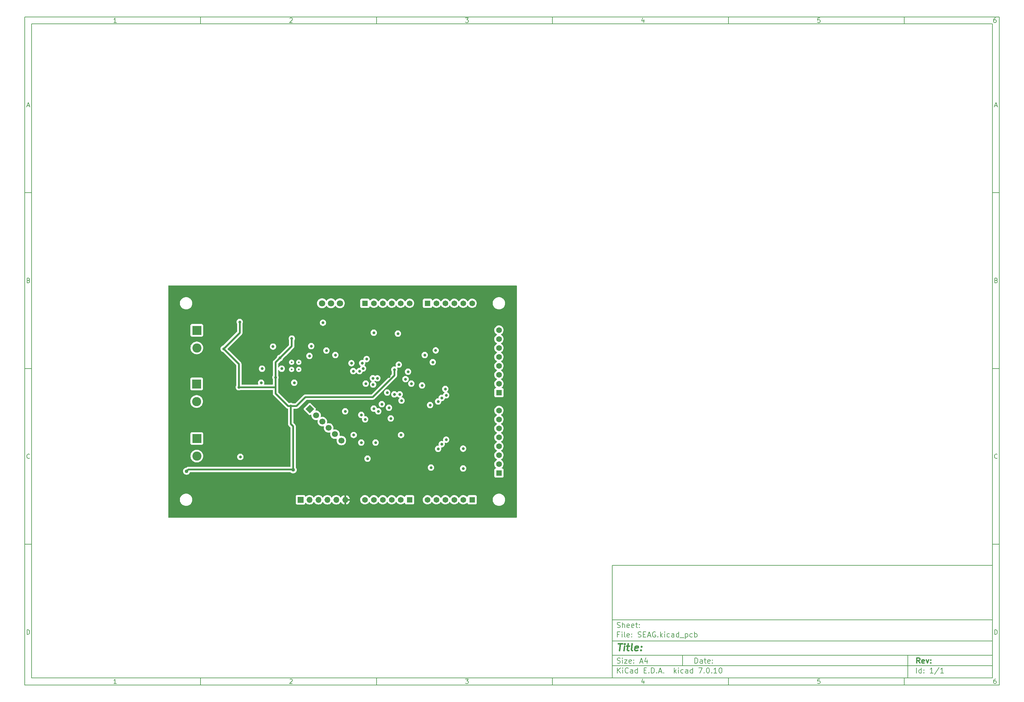
<source format=gbr>
%TF.GenerationSoftware,KiCad,Pcbnew,7.0.10*%
%TF.CreationDate,2024-04-20T16:07:25+02:00*%
%TF.ProjectId,SEAG,53454147-2e6b-4696-9361-645f70636258,rev?*%
%TF.SameCoordinates,Original*%
%TF.FileFunction,Copper,L3,Inr*%
%TF.FilePolarity,Positive*%
%FSLAX46Y46*%
G04 Gerber Fmt 4.6, Leading zero omitted, Abs format (unit mm)*
G04 Created by KiCad (PCBNEW 7.0.10) date 2024-04-20 16:07:25*
%MOMM*%
%LPD*%
G01*
G04 APERTURE LIST*
G04 Aperture macros list*
%AMHorizOval*
0 Thick line with rounded ends*
0 $1 width*
0 $2 $3 position (X,Y) of the first rounded end (center of the circle)*
0 $4 $5 position (X,Y) of the second rounded end (center of the circle)*
0 Add line between two ends*
20,1,$1,$2,$3,$4,$5,0*
0 Add two circle primitives to create the rounded ends*
1,1,$1,$2,$3*
1,1,$1,$4,$5*%
%AMRotRect*
0 Rectangle, with rotation*
0 The origin of the aperture is its center*
0 $1 length*
0 $2 width*
0 $3 Rotation angle, in degrees counterclockwise*
0 Add horizontal line*
21,1,$1,$2,0,0,$3*%
G04 Aperture macros list end*
%ADD10C,0.100000*%
%ADD11C,0.150000*%
%ADD12C,0.300000*%
%ADD13C,0.400000*%
%TA.AperFunction,ComponentPad*%
%ADD14R,2.600000X2.600000*%
%TD*%
%TA.AperFunction,ComponentPad*%
%ADD15C,2.600000*%
%TD*%
%TA.AperFunction,ComponentPad*%
%ADD16R,1.650000X1.650000*%
%TD*%
%TA.AperFunction,ComponentPad*%
%ADD17C,1.650000*%
%TD*%
%TA.AperFunction,ComponentPad*%
%ADD18C,1.800000*%
%TD*%
%TA.AperFunction,ComponentPad*%
%ADD19R,1.700000X1.700000*%
%TD*%
%TA.AperFunction,ComponentPad*%
%ADD20O,1.700000X1.700000*%
%TD*%
%TA.AperFunction,ComponentPad*%
%ADD21RotRect,1.700000X1.700000X45.000000*%
%TD*%
%TA.AperFunction,ComponentPad*%
%ADD22HorizOval,1.700000X0.000000X0.000000X0.000000X0.000000X0*%
%TD*%
%TA.AperFunction,ViaPad*%
%ADD23C,0.800000*%
%TD*%
%TA.AperFunction,ViaPad*%
%ADD24C,1.016000*%
%TD*%
%TA.AperFunction,ViaPad*%
%ADD25C,0.500000*%
%TD*%
%TA.AperFunction,Conductor*%
%ADD26C,0.508000*%
%TD*%
G04 APERTURE END LIST*
D10*
D11*
X177002200Y-166007200D02*
X285002200Y-166007200D01*
X285002200Y-198007200D01*
X177002200Y-198007200D01*
X177002200Y-166007200D01*
D10*
D11*
X10000000Y-10000000D02*
X287002200Y-10000000D01*
X287002200Y-200007200D01*
X10000000Y-200007200D01*
X10000000Y-10000000D01*
D10*
D11*
X12000000Y-12000000D02*
X285002200Y-12000000D01*
X285002200Y-198007200D01*
X12000000Y-198007200D01*
X12000000Y-12000000D01*
D10*
D11*
X60000000Y-12000000D02*
X60000000Y-10000000D01*
D10*
D11*
X110000000Y-12000000D02*
X110000000Y-10000000D01*
D10*
D11*
X160000000Y-12000000D02*
X160000000Y-10000000D01*
D10*
D11*
X210000000Y-12000000D02*
X210000000Y-10000000D01*
D10*
D11*
X260000000Y-12000000D02*
X260000000Y-10000000D01*
D10*
D11*
X36089160Y-11593604D02*
X35346303Y-11593604D01*
X35717731Y-11593604D02*
X35717731Y-10293604D01*
X35717731Y-10293604D02*
X35593922Y-10479319D01*
X35593922Y-10479319D02*
X35470112Y-10603128D01*
X35470112Y-10603128D02*
X35346303Y-10665033D01*
D10*
D11*
X85346303Y-10417414D02*
X85408207Y-10355509D01*
X85408207Y-10355509D02*
X85532017Y-10293604D01*
X85532017Y-10293604D02*
X85841541Y-10293604D01*
X85841541Y-10293604D02*
X85965350Y-10355509D01*
X85965350Y-10355509D02*
X86027255Y-10417414D01*
X86027255Y-10417414D02*
X86089160Y-10541223D01*
X86089160Y-10541223D02*
X86089160Y-10665033D01*
X86089160Y-10665033D02*
X86027255Y-10850747D01*
X86027255Y-10850747D02*
X85284398Y-11593604D01*
X85284398Y-11593604D02*
X86089160Y-11593604D01*
D10*
D11*
X135284398Y-10293604D02*
X136089160Y-10293604D01*
X136089160Y-10293604D02*
X135655826Y-10788842D01*
X135655826Y-10788842D02*
X135841541Y-10788842D01*
X135841541Y-10788842D02*
X135965350Y-10850747D01*
X135965350Y-10850747D02*
X136027255Y-10912652D01*
X136027255Y-10912652D02*
X136089160Y-11036461D01*
X136089160Y-11036461D02*
X136089160Y-11345985D01*
X136089160Y-11345985D02*
X136027255Y-11469795D01*
X136027255Y-11469795D02*
X135965350Y-11531700D01*
X135965350Y-11531700D02*
X135841541Y-11593604D01*
X135841541Y-11593604D02*
X135470112Y-11593604D01*
X135470112Y-11593604D02*
X135346303Y-11531700D01*
X135346303Y-11531700D02*
X135284398Y-11469795D01*
D10*
D11*
X185965350Y-10726938D02*
X185965350Y-11593604D01*
X185655826Y-10231700D02*
X185346303Y-11160271D01*
X185346303Y-11160271D02*
X186151064Y-11160271D01*
D10*
D11*
X236027255Y-10293604D02*
X235408207Y-10293604D01*
X235408207Y-10293604D02*
X235346303Y-10912652D01*
X235346303Y-10912652D02*
X235408207Y-10850747D01*
X235408207Y-10850747D02*
X235532017Y-10788842D01*
X235532017Y-10788842D02*
X235841541Y-10788842D01*
X235841541Y-10788842D02*
X235965350Y-10850747D01*
X235965350Y-10850747D02*
X236027255Y-10912652D01*
X236027255Y-10912652D02*
X236089160Y-11036461D01*
X236089160Y-11036461D02*
X236089160Y-11345985D01*
X236089160Y-11345985D02*
X236027255Y-11469795D01*
X236027255Y-11469795D02*
X235965350Y-11531700D01*
X235965350Y-11531700D02*
X235841541Y-11593604D01*
X235841541Y-11593604D02*
X235532017Y-11593604D01*
X235532017Y-11593604D02*
X235408207Y-11531700D01*
X235408207Y-11531700D02*
X235346303Y-11469795D01*
D10*
D11*
X285965350Y-10293604D02*
X285717731Y-10293604D01*
X285717731Y-10293604D02*
X285593922Y-10355509D01*
X285593922Y-10355509D02*
X285532017Y-10417414D01*
X285532017Y-10417414D02*
X285408207Y-10603128D01*
X285408207Y-10603128D02*
X285346303Y-10850747D01*
X285346303Y-10850747D02*
X285346303Y-11345985D01*
X285346303Y-11345985D02*
X285408207Y-11469795D01*
X285408207Y-11469795D02*
X285470112Y-11531700D01*
X285470112Y-11531700D02*
X285593922Y-11593604D01*
X285593922Y-11593604D02*
X285841541Y-11593604D01*
X285841541Y-11593604D02*
X285965350Y-11531700D01*
X285965350Y-11531700D02*
X286027255Y-11469795D01*
X286027255Y-11469795D02*
X286089160Y-11345985D01*
X286089160Y-11345985D02*
X286089160Y-11036461D01*
X286089160Y-11036461D02*
X286027255Y-10912652D01*
X286027255Y-10912652D02*
X285965350Y-10850747D01*
X285965350Y-10850747D02*
X285841541Y-10788842D01*
X285841541Y-10788842D02*
X285593922Y-10788842D01*
X285593922Y-10788842D02*
X285470112Y-10850747D01*
X285470112Y-10850747D02*
X285408207Y-10912652D01*
X285408207Y-10912652D02*
X285346303Y-11036461D01*
D10*
D11*
X60000000Y-198007200D02*
X60000000Y-200007200D01*
D10*
D11*
X110000000Y-198007200D02*
X110000000Y-200007200D01*
D10*
D11*
X160000000Y-198007200D02*
X160000000Y-200007200D01*
D10*
D11*
X210000000Y-198007200D02*
X210000000Y-200007200D01*
D10*
D11*
X260000000Y-198007200D02*
X260000000Y-200007200D01*
D10*
D11*
X36089160Y-199600804D02*
X35346303Y-199600804D01*
X35717731Y-199600804D02*
X35717731Y-198300804D01*
X35717731Y-198300804D02*
X35593922Y-198486519D01*
X35593922Y-198486519D02*
X35470112Y-198610328D01*
X35470112Y-198610328D02*
X35346303Y-198672233D01*
D10*
D11*
X85346303Y-198424614D02*
X85408207Y-198362709D01*
X85408207Y-198362709D02*
X85532017Y-198300804D01*
X85532017Y-198300804D02*
X85841541Y-198300804D01*
X85841541Y-198300804D02*
X85965350Y-198362709D01*
X85965350Y-198362709D02*
X86027255Y-198424614D01*
X86027255Y-198424614D02*
X86089160Y-198548423D01*
X86089160Y-198548423D02*
X86089160Y-198672233D01*
X86089160Y-198672233D02*
X86027255Y-198857947D01*
X86027255Y-198857947D02*
X85284398Y-199600804D01*
X85284398Y-199600804D02*
X86089160Y-199600804D01*
D10*
D11*
X135284398Y-198300804D02*
X136089160Y-198300804D01*
X136089160Y-198300804D02*
X135655826Y-198796042D01*
X135655826Y-198796042D02*
X135841541Y-198796042D01*
X135841541Y-198796042D02*
X135965350Y-198857947D01*
X135965350Y-198857947D02*
X136027255Y-198919852D01*
X136027255Y-198919852D02*
X136089160Y-199043661D01*
X136089160Y-199043661D02*
X136089160Y-199353185D01*
X136089160Y-199353185D02*
X136027255Y-199476995D01*
X136027255Y-199476995D02*
X135965350Y-199538900D01*
X135965350Y-199538900D02*
X135841541Y-199600804D01*
X135841541Y-199600804D02*
X135470112Y-199600804D01*
X135470112Y-199600804D02*
X135346303Y-199538900D01*
X135346303Y-199538900D02*
X135284398Y-199476995D01*
D10*
D11*
X185965350Y-198734138D02*
X185965350Y-199600804D01*
X185655826Y-198238900D02*
X185346303Y-199167471D01*
X185346303Y-199167471D02*
X186151064Y-199167471D01*
D10*
D11*
X236027255Y-198300804D02*
X235408207Y-198300804D01*
X235408207Y-198300804D02*
X235346303Y-198919852D01*
X235346303Y-198919852D02*
X235408207Y-198857947D01*
X235408207Y-198857947D02*
X235532017Y-198796042D01*
X235532017Y-198796042D02*
X235841541Y-198796042D01*
X235841541Y-198796042D02*
X235965350Y-198857947D01*
X235965350Y-198857947D02*
X236027255Y-198919852D01*
X236027255Y-198919852D02*
X236089160Y-199043661D01*
X236089160Y-199043661D02*
X236089160Y-199353185D01*
X236089160Y-199353185D02*
X236027255Y-199476995D01*
X236027255Y-199476995D02*
X235965350Y-199538900D01*
X235965350Y-199538900D02*
X235841541Y-199600804D01*
X235841541Y-199600804D02*
X235532017Y-199600804D01*
X235532017Y-199600804D02*
X235408207Y-199538900D01*
X235408207Y-199538900D02*
X235346303Y-199476995D01*
D10*
D11*
X285965350Y-198300804D02*
X285717731Y-198300804D01*
X285717731Y-198300804D02*
X285593922Y-198362709D01*
X285593922Y-198362709D02*
X285532017Y-198424614D01*
X285532017Y-198424614D02*
X285408207Y-198610328D01*
X285408207Y-198610328D02*
X285346303Y-198857947D01*
X285346303Y-198857947D02*
X285346303Y-199353185D01*
X285346303Y-199353185D02*
X285408207Y-199476995D01*
X285408207Y-199476995D02*
X285470112Y-199538900D01*
X285470112Y-199538900D02*
X285593922Y-199600804D01*
X285593922Y-199600804D02*
X285841541Y-199600804D01*
X285841541Y-199600804D02*
X285965350Y-199538900D01*
X285965350Y-199538900D02*
X286027255Y-199476995D01*
X286027255Y-199476995D02*
X286089160Y-199353185D01*
X286089160Y-199353185D02*
X286089160Y-199043661D01*
X286089160Y-199043661D02*
X286027255Y-198919852D01*
X286027255Y-198919852D02*
X285965350Y-198857947D01*
X285965350Y-198857947D02*
X285841541Y-198796042D01*
X285841541Y-198796042D02*
X285593922Y-198796042D01*
X285593922Y-198796042D02*
X285470112Y-198857947D01*
X285470112Y-198857947D02*
X285408207Y-198919852D01*
X285408207Y-198919852D02*
X285346303Y-199043661D01*
D10*
D11*
X10000000Y-60000000D02*
X12000000Y-60000000D01*
D10*
D11*
X10000000Y-110000000D02*
X12000000Y-110000000D01*
D10*
D11*
X10000000Y-160000000D02*
X12000000Y-160000000D01*
D10*
D11*
X10690476Y-35222176D02*
X11309523Y-35222176D01*
X10566666Y-35593604D02*
X10999999Y-34293604D01*
X10999999Y-34293604D02*
X11433333Y-35593604D01*
D10*
D11*
X11092857Y-84912652D02*
X11278571Y-84974557D01*
X11278571Y-84974557D02*
X11340476Y-85036461D01*
X11340476Y-85036461D02*
X11402380Y-85160271D01*
X11402380Y-85160271D02*
X11402380Y-85345985D01*
X11402380Y-85345985D02*
X11340476Y-85469795D01*
X11340476Y-85469795D02*
X11278571Y-85531700D01*
X11278571Y-85531700D02*
X11154761Y-85593604D01*
X11154761Y-85593604D02*
X10659523Y-85593604D01*
X10659523Y-85593604D02*
X10659523Y-84293604D01*
X10659523Y-84293604D02*
X11092857Y-84293604D01*
X11092857Y-84293604D02*
X11216666Y-84355509D01*
X11216666Y-84355509D02*
X11278571Y-84417414D01*
X11278571Y-84417414D02*
X11340476Y-84541223D01*
X11340476Y-84541223D02*
X11340476Y-84665033D01*
X11340476Y-84665033D02*
X11278571Y-84788842D01*
X11278571Y-84788842D02*
X11216666Y-84850747D01*
X11216666Y-84850747D02*
X11092857Y-84912652D01*
X11092857Y-84912652D02*
X10659523Y-84912652D01*
D10*
D11*
X11402380Y-135469795D02*
X11340476Y-135531700D01*
X11340476Y-135531700D02*
X11154761Y-135593604D01*
X11154761Y-135593604D02*
X11030952Y-135593604D01*
X11030952Y-135593604D02*
X10845238Y-135531700D01*
X10845238Y-135531700D02*
X10721428Y-135407890D01*
X10721428Y-135407890D02*
X10659523Y-135284080D01*
X10659523Y-135284080D02*
X10597619Y-135036461D01*
X10597619Y-135036461D02*
X10597619Y-134850747D01*
X10597619Y-134850747D02*
X10659523Y-134603128D01*
X10659523Y-134603128D02*
X10721428Y-134479319D01*
X10721428Y-134479319D02*
X10845238Y-134355509D01*
X10845238Y-134355509D02*
X11030952Y-134293604D01*
X11030952Y-134293604D02*
X11154761Y-134293604D01*
X11154761Y-134293604D02*
X11340476Y-134355509D01*
X11340476Y-134355509D02*
X11402380Y-134417414D01*
D10*
D11*
X10659523Y-185593604D02*
X10659523Y-184293604D01*
X10659523Y-184293604D02*
X10969047Y-184293604D01*
X10969047Y-184293604D02*
X11154761Y-184355509D01*
X11154761Y-184355509D02*
X11278571Y-184479319D01*
X11278571Y-184479319D02*
X11340476Y-184603128D01*
X11340476Y-184603128D02*
X11402380Y-184850747D01*
X11402380Y-184850747D02*
X11402380Y-185036461D01*
X11402380Y-185036461D02*
X11340476Y-185284080D01*
X11340476Y-185284080D02*
X11278571Y-185407890D01*
X11278571Y-185407890D02*
X11154761Y-185531700D01*
X11154761Y-185531700D02*
X10969047Y-185593604D01*
X10969047Y-185593604D02*
X10659523Y-185593604D01*
D10*
D11*
X287002200Y-60000000D02*
X285002200Y-60000000D01*
D10*
D11*
X287002200Y-110000000D02*
X285002200Y-110000000D01*
D10*
D11*
X287002200Y-160000000D02*
X285002200Y-160000000D01*
D10*
D11*
X285692676Y-35222176D02*
X286311723Y-35222176D01*
X285568866Y-35593604D02*
X286002199Y-34293604D01*
X286002199Y-34293604D02*
X286435533Y-35593604D01*
D10*
D11*
X286095057Y-84912652D02*
X286280771Y-84974557D01*
X286280771Y-84974557D02*
X286342676Y-85036461D01*
X286342676Y-85036461D02*
X286404580Y-85160271D01*
X286404580Y-85160271D02*
X286404580Y-85345985D01*
X286404580Y-85345985D02*
X286342676Y-85469795D01*
X286342676Y-85469795D02*
X286280771Y-85531700D01*
X286280771Y-85531700D02*
X286156961Y-85593604D01*
X286156961Y-85593604D02*
X285661723Y-85593604D01*
X285661723Y-85593604D02*
X285661723Y-84293604D01*
X285661723Y-84293604D02*
X286095057Y-84293604D01*
X286095057Y-84293604D02*
X286218866Y-84355509D01*
X286218866Y-84355509D02*
X286280771Y-84417414D01*
X286280771Y-84417414D02*
X286342676Y-84541223D01*
X286342676Y-84541223D02*
X286342676Y-84665033D01*
X286342676Y-84665033D02*
X286280771Y-84788842D01*
X286280771Y-84788842D02*
X286218866Y-84850747D01*
X286218866Y-84850747D02*
X286095057Y-84912652D01*
X286095057Y-84912652D02*
X285661723Y-84912652D01*
D10*
D11*
X286404580Y-135469795D02*
X286342676Y-135531700D01*
X286342676Y-135531700D02*
X286156961Y-135593604D01*
X286156961Y-135593604D02*
X286033152Y-135593604D01*
X286033152Y-135593604D02*
X285847438Y-135531700D01*
X285847438Y-135531700D02*
X285723628Y-135407890D01*
X285723628Y-135407890D02*
X285661723Y-135284080D01*
X285661723Y-135284080D02*
X285599819Y-135036461D01*
X285599819Y-135036461D02*
X285599819Y-134850747D01*
X285599819Y-134850747D02*
X285661723Y-134603128D01*
X285661723Y-134603128D02*
X285723628Y-134479319D01*
X285723628Y-134479319D02*
X285847438Y-134355509D01*
X285847438Y-134355509D02*
X286033152Y-134293604D01*
X286033152Y-134293604D02*
X286156961Y-134293604D01*
X286156961Y-134293604D02*
X286342676Y-134355509D01*
X286342676Y-134355509D02*
X286404580Y-134417414D01*
D10*
D11*
X285661723Y-185593604D02*
X285661723Y-184293604D01*
X285661723Y-184293604D02*
X285971247Y-184293604D01*
X285971247Y-184293604D02*
X286156961Y-184355509D01*
X286156961Y-184355509D02*
X286280771Y-184479319D01*
X286280771Y-184479319D02*
X286342676Y-184603128D01*
X286342676Y-184603128D02*
X286404580Y-184850747D01*
X286404580Y-184850747D02*
X286404580Y-185036461D01*
X286404580Y-185036461D02*
X286342676Y-185284080D01*
X286342676Y-185284080D02*
X286280771Y-185407890D01*
X286280771Y-185407890D02*
X286156961Y-185531700D01*
X286156961Y-185531700D02*
X285971247Y-185593604D01*
X285971247Y-185593604D02*
X285661723Y-185593604D01*
D10*
D11*
X200458026Y-193793328D02*
X200458026Y-192293328D01*
X200458026Y-192293328D02*
X200815169Y-192293328D01*
X200815169Y-192293328D02*
X201029455Y-192364757D01*
X201029455Y-192364757D02*
X201172312Y-192507614D01*
X201172312Y-192507614D02*
X201243741Y-192650471D01*
X201243741Y-192650471D02*
X201315169Y-192936185D01*
X201315169Y-192936185D02*
X201315169Y-193150471D01*
X201315169Y-193150471D02*
X201243741Y-193436185D01*
X201243741Y-193436185D02*
X201172312Y-193579042D01*
X201172312Y-193579042D02*
X201029455Y-193721900D01*
X201029455Y-193721900D02*
X200815169Y-193793328D01*
X200815169Y-193793328D02*
X200458026Y-193793328D01*
X202600884Y-193793328D02*
X202600884Y-193007614D01*
X202600884Y-193007614D02*
X202529455Y-192864757D01*
X202529455Y-192864757D02*
X202386598Y-192793328D01*
X202386598Y-192793328D02*
X202100884Y-192793328D01*
X202100884Y-192793328D02*
X201958026Y-192864757D01*
X202600884Y-193721900D02*
X202458026Y-193793328D01*
X202458026Y-193793328D02*
X202100884Y-193793328D01*
X202100884Y-193793328D02*
X201958026Y-193721900D01*
X201958026Y-193721900D02*
X201886598Y-193579042D01*
X201886598Y-193579042D02*
X201886598Y-193436185D01*
X201886598Y-193436185D02*
X201958026Y-193293328D01*
X201958026Y-193293328D02*
X202100884Y-193221900D01*
X202100884Y-193221900D02*
X202458026Y-193221900D01*
X202458026Y-193221900D02*
X202600884Y-193150471D01*
X203100884Y-192793328D02*
X203672312Y-192793328D01*
X203315169Y-192293328D02*
X203315169Y-193579042D01*
X203315169Y-193579042D02*
X203386598Y-193721900D01*
X203386598Y-193721900D02*
X203529455Y-193793328D01*
X203529455Y-193793328D02*
X203672312Y-193793328D01*
X204743741Y-193721900D02*
X204600884Y-193793328D01*
X204600884Y-193793328D02*
X204315170Y-193793328D01*
X204315170Y-193793328D02*
X204172312Y-193721900D01*
X204172312Y-193721900D02*
X204100884Y-193579042D01*
X204100884Y-193579042D02*
X204100884Y-193007614D01*
X204100884Y-193007614D02*
X204172312Y-192864757D01*
X204172312Y-192864757D02*
X204315170Y-192793328D01*
X204315170Y-192793328D02*
X204600884Y-192793328D01*
X204600884Y-192793328D02*
X204743741Y-192864757D01*
X204743741Y-192864757D02*
X204815170Y-193007614D01*
X204815170Y-193007614D02*
X204815170Y-193150471D01*
X204815170Y-193150471D02*
X204100884Y-193293328D01*
X205458026Y-193650471D02*
X205529455Y-193721900D01*
X205529455Y-193721900D02*
X205458026Y-193793328D01*
X205458026Y-193793328D02*
X205386598Y-193721900D01*
X205386598Y-193721900D02*
X205458026Y-193650471D01*
X205458026Y-193650471D02*
X205458026Y-193793328D01*
X205458026Y-192864757D02*
X205529455Y-192936185D01*
X205529455Y-192936185D02*
X205458026Y-193007614D01*
X205458026Y-193007614D02*
X205386598Y-192936185D01*
X205386598Y-192936185D02*
X205458026Y-192864757D01*
X205458026Y-192864757D02*
X205458026Y-193007614D01*
D10*
D11*
X177002200Y-194507200D02*
X285002200Y-194507200D01*
D10*
D11*
X178458026Y-196593328D02*
X178458026Y-195093328D01*
X179315169Y-196593328D02*
X178672312Y-195736185D01*
X179315169Y-195093328D02*
X178458026Y-195950471D01*
X179958026Y-196593328D02*
X179958026Y-195593328D01*
X179958026Y-195093328D02*
X179886598Y-195164757D01*
X179886598Y-195164757D02*
X179958026Y-195236185D01*
X179958026Y-195236185D02*
X180029455Y-195164757D01*
X180029455Y-195164757D02*
X179958026Y-195093328D01*
X179958026Y-195093328D02*
X179958026Y-195236185D01*
X181529455Y-196450471D02*
X181458027Y-196521900D01*
X181458027Y-196521900D02*
X181243741Y-196593328D01*
X181243741Y-196593328D02*
X181100884Y-196593328D01*
X181100884Y-196593328D02*
X180886598Y-196521900D01*
X180886598Y-196521900D02*
X180743741Y-196379042D01*
X180743741Y-196379042D02*
X180672312Y-196236185D01*
X180672312Y-196236185D02*
X180600884Y-195950471D01*
X180600884Y-195950471D02*
X180600884Y-195736185D01*
X180600884Y-195736185D02*
X180672312Y-195450471D01*
X180672312Y-195450471D02*
X180743741Y-195307614D01*
X180743741Y-195307614D02*
X180886598Y-195164757D01*
X180886598Y-195164757D02*
X181100884Y-195093328D01*
X181100884Y-195093328D02*
X181243741Y-195093328D01*
X181243741Y-195093328D02*
X181458027Y-195164757D01*
X181458027Y-195164757D02*
X181529455Y-195236185D01*
X182815170Y-196593328D02*
X182815170Y-195807614D01*
X182815170Y-195807614D02*
X182743741Y-195664757D01*
X182743741Y-195664757D02*
X182600884Y-195593328D01*
X182600884Y-195593328D02*
X182315170Y-195593328D01*
X182315170Y-195593328D02*
X182172312Y-195664757D01*
X182815170Y-196521900D02*
X182672312Y-196593328D01*
X182672312Y-196593328D02*
X182315170Y-196593328D01*
X182315170Y-196593328D02*
X182172312Y-196521900D01*
X182172312Y-196521900D02*
X182100884Y-196379042D01*
X182100884Y-196379042D02*
X182100884Y-196236185D01*
X182100884Y-196236185D02*
X182172312Y-196093328D01*
X182172312Y-196093328D02*
X182315170Y-196021900D01*
X182315170Y-196021900D02*
X182672312Y-196021900D01*
X182672312Y-196021900D02*
X182815170Y-195950471D01*
X184172313Y-196593328D02*
X184172313Y-195093328D01*
X184172313Y-196521900D02*
X184029455Y-196593328D01*
X184029455Y-196593328D02*
X183743741Y-196593328D01*
X183743741Y-196593328D02*
X183600884Y-196521900D01*
X183600884Y-196521900D02*
X183529455Y-196450471D01*
X183529455Y-196450471D02*
X183458027Y-196307614D01*
X183458027Y-196307614D02*
X183458027Y-195879042D01*
X183458027Y-195879042D02*
X183529455Y-195736185D01*
X183529455Y-195736185D02*
X183600884Y-195664757D01*
X183600884Y-195664757D02*
X183743741Y-195593328D01*
X183743741Y-195593328D02*
X184029455Y-195593328D01*
X184029455Y-195593328D02*
X184172313Y-195664757D01*
X186029455Y-195807614D02*
X186529455Y-195807614D01*
X186743741Y-196593328D02*
X186029455Y-196593328D01*
X186029455Y-196593328D02*
X186029455Y-195093328D01*
X186029455Y-195093328D02*
X186743741Y-195093328D01*
X187386598Y-196450471D02*
X187458027Y-196521900D01*
X187458027Y-196521900D02*
X187386598Y-196593328D01*
X187386598Y-196593328D02*
X187315170Y-196521900D01*
X187315170Y-196521900D02*
X187386598Y-196450471D01*
X187386598Y-196450471D02*
X187386598Y-196593328D01*
X188100884Y-196593328D02*
X188100884Y-195093328D01*
X188100884Y-195093328D02*
X188458027Y-195093328D01*
X188458027Y-195093328D02*
X188672313Y-195164757D01*
X188672313Y-195164757D02*
X188815170Y-195307614D01*
X188815170Y-195307614D02*
X188886599Y-195450471D01*
X188886599Y-195450471D02*
X188958027Y-195736185D01*
X188958027Y-195736185D02*
X188958027Y-195950471D01*
X188958027Y-195950471D02*
X188886599Y-196236185D01*
X188886599Y-196236185D02*
X188815170Y-196379042D01*
X188815170Y-196379042D02*
X188672313Y-196521900D01*
X188672313Y-196521900D02*
X188458027Y-196593328D01*
X188458027Y-196593328D02*
X188100884Y-196593328D01*
X189600884Y-196450471D02*
X189672313Y-196521900D01*
X189672313Y-196521900D02*
X189600884Y-196593328D01*
X189600884Y-196593328D02*
X189529456Y-196521900D01*
X189529456Y-196521900D02*
X189600884Y-196450471D01*
X189600884Y-196450471D02*
X189600884Y-196593328D01*
X190243742Y-196164757D02*
X190958028Y-196164757D01*
X190100885Y-196593328D02*
X190600885Y-195093328D01*
X190600885Y-195093328D02*
X191100885Y-196593328D01*
X191600884Y-196450471D02*
X191672313Y-196521900D01*
X191672313Y-196521900D02*
X191600884Y-196593328D01*
X191600884Y-196593328D02*
X191529456Y-196521900D01*
X191529456Y-196521900D02*
X191600884Y-196450471D01*
X191600884Y-196450471D02*
X191600884Y-196593328D01*
X194600884Y-196593328D02*
X194600884Y-195093328D01*
X194743742Y-196021900D02*
X195172313Y-196593328D01*
X195172313Y-195593328D02*
X194600884Y-196164757D01*
X195815170Y-196593328D02*
X195815170Y-195593328D01*
X195815170Y-195093328D02*
X195743742Y-195164757D01*
X195743742Y-195164757D02*
X195815170Y-195236185D01*
X195815170Y-195236185D02*
X195886599Y-195164757D01*
X195886599Y-195164757D02*
X195815170Y-195093328D01*
X195815170Y-195093328D02*
X195815170Y-195236185D01*
X197172314Y-196521900D02*
X197029456Y-196593328D01*
X197029456Y-196593328D02*
X196743742Y-196593328D01*
X196743742Y-196593328D02*
X196600885Y-196521900D01*
X196600885Y-196521900D02*
X196529456Y-196450471D01*
X196529456Y-196450471D02*
X196458028Y-196307614D01*
X196458028Y-196307614D02*
X196458028Y-195879042D01*
X196458028Y-195879042D02*
X196529456Y-195736185D01*
X196529456Y-195736185D02*
X196600885Y-195664757D01*
X196600885Y-195664757D02*
X196743742Y-195593328D01*
X196743742Y-195593328D02*
X197029456Y-195593328D01*
X197029456Y-195593328D02*
X197172314Y-195664757D01*
X198458028Y-196593328D02*
X198458028Y-195807614D01*
X198458028Y-195807614D02*
X198386599Y-195664757D01*
X198386599Y-195664757D02*
X198243742Y-195593328D01*
X198243742Y-195593328D02*
X197958028Y-195593328D01*
X197958028Y-195593328D02*
X197815170Y-195664757D01*
X198458028Y-196521900D02*
X198315170Y-196593328D01*
X198315170Y-196593328D02*
X197958028Y-196593328D01*
X197958028Y-196593328D02*
X197815170Y-196521900D01*
X197815170Y-196521900D02*
X197743742Y-196379042D01*
X197743742Y-196379042D02*
X197743742Y-196236185D01*
X197743742Y-196236185D02*
X197815170Y-196093328D01*
X197815170Y-196093328D02*
X197958028Y-196021900D01*
X197958028Y-196021900D02*
X198315170Y-196021900D01*
X198315170Y-196021900D02*
X198458028Y-195950471D01*
X199815171Y-196593328D02*
X199815171Y-195093328D01*
X199815171Y-196521900D02*
X199672313Y-196593328D01*
X199672313Y-196593328D02*
X199386599Y-196593328D01*
X199386599Y-196593328D02*
X199243742Y-196521900D01*
X199243742Y-196521900D02*
X199172313Y-196450471D01*
X199172313Y-196450471D02*
X199100885Y-196307614D01*
X199100885Y-196307614D02*
X199100885Y-195879042D01*
X199100885Y-195879042D02*
X199172313Y-195736185D01*
X199172313Y-195736185D02*
X199243742Y-195664757D01*
X199243742Y-195664757D02*
X199386599Y-195593328D01*
X199386599Y-195593328D02*
X199672313Y-195593328D01*
X199672313Y-195593328D02*
X199815171Y-195664757D01*
X201529456Y-195093328D02*
X202529456Y-195093328D01*
X202529456Y-195093328D02*
X201886599Y-196593328D01*
X203100884Y-196450471D02*
X203172313Y-196521900D01*
X203172313Y-196521900D02*
X203100884Y-196593328D01*
X203100884Y-196593328D02*
X203029456Y-196521900D01*
X203029456Y-196521900D02*
X203100884Y-196450471D01*
X203100884Y-196450471D02*
X203100884Y-196593328D01*
X204100885Y-195093328D02*
X204243742Y-195093328D01*
X204243742Y-195093328D02*
X204386599Y-195164757D01*
X204386599Y-195164757D02*
X204458028Y-195236185D01*
X204458028Y-195236185D02*
X204529456Y-195379042D01*
X204529456Y-195379042D02*
X204600885Y-195664757D01*
X204600885Y-195664757D02*
X204600885Y-196021900D01*
X204600885Y-196021900D02*
X204529456Y-196307614D01*
X204529456Y-196307614D02*
X204458028Y-196450471D01*
X204458028Y-196450471D02*
X204386599Y-196521900D01*
X204386599Y-196521900D02*
X204243742Y-196593328D01*
X204243742Y-196593328D02*
X204100885Y-196593328D01*
X204100885Y-196593328D02*
X203958028Y-196521900D01*
X203958028Y-196521900D02*
X203886599Y-196450471D01*
X203886599Y-196450471D02*
X203815170Y-196307614D01*
X203815170Y-196307614D02*
X203743742Y-196021900D01*
X203743742Y-196021900D02*
X203743742Y-195664757D01*
X203743742Y-195664757D02*
X203815170Y-195379042D01*
X203815170Y-195379042D02*
X203886599Y-195236185D01*
X203886599Y-195236185D02*
X203958028Y-195164757D01*
X203958028Y-195164757D02*
X204100885Y-195093328D01*
X205243741Y-196450471D02*
X205315170Y-196521900D01*
X205315170Y-196521900D02*
X205243741Y-196593328D01*
X205243741Y-196593328D02*
X205172313Y-196521900D01*
X205172313Y-196521900D02*
X205243741Y-196450471D01*
X205243741Y-196450471D02*
X205243741Y-196593328D01*
X206743742Y-196593328D02*
X205886599Y-196593328D01*
X206315170Y-196593328D02*
X206315170Y-195093328D01*
X206315170Y-195093328D02*
X206172313Y-195307614D01*
X206172313Y-195307614D02*
X206029456Y-195450471D01*
X206029456Y-195450471D02*
X205886599Y-195521900D01*
X207672313Y-195093328D02*
X207815170Y-195093328D01*
X207815170Y-195093328D02*
X207958027Y-195164757D01*
X207958027Y-195164757D02*
X208029456Y-195236185D01*
X208029456Y-195236185D02*
X208100884Y-195379042D01*
X208100884Y-195379042D02*
X208172313Y-195664757D01*
X208172313Y-195664757D02*
X208172313Y-196021900D01*
X208172313Y-196021900D02*
X208100884Y-196307614D01*
X208100884Y-196307614D02*
X208029456Y-196450471D01*
X208029456Y-196450471D02*
X207958027Y-196521900D01*
X207958027Y-196521900D02*
X207815170Y-196593328D01*
X207815170Y-196593328D02*
X207672313Y-196593328D01*
X207672313Y-196593328D02*
X207529456Y-196521900D01*
X207529456Y-196521900D02*
X207458027Y-196450471D01*
X207458027Y-196450471D02*
X207386598Y-196307614D01*
X207386598Y-196307614D02*
X207315170Y-196021900D01*
X207315170Y-196021900D02*
X207315170Y-195664757D01*
X207315170Y-195664757D02*
X207386598Y-195379042D01*
X207386598Y-195379042D02*
X207458027Y-195236185D01*
X207458027Y-195236185D02*
X207529456Y-195164757D01*
X207529456Y-195164757D02*
X207672313Y-195093328D01*
D10*
D11*
X177002200Y-191507200D02*
X285002200Y-191507200D01*
D10*
D12*
X264413853Y-193785528D02*
X263913853Y-193071242D01*
X263556710Y-193785528D02*
X263556710Y-192285528D01*
X263556710Y-192285528D02*
X264128139Y-192285528D01*
X264128139Y-192285528D02*
X264270996Y-192356957D01*
X264270996Y-192356957D02*
X264342425Y-192428385D01*
X264342425Y-192428385D02*
X264413853Y-192571242D01*
X264413853Y-192571242D02*
X264413853Y-192785528D01*
X264413853Y-192785528D02*
X264342425Y-192928385D01*
X264342425Y-192928385D02*
X264270996Y-192999814D01*
X264270996Y-192999814D02*
X264128139Y-193071242D01*
X264128139Y-193071242D02*
X263556710Y-193071242D01*
X265628139Y-193714100D02*
X265485282Y-193785528D01*
X265485282Y-193785528D02*
X265199568Y-193785528D01*
X265199568Y-193785528D02*
X265056710Y-193714100D01*
X265056710Y-193714100D02*
X264985282Y-193571242D01*
X264985282Y-193571242D02*
X264985282Y-192999814D01*
X264985282Y-192999814D02*
X265056710Y-192856957D01*
X265056710Y-192856957D02*
X265199568Y-192785528D01*
X265199568Y-192785528D02*
X265485282Y-192785528D01*
X265485282Y-192785528D02*
X265628139Y-192856957D01*
X265628139Y-192856957D02*
X265699568Y-192999814D01*
X265699568Y-192999814D02*
X265699568Y-193142671D01*
X265699568Y-193142671D02*
X264985282Y-193285528D01*
X266199567Y-192785528D02*
X266556710Y-193785528D01*
X266556710Y-193785528D02*
X266913853Y-192785528D01*
X267485281Y-193642671D02*
X267556710Y-193714100D01*
X267556710Y-193714100D02*
X267485281Y-193785528D01*
X267485281Y-193785528D02*
X267413853Y-193714100D01*
X267413853Y-193714100D02*
X267485281Y-193642671D01*
X267485281Y-193642671D02*
X267485281Y-193785528D01*
X267485281Y-192856957D02*
X267556710Y-192928385D01*
X267556710Y-192928385D02*
X267485281Y-192999814D01*
X267485281Y-192999814D02*
X267413853Y-192928385D01*
X267413853Y-192928385D02*
X267485281Y-192856957D01*
X267485281Y-192856957D02*
X267485281Y-192999814D01*
D10*
D11*
X178386598Y-193721900D02*
X178600884Y-193793328D01*
X178600884Y-193793328D02*
X178958026Y-193793328D01*
X178958026Y-193793328D02*
X179100884Y-193721900D01*
X179100884Y-193721900D02*
X179172312Y-193650471D01*
X179172312Y-193650471D02*
X179243741Y-193507614D01*
X179243741Y-193507614D02*
X179243741Y-193364757D01*
X179243741Y-193364757D02*
X179172312Y-193221900D01*
X179172312Y-193221900D02*
X179100884Y-193150471D01*
X179100884Y-193150471D02*
X178958026Y-193079042D01*
X178958026Y-193079042D02*
X178672312Y-193007614D01*
X178672312Y-193007614D02*
X178529455Y-192936185D01*
X178529455Y-192936185D02*
X178458026Y-192864757D01*
X178458026Y-192864757D02*
X178386598Y-192721900D01*
X178386598Y-192721900D02*
X178386598Y-192579042D01*
X178386598Y-192579042D02*
X178458026Y-192436185D01*
X178458026Y-192436185D02*
X178529455Y-192364757D01*
X178529455Y-192364757D02*
X178672312Y-192293328D01*
X178672312Y-192293328D02*
X179029455Y-192293328D01*
X179029455Y-192293328D02*
X179243741Y-192364757D01*
X179886597Y-193793328D02*
X179886597Y-192793328D01*
X179886597Y-192293328D02*
X179815169Y-192364757D01*
X179815169Y-192364757D02*
X179886597Y-192436185D01*
X179886597Y-192436185D02*
X179958026Y-192364757D01*
X179958026Y-192364757D02*
X179886597Y-192293328D01*
X179886597Y-192293328D02*
X179886597Y-192436185D01*
X180458026Y-192793328D02*
X181243741Y-192793328D01*
X181243741Y-192793328D02*
X180458026Y-193793328D01*
X180458026Y-193793328D02*
X181243741Y-193793328D01*
X182386598Y-193721900D02*
X182243741Y-193793328D01*
X182243741Y-193793328D02*
X181958027Y-193793328D01*
X181958027Y-193793328D02*
X181815169Y-193721900D01*
X181815169Y-193721900D02*
X181743741Y-193579042D01*
X181743741Y-193579042D02*
X181743741Y-193007614D01*
X181743741Y-193007614D02*
X181815169Y-192864757D01*
X181815169Y-192864757D02*
X181958027Y-192793328D01*
X181958027Y-192793328D02*
X182243741Y-192793328D01*
X182243741Y-192793328D02*
X182386598Y-192864757D01*
X182386598Y-192864757D02*
X182458027Y-193007614D01*
X182458027Y-193007614D02*
X182458027Y-193150471D01*
X182458027Y-193150471D02*
X181743741Y-193293328D01*
X183100883Y-193650471D02*
X183172312Y-193721900D01*
X183172312Y-193721900D02*
X183100883Y-193793328D01*
X183100883Y-193793328D02*
X183029455Y-193721900D01*
X183029455Y-193721900D02*
X183100883Y-193650471D01*
X183100883Y-193650471D02*
X183100883Y-193793328D01*
X183100883Y-192864757D02*
X183172312Y-192936185D01*
X183172312Y-192936185D02*
X183100883Y-193007614D01*
X183100883Y-193007614D02*
X183029455Y-192936185D01*
X183029455Y-192936185D02*
X183100883Y-192864757D01*
X183100883Y-192864757D02*
X183100883Y-193007614D01*
X184886598Y-193364757D02*
X185600884Y-193364757D01*
X184743741Y-193793328D02*
X185243741Y-192293328D01*
X185243741Y-192293328D02*
X185743741Y-193793328D01*
X186886598Y-192793328D02*
X186886598Y-193793328D01*
X186529455Y-192221900D02*
X186172312Y-193293328D01*
X186172312Y-193293328D02*
X187100883Y-193293328D01*
D10*
D11*
X263458026Y-196593328D02*
X263458026Y-195093328D01*
X264815170Y-196593328D02*
X264815170Y-195093328D01*
X264815170Y-196521900D02*
X264672312Y-196593328D01*
X264672312Y-196593328D02*
X264386598Y-196593328D01*
X264386598Y-196593328D02*
X264243741Y-196521900D01*
X264243741Y-196521900D02*
X264172312Y-196450471D01*
X264172312Y-196450471D02*
X264100884Y-196307614D01*
X264100884Y-196307614D02*
X264100884Y-195879042D01*
X264100884Y-195879042D02*
X264172312Y-195736185D01*
X264172312Y-195736185D02*
X264243741Y-195664757D01*
X264243741Y-195664757D02*
X264386598Y-195593328D01*
X264386598Y-195593328D02*
X264672312Y-195593328D01*
X264672312Y-195593328D02*
X264815170Y-195664757D01*
X265529455Y-196450471D02*
X265600884Y-196521900D01*
X265600884Y-196521900D02*
X265529455Y-196593328D01*
X265529455Y-196593328D02*
X265458027Y-196521900D01*
X265458027Y-196521900D02*
X265529455Y-196450471D01*
X265529455Y-196450471D02*
X265529455Y-196593328D01*
X265529455Y-195664757D02*
X265600884Y-195736185D01*
X265600884Y-195736185D02*
X265529455Y-195807614D01*
X265529455Y-195807614D02*
X265458027Y-195736185D01*
X265458027Y-195736185D02*
X265529455Y-195664757D01*
X265529455Y-195664757D02*
X265529455Y-195807614D01*
X268172313Y-196593328D02*
X267315170Y-196593328D01*
X267743741Y-196593328D02*
X267743741Y-195093328D01*
X267743741Y-195093328D02*
X267600884Y-195307614D01*
X267600884Y-195307614D02*
X267458027Y-195450471D01*
X267458027Y-195450471D02*
X267315170Y-195521900D01*
X269886598Y-195021900D02*
X268600884Y-196950471D01*
X271172313Y-196593328D02*
X270315170Y-196593328D01*
X270743741Y-196593328D02*
X270743741Y-195093328D01*
X270743741Y-195093328D02*
X270600884Y-195307614D01*
X270600884Y-195307614D02*
X270458027Y-195450471D01*
X270458027Y-195450471D02*
X270315170Y-195521900D01*
D10*
D11*
X177002200Y-187507200D02*
X285002200Y-187507200D01*
D10*
D13*
X178693928Y-188211638D02*
X179836785Y-188211638D01*
X179015357Y-190211638D02*
X179265357Y-188211638D01*
X180253452Y-190211638D02*
X180420119Y-188878304D01*
X180503452Y-188211638D02*
X180396309Y-188306876D01*
X180396309Y-188306876D02*
X180479643Y-188402114D01*
X180479643Y-188402114D02*
X180586786Y-188306876D01*
X180586786Y-188306876D02*
X180503452Y-188211638D01*
X180503452Y-188211638D02*
X180479643Y-188402114D01*
X181086786Y-188878304D02*
X181848690Y-188878304D01*
X181455833Y-188211638D02*
X181241548Y-189925923D01*
X181241548Y-189925923D02*
X181312976Y-190116400D01*
X181312976Y-190116400D02*
X181491548Y-190211638D01*
X181491548Y-190211638D02*
X181682024Y-190211638D01*
X182634405Y-190211638D02*
X182455833Y-190116400D01*
X182455833Y-190116400D02*
X182384405Y-189925923D01*
X182384405Y-189925923D02*
X182598690Y-188211638D01*
X184170119Y-190116400D02*
X183967738Y-190211638D01*
X183967738Y-190211638D02*
X183586785Y-190211638D01*
X183586785Y-190211638D02*
X183408214Y-190116400D01*
X183408214Y-190116400D02*
X183336785Y-189925923D01*
X183336785Y-189925923D02*
X183432024Y-189164019D01*
X183432024Y-189164019D02*
X183551071Y-188973542D01*
X183551071Y-188973542D02*
X183753452Y-188878304D01*
X183753452Y-188878304D02*
X184134404Y-188878304D01*
X184134404Y-188878304D02*
X184312976Y-188973542D01*
X184312976Y-188973542D02*
X184384404Y-189164019D01*
X184384404Y-189164019D02*
X184360595Y-189354495D01*
X184360595Y-189354495D02*
X183384404Y-189544971D01*
X185134405Y-190021161D02*
X185217738Y-190116400D01*
X185217738Y-190116400D02*
X185110595Y-190211638D01*
X185110595Y-190211638D02*
X185027262Y-190116400D01*
X185027262Y-190116400D02*
X185134405Y-190021161D01*
X185134405Y-190021161D02*
X185110595Y-190211638D01*
X185265357Y-188973542D02*
X185348690Y-189068780D01*
X185348690Y-189068780D02*
X185241548Y-189164019D01*
X185241548Y-189164019D02*
X185158214Y-189068780D01*
X185158214Y-189068780D02*
X185265357Y-188973542D01*
X185265357Y-188973542D02*
X185241548Y-189164019D01*
D10*
D11*
X178958026Y-185607614D02*
X178458026Y-185607614D01*
X178458026Y-186393328D02*
X178458026Y-184893328D01*
X178458026Y-184893328D02*
X179172312Y-184893328D01*
X179743740Y-186393328D02*
X179743740Y-185393328D01*
X179743740Y-184893328D02*
X179672312Y-184964757D01*
X179672312Y-184964757D02*
X179743740Y-185036185D01*
X179743740Y-185036185D02*
X179815169Y-184964757D01*
X179815169Y-184964757D02*
X179743740Y-184893328D01*
X179743740Y-184893328D02*
X179743740Y-185036185D01*
X180672312Y-186393328D02*
X180529455Y-186321900D01*
X180529455Y-186321900D02*
X180458026Y-186179042D01*
X180458026Y-186179042D02*
X180458026Y-184893328D01*
X181815169Y-186321900D02*
X181672312Y-186393328D01*
X181672312Y-186393328D02*
X181386598Y-186393328D01*
X181386598Y-186393328D02*
X181243740Y-186321900D01*
X181243740Y-186321900D02*
X181172312Y-186179042D01*
X181172312Y-186179042D02*
X181172312Y-185607614D01*
X181172312Y-185607614D02*
X181243740Y-185464757D01*
X181243740Y-185464757D02*
X181386598Y-185393328D01*
X181386598Y-185393328D02*
X181672312Y-185393328D01*
X181672312Y-185393328D02*
X181815169Y-185464757D01*
X181815169Y-185464757D02*
X181886598Y-185607614D01*
X181886598Y-185607614D02*
X181886598Y-185750471D01*
X181886598Y-185750471D02*
X181172312Y-185893328D01*
X182529454Y-186250471D02*
X182600883Y-186321900D01*
X182600883Y-186321900D02*
X182529454Y-186393328D01*
X182529454Y-186393328D02*
X182458026Y-186321900D01*
X182458026Y-186321900D02*
X182529454Y-186250471D01*
X182529454Y-186250471D02*
X182529454Y-186393328D01*
X182529454Y-185464757D02*
X182600883Y-185536185D01*
X182600883Y-185536185D02*
X182529454Y-185607614D01*
X182529454Y-185607614D02*
X182458026Y-185536185D01*
X182458026Y-185536185D02*
X182529454Y-185464757D01*
X182529454Y-185464757D02*
X182529454Y-185607614D01*
X184315169Y-186321900D02*
X184529455Y-186393328D01*
X184529455Y-186393328D02*
X184886597Y-186393328D01*
X184886597Y-186393328D02*
X185029455Y-186321900D01*
X185029455Y-186321900D02*
X185100883Y-186250471D01*
X185100883Y-186250471D02*
X185172312Y-186107614D01*
X185172312Y-186107614D02*
X185172312Y-185964757D01*
X185172312Y-185964757D02*
X185100883Y-185821900D01*
X185100883Y-185821900D02*
X185029455Y-185750471D01*
X185029455Y-185750471D02*
X184886597Y-185679042D01*
X184886597Y-185679042D02*
X184600883Y-185607614D01*
X184600883Y-185607614D02*
X184458026Y-185536185D01*
X184458026Y-185536185D02*
X184386597Y-185464757D01*
X184386597Y-185464757D02*
X184315169Y-185321900D01*
X184315169Y-185321900D02*
X184315169Y-185179042D01*
X184315169Y-185179042D02*
X184386597Y-185036185D01*
X184386597Y-185036185D02*
X184458026Y-184964757D01*
X184458026Y-184964757D02*
X184600883Y-184893328D01*
X184600883Y-184893328D02*
X184958026Y-184893328D01*
X184958026Y-184893328D02*
X185172312Y-184964757D01*
X185815168Y-185607614D02*
X186315168Y-185607614D01*
X186529454Y-186393328D02*
X185815168Y-186393328D01*
X185815168Y-186393328D02*
X185815168Y-184893328D01*
X185815168Y-184893328D02*
X186529454Y-184893328D01*
X187100883Y-185964757D02*
X187815169Y-185964757D01*
X186958026Y-186393328D02*
X187458026Y-184893328D01*
X187458026Y-184893328D02*
X187958026Y-186393328D01*
X189243740Y-184964757D02*
X189100883Y-184893328D01*
X189100883Y-184893328D02*
X188886597Y-184893328D01*
X188886597Y-184893328D02*
X188672311Y-184964757D01*
X188672311Y-184964757D02*
X188529454Y-185107614D01*
X188529454Y-185107614D02*
X188458025Y-185250471D01*
X188458025Y-185250471D02*
X188386597Y-185536185D01*
X188386597Y-185536185D02*
X188386597Y-185750471D01*
X188386597Y-185750471D02*
X188458025Y-186036185D01*
X188458025Y-186036185D02*
X188529454Y-186179042D01*
X188529454Y-186179042D02*
X188672311Y-186321900D01*
X188672311Y-186321900D02*
X188886597Y-186393328D01*
X188886597Y-186393328D02*
X189029454Y-186393328D01*
X189029454Y-186393328D02*
X189243740Y-186321900D01*
X189243740Y-186321900D02*
X189315168Y-186250471D01*
X189315168Y-186250471D02*
X189315168Y-185750471D01*
X189315168Y-185750471D02*
X189029454Y-185750471D01*
X189958025Y-186250471D02*
X190029454Y-186321900D01*
X190029454Y-186321900D02*
X189958025Y-186393328D01*
X189958025Y-186393328D02*
X189886597Y-186321900D01*
X189886597Y-186321900D02*
X189958025Y-186250471D01*
X189958025Y-186250471D02*
X189958025Y-186393328D01*
X190672311Y-186393328D02*
X190672311Y-184893328D01*
X190815169Y-185821900D02*
X191243740Y-186393328D01*
X191243740Y-185393328D02*
X190672311Y-185964757D01*
X191886597Y-186393328D02*
X191886597Y-185393328D01*
X191886597Y-184893328D02*
X191815169Y-184964757D01*
X191815169Y-184964757D02*
X191886597Y-185036185D01*
X191886597Y-185036185D02*
X191958026Y-184964757D01*
X191958026Y-184964757D02*
X191886597Y-184893328D01*
X191886597Y-184893328D02*
X191886597Y-185036185D01*
X193243741Y-186321900D02*
X193100883Y-186393328D01*
X193100883Y-186393328D02*
X192815169Y-186393328D01*
X192815169Y-186393328D02*
X192672312Y-186321900D01*
X192672312Y-186321900D02*
X192600883Y-186250471D01*
X192600883Y-186250471D02*
X192529455Y-186107614D01*
X192529455Y-186107614D02*
X192529455Y-185679042D01*
X192529455Y-185679042D02*
X192600883Y-185536185D01*
X192600883Y-185536185D02*
X192672312Y-185464757D01*
X192672312Y-185464757D02*
X192815169Y-185393328D01*
X192815169Y-185393328D02*
X193100883Y-185393328D01*
X193100883Y-185393328D02*
X193243741Y-185464757D01*
X194529455Y-186393328D02*
X194529455Y-185607614D01*
X194529455Y-185607614D02*
X194458026Y-185464757D01*
X194458026Y-185464757D02*
X194315169Y-185393328D01*
X194315169Y-185393328D02*
X194029455Y-185393328D01*
X194029455Y-185393328D02*
X193886597Y-185464757D01*
X194529455Y-186321900D02*
X194386597Y-186393328D01*
X194386597Y-186393328D02*
X194029455Y-186393328D01*
X194029455Y-186393328D02*
X193886597Y-186321900D01*
X193886597Y-186321900D02*
X193815169Y-186179042D01*
X193815169Y-186179042D02*
X193815169Y-186036185D01*
X193815169Y-186036185D02*
X193886597Y-185893328D01*
X193886597Y-185893328D02*
X194029455Y-185821900D01*
X194029455Y-185821900D02*
X194386597Y-185821900D01*
X194386597Y-185821900D02*
X194529455Y-185750471D01*
X195886598Y-186393328D02*
X195886598Y-184893328D01*
X195886598Y-186321900D02*
X195743740Y-186393328D01*
X195743740Y-186393328D02*
X195458026Y-186393328D01*
X195458026Y-186393328D02*
X195315169Y-186321900D01*
X195315169Y-186321900D02*
X195243740Y-186250471D01*
X195243740Y-186250471D02*
X195172312Y-186107614D01*
X195172312Y-186107614D02*
X195172312Y-185679042D01*
X195172312Y-185679042D02*
X195243740Y-185536185D01*
X195243740Y-185536185D02*
X195315169Y-185464757D01*
X195315169Y-185464757D02*
X195458026Y-185393328D01*
X195458026Y-185393328D02*
X195743740Y-185393328D01*
X195743740Y-185393328D02*
X195886598Y-185464757D01*
X196243741Y-186536185D02*
X197386598Y-186536185D01*
X197743740Y-185393328D02*
X197743740Y-186893328D01*
X197743740Y-185464757D02*
X197886598Y-185393328D01*
X197886598Y-185393328D02*
X198172312Y-185393328D01*
X198172312Y-185393328D02*
X198315169Y-185464757D01*
X198315169Y-185464757D02*
X198386598Y-185536185D01*
X198386598Y-185536185D02*
X198458026Y-185679042D01*
X198458026Y-185679042D02*
X198458026Y-186107614D01*
X198458026Y-186107614D02*
X198386598Y-186250471D01*
X198386598Y-186250471D02*
X198315169Y-186321900D01*
X198315169Y-186321900D02*
X198172312Y-186393328D01*
X198172312Y-186393328D02*
X197886598Y-186393328D01*
X197886598Y-186393328D02*
X197743740Y-186321900D01*
X199743741Y-186321900D02*
X199600883Y-186393328D01*
X199600883Y-186393328D02*
X199315169Y-186393328D01*
X199315169Y-186393328D02*
X199172312Y-186321900D01*
X199172312Y-186321900D02*
X199100883Y-186250471D01*
X199100883Y-186250471D02*
X199029455Y-186107614D01*
X199029455Y-186107614D02*
X199029455Y-185679042D01*
X199029455Y-185679042D02*
X199100883Y-185536185D01*
X199100883Y-185536185D02*
X199172312Y-185464757D01*
X199172312Y-185464757D02*
X199315169Y-185393328D01*
X199315169Y-185393328D02*
X199600883Y-185393328D01*
X199600883Y-185393328D02*
X199743741Y-185464757D01*
X200386597Y-186393328D02*
X200386597Y-184893328D01*
X200386597Y-185464757D02*
X200529455Y-185393328D01*
X200529455Y-185393328D02*
X200815169Y-185393328D01*
X200815169Y-185393328D02*
X200958026Y-185464757D01*
X200958026Y-185464757D02*
X201029455Y-185536185D01*
X201029455Y-185536185D02*
X201100883Y-185679042D01*
X201100883Y-185679042D02*
X201100883Y-186107614D01*
X201100883Y-186107614D02*
X201029455Y-186250471D01*
X201029455Y-186250471D02*
X200958026Y-186321900D01*
X200958026Y-186321900D02*
X200815169Y-186393328D01*
X200815169Y-186393328D02*
X200529455Y-186393328D01*
X200529455Y-186393328D02*
X200386597Y-186321900D01*
D10*
D11*
X177002200Y-181507200D02*
X285002200Y-181507200D01*
D10*
D11*
X178386598Y-183621900D02*
X178600884Y-183693328D01*
X178600884Y-183693328D02*
X178958026Y-183693328D01*
X178958026Y-183693328D02*
X179100884Y-183621900D01*
X179100884Y-183621900D02*
X179172312Y-183550471D01*
X179172312Y-183550471D02*
X179243741Y-183407614D01*
X179243741Y-183407614D02*
X179243741Y-183264757D01*
X179243741Y-183264757D02*
X179172312Y-183121900D01*
X179172312Y-183121900D02*
X179100884Y-183050471D01*
X179100884Y-183050471D02*
X178958026Y-182979042D01*
X178958026Y-182979042D02*
X178672312Y-182907614D01*
X178672312Y-182907614D02*
X178529455Y-182836185D01*
X178529455Y-182836185D02*
X178458026Y-182764757D01*
X178458026Y-182764757D02*
X178386598Y-182621900D01*
X178386598Y-182621900D02*
X178386598Y-182479042D01*
X178386598Y-182479042D02*
X178458026Y-182336185D01*
X178458026Y-182336185D02*
X178529455Y-182264757D01*
X178529455Y-182264757D02*
X178672312Y-182193328D01*
X178672312Y-182193328D02*
X179029455Y-182193328D01*
X179029455Y-182193328D02*
X179243741Y-182264757D01*
X179886597Y-183693328D02*
X179886597Y-182193328D01*
X180529455Y-183693328D02*
X180529455Y-182907614D01*
X180529455Y-182907614D02*
X180458026Y-182764757D01*
X180458026Y-182764757D02*
X180315169Y-182693328D01*
X180315169Y-182693328D02*
X180100883Y-182693328D01*
X180100883Y-182693328D02*
X179958026Y-182764757D01*
X179958026Y-182764757D02*
X179886597Y-182836185D01*
X181815169Y-183621900D02*
X181672312Y-183693328D01*
X181672312Y-183693328D02*
X181386598Y-183693328D01*
X181386598Y-183693328D02*
X181243740Y-183621900D01*
X181243740Y-183621900D02*
X181172312Y-183479042D01*
X181172312Y-183479042D02*
X181172312Y-182907614D01*
X181172312Y-182907614D02*
X181243740Y-182764757D01*
X181243740Y-182764757D02*
X181386598Y-182693328D01*
X181386598Y-182693328D02*
X181672312Y-182693328D01*
X181672312Y-182693328D02*
X181815169Y-182764757D01*
X181815169Y-182764757D02*
X181886598Y-182907614D01*
X181886598Y-182907614D02*
X181886598Y-183050471D01*
X181886598Y-183050471D02*
X181172312Y-183193328D01*
X183100883Y-183621900D02*
X182958026Y-183693328D01*
X182958026Y-183693328D02*
X182672312Y-183693328D01*
X182672312Y-183693328D02*
X182529454Y-183621900D01*
X182529454Y-183621900D02*
X182458026Y-183479042D01*
X182458026Y-183479042D02*
X182458026Y-182907614D01*
X182458026Y-182907614D02*
X182529454Y-182764757D01*
X182529454Y-182764757D02*
X182672312Y-182693328D01*
X182672312Y-182693328D02*
X182958026Y-182693328D01*
X182958026Y-182693328D02*
X183100883Y-182764757D01*
X183100883Y-182764757D02*
X183172312Y-182907614D01*
X183172312Y-182907614D02*
X183172312Y-183050471D01*
X183172312Y-183050471D02*
X182458026Y-183193328D01*
X183600883Y-182693328D02*
X184172311Y-182693328D01*
X183815168Y-182193328D02*
X183815168Y-183479042D01*
X183815168Y-183479042D02*
X183886597Y-183621900D01*
X183886597Y-183621900D02*
X184029454Y-183693328D01*
X184029454Y-183693328D02*
X184172311Y-183693328D01*
X184672311Y-183550471D02*
X184743740Y-183621900D01*
X184743740Y-183621900D02*
X184672311Y-183693328D01*
X184672311Y-183693328D02*
X184600883Y-183621900D01*
X184600883Y-183621900D02*
X184672311Y-183550471D01*
X184672311Y-183550471D02*
X184672311Y-183693328D01*
X184672311Y-182764757D02*
X184743740Y-182836185D01*
X184743740Y-182836185D02*
X184672311Y-182907614D01*
X184672311Y-182907614D02*
X184600883Y-182836185D01*
X184600883Y-182836185D02*
X184672311Y-182764757D01*
X184672311Y-182764757D02*
X184672311Y-182907614D01*
D10*
D12*
D10*
D11*
D10*
D11*
D10*
D11*
D10*
D11*
D10*
D11*
X197002200Y-191507200D02*
X197002200Y-194507200D01*
D10*
D11*
X261002200Y-191507200D02*
X261002200Y-198007200D01*
D14*
%TO.N,Net-(D3-A1)*%
%TO.C,J1*%
X58928000Y-129900000D03*
D15*
%TO.N,GND*%
X58928000Y-134900000D03*
%TD*%
D14*
%TO.N,GND*%
%TO.C,J11*%
X58877000Y-114380000D03*
D15*
%TO.N,/AudioFiltering/AudioIn*%
X58877000Y-119380000D03*
%TD*%
D16*
%TO.N,/IO/Q0b*%
%TO.C,J14*%
X144780000Y-116840000D03*
D17*
%TO.N,/IO/Q1b*%
X144780000Y-114300000D03*
%TO.N,/IO/Q2b*%
X144780000Y-111760000D03*
%TO.N,/IO/Q3b*%
X144780000Y-109220000D03*
%TO.N,/IO/Q4b*%
X144780000Y-106680000D03*
%TO.N,/IO/Q5b*%
X144780000Y-104140000D03*
%TO.N,/IO/Q6b*%
X144780000Y-101600000D03*
%TO.N,/IO/Q7b*%
X144780000Y-99060000D03*
%TD*%
D16*
%TO.N,/IO/Q0l*%
%TO.C,J3*%
X144780000Y-139700000D03*
D17*
%TO.N,/IO/Q1l*%
X144780000Y-137160000D03*
%TO.N,/IO/Q2l*%
X144780000Y-134620000D03*
%TO.N,/IO/Q3l*%
X144780000Y-132080000D03*
%TO.N,/IO/Q4l*%
X144780000Y-129540000D03*
%TO.N,/IO/Q5l*%
X144780000Y-127000000D03*
%TO.N,/IO/Q6l*%
X144780000Y-124460000D03*
%TO.N,/IO/Q7l*%
X144780000Y-121920000D03*
%TD*%
D18*
%TO.N,RotEncoderButton*%
%TO.C,J8*%
X99568000Y-91440000D03*
%TO.N,RotEncoderIn2*%
X97028000Y-91440000D03*
%TO.N,RotEncoderIn1*%
X94488000Y-91440000D03*
%TD*%
D16*
%TO.N,Net-(J6-Pin_1)*%
%TO.C,J6*%
X137160000Y-147320000D03*
D17*
%TO.N,ToggleInput5*%
X134620000Y-147320000D03*
%TO.N,GND*%
X132080000Y-147320000D03*
%TO.N,Net-(J6-Pin_4)*%
X129540000Y-147320000D03*
%TO.N,ToggleInput6*%
X127000000Y-147320000D03*
%TO.N,GND*%
X124460000Y-147320000D03*
%TD*%
D16*
%TO.N,Net-(J4-Pin_1)*%
%TO.C,J4*%
X124460000Y-91440000D03*
D17*
%TO.N,ToggleInput1*%
X127000000Y-91440000D03*
%TO.N,GND*%
X129540000Y-91440000D03*
%TO.N,Net-(J4-Pin_4)*%
X132080000Y-91440000D03*
%TO.N,ToggleInput2*%
X134620000Y-91440000D03*
%TO.N,GND*%
X137160000Y-91440000D03*
%TD*%
D19*
%TO.N,/MCU/SWO*%
%TO.C,J2*%
X88392000Y-147320000D03*
D20*
%TO.N,/MCU/NRST*%
X90932000Y-147320000D03*
%TO.N,/MCU/SWDIO*%
X93472000Y-147320000D03*
%TO.N,GND*%
X96012000Y-147320000D03*
%TO.N,/MCU/SWCLK*%
X98552000Y-147320000D03*
%TO.N,+3V3*%
X101092000Y-147320000D03*
%TD*%
D16*
%TO.N,Net-(J7-Pin_1)*%
%TO.C,J7*%
X119380000Y-147320000D03*
D17*
%TO.N,ToggleInput7*%
X116840000Y-147320000D03*
%TO.N,GND*%
X114300000Y-147320000D03*
%TO.N,Net-(J7-Pin_4)*%
X111760000Y-147320000D03*
%TO.N,ToggleInput8*%
X109220000Y-147320000D03*
%TO.N,GND*%
X106680000Y-147320000D03*
%TD*%
D21*
%TO.N,I2C.SCL*%
%TO.C,J9*%
X91013872Y-121493872D03*
D22*
%TO.N,I2C.SDA*%
X92809923Y-123289923D03*
%TO.N,I2S.DSD*%
X94605974Y-125085974D03*
%TO.N,I2S.ASD*%
X96402026Y-126882026D03*
%TO.N,I2S.WS*%
X98198077Y-128678077D03*
%TO.N,I2S.CLK*%
X99994128Y-130474128D03*
%TD*%
D14*
%TO.N,GND*%
%TO.C,J12*%
X58928000Y-99140000D03*
D15*
%TO.N,Net-(J12-Pin_2)*%
X58928000Y-104140000D03*
%TD*%
D16*
%TO.N,Net-(J5-Pin_1)*%
%TO.C,J5*%
X106680000Y-91440000D03*
D17*
%TO.N,ToggleInput3*%
X109220000Y-91440000D03*
%TO.N,GND*%
X111760000Y-91440000D03*
%TO.N,Net-(J5-Pin_4)*%
X114300000Y-91440000D03*
%TO.N,ToggleInput4*%
X116840000Y-91440000D03*
%TO.N,GND*%
X119380000Y-91440000D03*
%TD*%
D23*
%TO.N,+3.3VA*%
X71120000Y-96774000D03*
X82550000Y-106993999D03*
X85918001Y-101471998D03*
X85598000Y-120650000D03*
D24*
X56030500Y-139192000D03*
D23*
X81280000Y-112522000D03*
D24*
X86291000Y-138829000D03*
D23*
X66548000Y-104394000D03*
X70866000Y-115316000D03*
X115062000Y-110309502D03*
D25*
%TO.N,GND*%
X85852000Y-110236000D03*
D23*
X109220000Y-99822000D03*
D25*
X87884000Y-108204000D03*
D23*
X116332000Y-108892498D03*
X80584000Y-103757998D03*
D25*
X85852000Y-108204000D03*
D23*
X71305000Y-135128000D03*
X125476000Y-138176000D03*
X116078000Y-100076000D03*
X129540000Y-115824000D03*
X125222000Y-120396000D03*
X122936000Y-114808000D03*
D25*
X87884000Y-110236000D03*
D23*
X101092000Y-122174000D03*
X134620000Y-138430000D03*
X134620000Y-132775000D03*
%TO.N,+3V3*%
X119814498Y-106426000D03*
X55958500Y-142748000D03*
X87122002Y-115753260D03*
X131318000Y-140208000D03*
X114300000Y-100076000D03*
X134553000Y-128965000D03*
X139088500Y-139803500D03*
X103632000Y-123698000D03*
X97028000Y-99822000D03*
X124460000Y-99822000D03*
X132080000Y-99822000D03*
X106680000Y-99822000D03*
X127066000Y-136586000D03*
X113538000Y-112268000D03*
X93980000Y-112014000D03*
X114554000Y-130048000D03*
X123891831Y-121855798D03*
X129825592Y-103567482D03*
X111760000Y-138176000D03*
X134300000Y-113858000D03*
X88392000Y-130193000D03*
X119380000Y-138176000D03*
%TO.N,/MCU/SWO*%
X113538000Y-121158000D03*
%TO.N,/MCU/NRST*%
X117094000Y-119126000D03*
%TO.N,/MCU/SWDIO*%
X109728000Y-131064000D03*
%TO.N,/MCU/SWCLK*%
X116967000Y-128905000D03*
%TO.N,MCLK*%
X103378000Y-110744000D03*
X106934000Y-114300000D03*
%TO.N,I2C.SDA*%
X95758000Y-104902000D03*
X115062000Y-117348000D03*
X91440000Y-103632000D03*
%TO.N,I2C.SCL*%
X111506000Y-120142000D03*
X90932000Y-106426000D03*
X98298000Y-106172000D03*
%TO.N,ShiftRegFDat*%
X127508000Y-119380000D03*
X127508000Y-132842000D03*
%TO.N,ShiftRegFClk*%
X128524000Y-131505000D03*
X128524000Y-118364000D03*
%TO.N,I2S.ASD*%
X116586000Y-117348000D03*
X107188000Y-107309653D03*
X105664000Y-131064000D03*
X103505000Y-128905000D03*
%TO.N,I2S.WS*%
X114046000Y-124206000D03*
X107442000Y-135636000D03*
X110231347Y-112780653D03*
X105913347Y-108462653D03*
%TO.N,I2S.CLK*%
X113030000Y-116840000D03*
X109220000Y-121412000D03*
X106172000Y-109982000D03*
X108966000Y-112776000D03*
%TO.N,I2S.DSD*%
X102870000Y-108484653D03*
X105156000Y-110744000D03*
X109029648Y-114554000D03*
%TO.N,ShiftRegBarDat*%
X119888000Y-114300000D03*
X125984000Y-108204000D03*
%TO.N,ShiftRegBarClk*%
X123698000Y-106172000D03*
X118961751Y-110908249D03*
%TO.N,ShiftRegBarStoClk*%
X126803695Y-104835000D03*
X118236751Y-113030000D03*
%TO.N,ShiftRegFStoClk*%
X129794000Y-130235000D03*
X129794000Y-117602000D03*
%TO.N,Net-(IC3-LINPUT1)*%
X86614000Y-114046000D03*
X77216000Y-114046000D03*
%TO.N,Net-(IC3-HP_L)*%
X77470000Y-110041999D03*
X83058000Y-110041999D03*
%TO.N,RotEncoderButton*%
X110490000Y-122174000D03*
X94773202Y-96981653D03*
%TO.N,RotEncoderIn2*%
X106755273Y-124460000D03*
%TO.N,RotEncoderIn1*%
X105664000Y-123190000D03*
%TD*%
D26*
%TO.N,+3.3VA*%
X86291000Y-138829000D02*
X86146000Y-138684000D01*
X89813402Y-118110000D02*
X108903739Y-118110000D01*
X56538500Y-138684000D02*
X56030500Y-139192000D01*
X115062000Y-111951739D02*
X115062000Y-110309502D01*
X84836000Y-120650000D02*
X81280000Y-117094000D01*
X85918001Y-101471998D02*
X85918001Y-103625998D01*
X67437000Y-105283000D02*
X66548000Y-104394000D01*
X85598000Y-122428000D02*
X85598000Y-120650000D01*
X70866000Y-108712000D02*
X67437000Y-105283000D01*
X85918001Y-103625998D02*
X82550000Y-106993999D01*
X81280000Y-108263999D02*
X82550000Y-106993999D01*
X66548000Y-104394000D02*
X71120000Y-99822000D01*
X81280000Y-112522000D02*
X81280000Y-108263999D01*
X85598000Y-122936000D02*
X85598000Y-122428000D01*
X71628000Y-115316000D02*
X70866000Y-115316000D01*
X85598000Y-120650000D02*
X84836000Y-120650000D01*
X86291000Y-126423000D02*
X85598000Y-125730000D01*
X85598000Y-120650000D02*
X87273402Y-120650000D01*
X71120000Y-99822000D02*
X71120000Y-96774000D01*
X85598000Y-125730000D02*
X85598000Y-122936000D01*
X81280000Y-117094000D02*
X81280000Y-115316000D01*
X108903739Y-118110000D02*
X115062000Y-111951739D01*
X87273402Y-120650000D02*
X89813402Y-118110000D01*
X86146000Y-138684000D02*
X56538500Y-138684000D01*
X70866000Y-115316000D02*
X70866000Y-108712000D01*
X81280000Y-115316000D02*
X71628000Y-115316000D01*
X81280000Y-114300000D02*
X81280000Y-112522000D01*
X86291000Y-138829000D02*
X86291000Y-126423000D01*
X81280000Y-115316000D02*
X81280000Y-114300000D01*
%TD*%
%TA.AperFunction,Conductor*%
%TO.N,+3V3*%
G36*
X149802539Y-86380185D02*
G01*
X149848294Y-86432989D01*
X149859500Y-86484500D01*
X149859500Y-152276000D01*
X149839815Y-152343039D01*
X149787011Y-152388794D01*
X149735500Y-152400000D01*
X50924500Y-152400000D01*
X50857461Y-152380315D01*
X50811706Y-152327511D01*
X50800500Y-152276000D01*
X50800500Y-147451187D01*
X54129500Y-147451187D01*
X54144552Y-147551044D01*
X54168604Y-147710615D01*
X54168605Y-147710617D01*
X54168606Y-147710623D01*
X54245938Y-147961326D01*
X54359767Y-148197696D01*
X54359768Y-148197697D01*
X54359770Y-148197700D01*
X54359772Y-148197704D01*
X54506100Y-148412328D01*
X54507567Y-148414479D01*
X54686014Y-148606801D01*
X54686018Y-148606804D01*
X54686019Y-148606805D01*
X54891143Y-148770386D01*
X55118357Y-148901568D01*
X55362584Y-148997420D01*
X55618370Y-149055802D01*
X55618376Y-149055802D01*
X55618379Y-149055803D01*
X55814484Y-149070499D01*
X55814503Y-149070499D01*
X55814506Y-149070500D01*
X55814508Y-149070500D01*
X55945492Y-149070500D01*
X55945494Y-149070500D01*
X55945496Y-149070499D01*
X55945515Y-149070499D01*
X56141620Y-149055803D01*
X56141622Y-149055802D01*
X56141630Y-149055802D01*
X56397416Y-148997420D01*
X56641643Y-148901568D01*
X56868857Y-148770386D01*
X57073981Y-148606805D01*
X57085951Y-148593905D01*
X57170719Y-148502546D01*
X57252433Y-148414479D01*
X57386479Y-148217870D01*
X87041500Y-148217870D01*
X87041501Y-148217876D01*
X87047908Y-148277483D01*
X87098202Y-148412328D01*
X87098206Y-148412335D01*
X87184452Y-148527544D01*
X87184455Y-148527547D01*
X87299664Y-148613793D01*
X87299671Y-148613797D01*
X87434517Y-148664091D01*
X87434516Y-148664091D01*
X87441444Y-148664835D01*
X87494127Y-148670500D01*
X89289872Y-148670499D01*
X89349483Y-148664091D01*
X89484331Y-148613796D01*
X89599546Y-148527546D01*
X89685796Y-148412331D01*
X89734810Y-148280916D01*
X89776681Y-148224984D01*
X89842145Y-148200566D01*
X89910418Y-148215417D01*
X89938673Y-148236569D01*
X90060599Y-148358495D01*
X90140552Y-148414479D01*
X90254165Y-148494032D01*
X90254167Y-148494033D01*
X90254170Y-148494035D01*
X90468337Y-148593903D01*
X90468343Y-148593904D01*
X90468344Y-148593905D01*
X90523285Y-148608626D01*
X90696592Y-148655063D01*
X90873034Y-148670500D01*
X90931999Y-148675659D01*
X90932000Y-148675659D01*
X90932001Y-148675659D01*
X90990966Y-148670500D01*
X91167408Y-148655063D01*
X91395663Y-148593903D01*
X91609830Y-148494035D01*
X91803401Y-148358495D01*
X91970495Y-148191401D01*
X92100425Y-148005842D01*
X92155002Y-147962217D01*
X92224500Y-147955023D01*
X92286855Y-147986546D01*
X92303575Y-148005842D01*
X92433281Y-148191082D01*
X92433505Y-148191401D01*
X92600599Y-148358495D01*
X92680552Y-148414479D01*
X92794165Y-148494032D01*
X92794167Y-148494033D01*
X92794170Y-148494035D01*
X93008337Y-148593903D01*
X93008343Y-148593904D01*
X93008344Y-148593905D01*
X93063285Y-148608626D01*
X93236592Y-148655063D01*
X93413034Y-148670500D01*
X93471999Y-148675659D01*
X93472000Y-148675659D01*
X93472001Y-148675659D01*
X93530966Y-148670500D01*
X93707408Y-148655063D01*
X93935663Y-148593903D01*
X94149830Y-148494035D01*
X94343401Y-148358495D01*
X94510495Y-148191401D01*
X94640425Y-148005842D01*
X94695002Y-147962217D01*
X94764500Y-147955023D01*
X94826855Y-147986546D01*
X94843575Y-148005842D01*
X94973281Y-148191082D01*
X94973505Y-148191401D01*
X95140599Y-148358495D01*
X95220552Y-148414479D01*
X95334165Y-148494032D01*
X95334167Y-148494033D01*
X95334170Y-148494035D01*
X95548337Y-148593903D01*
X95548343Y-148593904D01*
X95548344Y-148593905D01*
X95603285Y-148608626D01*
X95776592Y-148655063D01*
X95953034Y-148670500D01*
X96011999Y-148675659D01*
X96012000Y-148675659D01*
X96012001Y-148675659D01*
X96070966Y-148670500D01*
X96247408Y-148655063D01*
X96475663Y-148593903D01*
X96689830Y-148494035D01*
X96883401Y-148358495D01*
X97050495Y-148191401D01*
X97180425Y-148005842D01*
X97235002Y-147962217D01*
X97304500Y-147955023D01*
X97366855Y-147986546D01*
X97383575Y-148005842D01*
X97513281Y-148191082D01*
X97513505Y-148191401D01*
X97680599Y-148358495D01*
X97760552Y-148414479D01*
X97874165Y-148494032D01*
X97874167Y-148494033D01*
X97874170Y-148494035D01*
X98088337Y-148593903D01*
X98088343Y-148593904D01*
X98088344Y-148593905D01*
X98143285Y-148608626D01*
X98316592Y-148655063D01*
X98493034Y-148670500D01*
X98551999Y-148675659D01*
X98552000Y-148675659D01*
X98552001Y-148675659D01*
X98610966Y-148670500D01*
X98787408Y-148655063D01*
X99015663Y-148593903D01*
X99229830Y-148494035D01*
X99423401Y-148358495D01*
X99590495Y-148191401D01*
X99720730Y-148005405D01*
X99775307Y-147961781D01*
X99844805Y-147954587D01*
X99907160Y-147986110D01*
X99923879Y-148005405D01*
X100053890Y-148191078D01*
X100220917Y-148358105D01*
X100414421Y-148493600D01*
X100628507Y-148593429D01*
X100628516Y-148593433D01*
X100842000Y-148650634D01*
X100842000Y-147755501D01*
X100949685Y-147804680D01*
X101056237Y-147820000D01*
X101127763Y-147820000D01*
X101234315Y-147804680D01*
X101342000Y-147755501D01*
X101342000Y-148650633D01*
X101555483Y-148593433D01*
X101555492Y-148593429D01*
X101769578Y-148493600D01*
X101963082Y-148358105D01*
X102130105Y-148191082D01*
X102265600Y-147997578D01*
X102365429Y-147783492D01*
X102365432Y-147783486D01*
X102422636Y-147570000D01*
X101525686Y-147570000D01*
X101551493Y-147529844D01*
X101592000Y-147391889D01*
X101592000Y-147320001D01*
X105349437Y-147320001D01*
X105369650Y-147551044D01*
X105369651Y-147551051D01*
X105429678Y-147775074D01*
X105429679Y-147775076D01*
X105429680Y-147775079D01*
X105527699Y-147985282D01*
X105660730Y-148175269D01*
X105824731Y-148339270D01*
X106014718Y-148472301D01*
X106224921Y-148570320D01*
X106448950Y-148630349D01*
X106613985Y-148644787D01*
X106679998Y-148650563D01*
X106680000Y-148650563D01*
X106680002Y-148650563D01*
X106737894Y-148645498D01*
X106911050Y-148630349D01*
X107135079Y-148570320D01*
X107345282Y-148472301D01*
X107535269Y-148339270D01*
X107699270Y-148175269D01*
X107832301Y-147985282D01*
X107837618Y-147973878D01*
X107883790Y-147921440D01*
X107950984Y-147902288D01*
X108017865Y-147922504D01*
X108062381Y-147973878D01*
X108067699Y-147985282D01*
X108200730Y-148175269D01*
X108364731Y-148339270D01*
X108554718Y-148472301D01*
X108764921Y-148570320D01*
X108988950Y-148630349D01*
X109153985Y-148644787D01*
X109219998Y-148650563D01*
X109220000Y-148650563D01*
X109220002Y-148650563D01*
X109277894Y-148645498D01*
X109451050Y-148630349D01*
X109675079Y-148570320D01*
X109885282Y-148472301D01*
X110075269Y-148339270D01*
X110239270Y-148175269D01*
X110372301Y-147985282D01*
X110377618Y-147973878D01*
X110423790Y-147921440D01*
X110490984Y-147902288D01*
X110557865Y-147922504D01*
X110602381Y-147973878D01*
X110607699Y-147985282D01*
X110740730Y-148175269D01*
X110904731Y-148339270D01*
X111094718Y-148472301D01*
X111304921Y-148570320D01*
X111528950Y-148630349D01*
X111693985Y-148644787D01*
X111759998Y-148650563D01*
X111760000Y-148650563D01*
X111760002Y-148650563D01*
X111817894Y-148645498D01*
X111991050Y-148630349D01*
X112215079Y-148570320D01*
X112425282Y-148472301D01*
X112615269Y-148339270D01*
X112779270Y-148175269D01*
X112912301Y-147985282D01*
X112917618Y-147973878D01*
X112963790Y-147921440D01*
X113030984Y-147902288D01*
X113097865Y-147922504D01*
X113142381Y-147973878D01*
X113147699Y-147985282D01*
X113280730Y-148175269D01*
X113444731Y-148339270D01*
X113634718Y-148472301D01*
X113844921Y-148570320D01*
X114068950Y-148630349D01*
X114233985Y-148644787D01*
X114299998Y-148650563D01*
X114300000Y-148650563D01*
X114300002Y-148650563D01*
X114357894Y-148645498D01*
X114531050Y-148630349D01*
X114755079Y-148570320D01*
X114965282Y-148472301D01*
X115155269Y-148339270D01*
X115319270Y-148175269D01*
X115452301Y-147985282D01*
X115457618Y-147973878D01*
X115503790Y-147921440D01*
X115570984Y-147902288D01*
X115637865Y-147922504D01*
X115682381Y-147973878D01*
X115687699Y-147985282D01*
X115820730Y-148175269D01*
X115984731Y-148339270D01*
X116174718Y-148472301D01*
X116384921Y-148570320D01*
X116608950Y-148630349D01*
X116773985Y-148644787D01*
X116839998Y-148650563D01*
X116840000Y-148650563D01*
X116840002Y-148650563D01*
X116897894Y-148645498D01*
X117071050Y-148630349D01*
X117295079Y-148570320D01*
X117505282Y-148472301D01*
X117695269Y-148339270D01*
X117850576Y-148183962D01*
X117911896Y-148150480D01*
X117981587Y-148155464D01*
X118037521Y-148197335D01*
X118056494Y-148245553D01*
X118059124Y-148244932D01*
X118060907Y-148252479D01*
X118111202Y-148387328D01*
X118111206Y-148387335D01*
X118197452Y-148502544D01*
X118197455Y-148502547D01*
X118312664Y-148588793D01*
X118312671Y-148588797D01*
X118447517Y-148639091D01*
X118447516Y-148639091D01*
X118454444Y-148639835D01*
X118507127Y-148645500D01*
X120252872Y-148645499D01*
X120312483Y-148639091D01*
X120447331Y-148588796D01*
X120562546Y-148502546D01*
X120648796Y-148387331D01*
X120699091Y-148252483D01*
X120705500Y-148192873D01*
X120705500Y-147320001D01*
X123129437Y-147320001D01*
X123149650Y-147551044D01*
X123149651Y-147551051D01*
X123209678Y-147775074D01*
X123209679Y-147775076D01*
X123209680Y-147775079D01*
X123307699Y-147985282D01*
X123440730Y-148175269D01*
X123604731Y-148339270D01*
X123794718Y-148472301D01*
X124004921Y-148570320D01*
X124228950Y-148630349D01*
X124393985Y-148644787D01*
X124459998Y-148650563D01*
X124460000Y-148650563D01*
X124460002Y-148650563D01*
X124517894Y-148645498D01*
X124691050Y-148630349D01*
X124915079Y-148570320D01*
X125125282Y-148472301D01*
X125315269Y-148339270D01*
X125479270Y-148175269D01*
X125612301Y-147985282D01*
X125617618Y-147973878D01*
X125663790Y-147921440D01*
X125730984Y-147902288D01*
X125797865Y-147922504D01*
X125842381Y-147973878D01*
X125847699Y-147985282D01*
X125980730Y-148175269D01*
X126144731Y-148339270D01*
X126334718Y-148472301D01*
X126544921Y-148570320D01*
X126768950Y-148630349D01*
X126933985Y-148644787D01*
X126999998Y-148650563D01*
X127000000Y-148650563D01*
X127000002Y-148650563D01*
X127057894Y-148645498D01*
X127231050Y-148630349D01*
X127455079Y-148570320D01*
X127665282Y-148472301D01*
X127855269Y-148339270D01*
X128019270Y-148175269D01*
X128152301Y-147985282D01*
X128157618Y-147973878D01*
X128203790Y-147921440D01*
X128270984Y-147902288D01*
X128337865Y-147922504D01*
X128382381Y-147973878D01*
X128387699Y-147985282D01*
X128520730Y-148175269D01*
X128684731Y-148339270D01*
X128874718Y-148472301D01*
X129084921Y-148570320D01*
X129308950Y-148630349D01*
X129473985Y-148644787D01*
X129539998Y-148650563D01*
X129540000Y-148650563D01*
X129540002Y-148650563D01*
X129597894Y-148645498D01*
X129771050Y-148630349D01*
X129995079Y-148570320D01*
X130205282Y-148472301D01*
X130395269Y-148339270D01*
X130559270Y-148175269D01*
X130692301Y-147985282D01*
X130697618Y-147973878D01*
X130743790Y-147921440D01*
X130810984Y-147902288D01*
X130877865Y-147922504D01*
X130922381Y-147973878D01*
X130927699Y-147985282D01*
X131060730Y-148175269D01*
X131224731Y-148339270D01*
X131414718Y-148472301D01*
X131624921Y-148570320D01*
X131848950Y-148630349D01*
X132013985Y-148644787D01*
X132079998Y-148650563D01*
X132080000Y-148650563D01*
X132080002Y-148650563D01*
X132137894Y-148645498D01*
X132311050Y-148630349D01*
X132535079Y-148570320D01*
X132745282Y-148472301D01*
X132935269Y-148339270D01*
X133099270Y-148175269D01*
X133232301Y-147985282D01*
X133237618Y-147973878D01*
X133283790Y-147921440D01*
X133350984Y-147902288D01*
X133417865Y-147922504D01*
X133462381Y-147973878D01*
X133467699Y-147985282D01*
X133600730Y-148175269D01*
X133764731Y-148339270D01*
X133954718Y-148472301D01*
X134164921Y-148570320D01*
X134388950Y-148630349D01*
X134553985Y-148644787D01*
X134619998Y-148650563D01*
X134620000Y-148650563D01*
X134620002Y-148650563D01*
X134677894Y-148645498D01*
X134851050Y-148630349D01*
X135075079Y-148570320D01*
X135285282Y-148472301D01*
X135475269Y-148339270D01*
X135630576Y-148183962D01*
X135691896Y-148150480D01*
X135761587Y-148155464D01*
X135817521Y-148197335D01*
X135836494Y-148245553D01*
X135839124Y-148244932D01*
X135840907Y-148252479D01*
X135891202Y-148387328D01*
X135891206Y-148387335D01*
X135977452Y-148502544D01*
X135977455Y-148502547D01*
X136092664Y-148588793D01*
X136092671Y-148588797D01*
X136227517Y-148639091D01*
X136227516Y-148639091D01*
X136234444Y-148639835D01*
X136287127Y-148645500D01*
X138032872Y-148645499D01*
X138092483Y-148639091D01*
X138227331Y-148588796D01*
X138342546Y-148502546D01*
X138428796Y-148387331D01*
X138479091Y-148252483D01*
X138485500Y-148192873D01*
X138485500Y-147451187D01*
X143029500Y-147451187D01*
X143044552Y-147551044D01*
X143068604Y-147710615D01*
X143068605Y-147710617D01*
X143068606Y-147710623D01*
X143145938Y-147961326D01*
X143259767Y-148197696D01*
X143259768Y-148197697D01*
X143259770Y-148197700D01*
X143259772Y-148197704D01*
X143406100Y-148412328D01*
X143407567Y-148414479D01*
X143586014Y-148606801D01*
X143586018Y-148606804D01*
X143586019Y-148606805D01*
X143791143Y-148770386D01*
X144018357Y-148901568D01*
X144262584Y-148997420D01*
X144518370Y-149055802D01*
X144518376Y-149055802D01*
X144518379Y-149055803D01*
X144714484Y-149070499D01*
X144714503Y-149070499D01*
X144714506Y-149070500D01*
X144714508Y-149070500D01*
X144845492Y-149070500D01*
X144845494Y-149070500D01*
X144845496Y-149070499D01*
X144845515Y-149070499D01*
X145041620Y-149055803D01*
X145041622Y-149055802D01*
X145041630Y-149055802D01*
X145297416Y-148997420D01*
X145541643Y-148901568D01*
X145768857Y-148770386D01*
X145973981Y-148606805D01*
X145985951Y-148593905D01*
X146070719Y-148502546D01*
X146152433Y-148414479D01*
X146300228Y-148197704D01*
X146302555Y-148192873D01*
X146324110Y-148148111D01*
X146414063Y-147961323D01*
X146491396Y-147710615D01*
X146530500Y-147451182D01*
X146530500Y-147188818D01*
X146491396Y-146929385D01*
X146414063Y-146678677D01*
X146322471Y-146488484D01*
X146300232Y-146442303D01*
X146300231Y-146442302D01*
X146300230Y-146442301D01*
X146300228Y-146442296D01*
X146152433Y-146225521D01*
X146078616Y-146145965D01*
X145973985Y-146033198D01*
X145913466Y-145984936D01*
X145768857Y-145869614D01*
X145541643Y-145738432D01*
X145297416Y-145642580D01*
X145297411Y-145642578D01*
X145297402Y-145642576D01*
X145079818Y-145592914D01*
X145041630Y-145584198D01*
X145041629Y-145584197D01*
X145041625Y-145584197D01*
X145041620Y-145584196D01*
X144845515Y-145569500D01*
X144845494Y-145569500D01*
X144714506Y-145569500D01*
X144714484Y-145569500D01*
X144518379Y-145584196D01*
X144518374Y-145584197D01*
X144262597Y-145642576D01*
X144262578Y-145642582D01*
X144018356Y-145738432D01*
X143791143Y-145869614D01*
X143586014Y-146033198D01*
X143407567Y-146225520D01*
X143259768Y-146442302D01*
X143259767Y-146442303D01*
X143145938Y-146678673D01*
X143068606Y-146929376D01*
X143068605Y-146929381D01*
X143068604Y-146929385D01*
X143059588Y-146989202D01*
X143029500Y-147188812D01*
X143029500Y-147451187D01*
X138485500Y-147451187D01*
X138485499Y-146447128D01*
X138479091Y-146387517D01*
X138439693Y-146281886D01*
X138428797Y-146252671D01*
X138428793Y-146252664D01*
X138342547Y-146137455D01*
X138342544Y-146137452D01*
X138227335Y-146051206D01*
X138227328Y-146051202D01*
X138092482Y-146000908D01*
X138092483Y-146000908D01*
X138032883Y-145994501D01*
X138032881Y-145994500D01*
X138032873Y-145994500D01*
X138032864Y-145994500D01*
X136287129Y-145994500D01*
X136287123Y-145994501D01*
X136227516Y-146000908D01*
X136092671Y-146051202D01*
X136092664Y-146051206D01*
X135977455Y-146137452D01*
X135977452Y-146137455D01*
X135891206Y-146252664D01*
X135891202Y-146252671D01*
X135840908Y-146387517D01*
X135839126Y-146395062D01*
X135836264Y-146394385D01*
X135814761Y-146446215D01*
X135757345Y-146486030D01*
X135687519Y-146488484D01*
X135630573Y-146456034D01*
X135475269Y-146300730D01*
X135475263Y-146300726D01*
X135285282Y-146167699D01*
X135075079Y-146069680D01*
X135075076Y-146069679D01*
X135075074Y-146069678D01*
X134851051Y-146009651D01*
X134851044Y-146009650D01*
X134620002Y-145989437D01*
X134619998Y-145989437D01*
X134388955Y-146009650D01*
X134388948Y-146009651D01*
X134164917Y-146069681D01*
X133954718Y-146167699D01*
X133954714Y-146167701D01*
X133764735Y-146300726D01*
X133764729Y-146300731D01*
X133600731Y-146464729D01*
X133600726Y-146464735D01*
X133467701Y-146654714D01*
X133467698Y-146654720D01*
X133462381Y-146666123D01*
X133416207Y-146718562D01*
X133349013Y-146737712D01*
X133282133Y-146717495D01*
X133237619Y-146666123D01*
X133232301Y-146654720D01*
X133232298Y-146654714D01*
X133099273Y-146464735D01*
X133099268Y-146464729D01*
X132935269Y-146300730D01*
X132935263Y-146300726D01*
X132745282Y-146167699D01*
X132535079Y-146069680D01*
X132535076Y-146069679D01*
X132535074Y-146069678D01*
X132311051Y-146009651D01*
X132311044Y-146009650D01*
X132080002Y-145989437D01*
X132079998Y-145989437D01*
X131848955Y-146009650D01*
X131848948Y-146009651D01*
X131624917Y-146069681D01*
X131414718Y-146167699D01*
X131414714Y-146167701D01*
X131224735Y-146300726D01*
X131224729Y-146300731D01*
X131060731Y-146464729D01*
X131060726Y-146464735D01*
X130927701Y-146654714D01*
X130927698Y-146654720D01*
X130922381Y-146666123D01*
X130876207Y-146718562D01*
X130809013Y-146737712D01*
X130742133Y-146717495D01*
X130697619Y-146666123D01*
X130692301Y-146654720D01*
X130692298Y-146654714D01*
X130559273Y-146464735D01*
X130559268Y-146464729D01*
X130395269Y-146300730D01*
X130395263Y-146300726D01*
X130205282Y-146167699D01*
X129995079Y-146069680D01*
X129995076Y-146069679D01*
X129995074Y-146069678D01*
X129771051Y-146009651D01*
X129771044Y-146009650D01*
X129540002Y-145989437D01*
X129539998Y-145989437D01*
X129308955Y-146009650D01*
X129308948Y-146009651D01*
X129084917Y-146069681D01*
X128874718Y-146167699D01*
X128874714Y-146167701D01*
X128684735Y-146300726D01*
X128684729Y-146300731D01*
X128520731Y-146464729D01*
X128520726Y-146464735D01*
X128387701Y-146654714D01*
X128387698Y-146654720D01*
X128382381Y-146666123D01*
X128336207Y-146718562D01*
X128269013Y-146737712D01*
X128202133Y-146717495D01*
X128157619Y-146666123D01*
X128152301Y-146654720D01*
X128152298Y-146654714D01*
X128019273Y-146464735D01*
X128019268Y-146464729D01*
X127855269Y-146300730D01*
X127855263Y-146300726D01*
X127665282Y-146167699D01*
X127455079Y-146069680D01*
X127455076Y-146069679D01*
X127455074Y-146069678D01*
X127231051Y-146009651D01*
X127231044Y-146009650D01*
X127000002Y-145989437D01*
X126999998Y-145989437D01*
X126768955Y-146009650D01*
X126768948Y-146009651D01*
X126544917Y-146069681D01*
X126334718Y-146167699D01*
X126334714Y-146167701D01*
X126144735Y-146300726D01*
X126144729Y-146300731D01*
X125980731Y-146464729D01*
X125980726Y-146464735D01*
X125847701Y-146654714D01*
X125847698Y-146654720D01*
X125842381Y-146666123D01*
X125796207Y-146718562D01*
X125729013Y-146737712D01*
X125662133Y-146717495D01*
X125617619Y-146666123D01*
X125612301Y-146654720D01*
X125612298Y-146654714D01*
X125479273Y-146464735D01*
X125479268Y-146464729D01*
X125315269Y-146300730D01*
X125315263Y-146300726D01*
X125125282Y-146167699D01*
X124915079Y-146069680D01*
X124915076Y-146069679D01*
X124915074Y-146069678D01*
X124691051Y-146009651D01*
X124691044Y-146009650D01*
X124460002Y-145989437D01*
X124459998Y-145989437D01*
X124228955Y-146009650D01*
X124228948Y-146009651D01*
X124004917Y-146069681D01*
X123794718Y-146167699D01*
X123794714Y-146167701D01*
X123604735Y-146300726D01*
X123604729Y-146300731D01*
X123440731Y-146464729D01*
X123440726Y-146464735D01*
X123307701Y-146654714D01*
X123307699Y-146654718D01*
X123209681Y-146864917D01*
X123149651Y-147088948D01*
X123149650Y-147088955D01*
X123129437Y-147319998D01*
X123129437Y-147320001D01*
X120705500Y-147320001D01*
X120705499Y-146447128D01*
X120699091Y-146387517D01*
X120659693Y-146281886D01*
X120648797Y-146252671D01*
X120648793Y-146252664D01*
X120562547Y-146137455D01*
X120562544Y-146137452D01*
X120447335Y-146051206D01*
X120447328Y-146051202D01*
X120312482Y-146000908D01*
X120312483Y-146000908D01*
X120252883Y-145994501D01*
X120252881Y-145994500D01*
X120252873Y-145994500D01*
X120252864Y-145994500D01*
X118507129Y-145994500D01*
X118507123Y-145994501D01*
X118447516Y-146000908D01*
X118312671Y-146051202D01*
X118312664Y-146051206D01*
X118197455Y-146137452D01*
X118197452Y-146137455D01*
X118111206Y-146252664D01*
X118111202Y-146252671D01*
X118060908Y-146387517D01*
X118059126Y-146395062D01*
X118056264Y-146394385D01*
X118034761Y-146446215D01*
X117977345Y-146486030D01*
X117907519Y-146488484D01*
X117850573Y-146456034D01*
X117695269Y-146300730D01*
X117695263Y-146300726D01*
X117505282Y-146167699D01*
X117295079Y-146069680D01*
X117295076Y-146069679D01*
X117295074Y-146069678D01*
X117071051Y-146009651D01*
X117071044Y-146009650D01*
X116840002Y-145989437D01*
X116839998Y-145989437D01*
X116608955Y-146009650D01*
X116608948Y-146009651D01*
X116384917Y-146069681D01*
X116174718Y-146167699D01*
X116174714Y-146167701D01*
X115984735Y-146300726D01*
X115984729Y-146300731D01*
X115820731Y-146464729D01*
X115820726Y-146464735D01*
X115687701Y-146654714D01*
X115687698Y-146654720D01*
X115682381Y-146666123D01*
X115636207Y-146718562D01*
X115569013Y-146737712D01*
X115502133Y-146717495D01*
X115457619Y-146666123D01*
X115452301Y-146654720D01*
X115452298Y-146654714D01*
X115319273Y-146464735D01*
X115319268Y-146464729D01*
X115155269Y-146300730D01*
X115155263Y-146300726D01*
X114965282Y-146167699D01*
X114755079Y-146069680D01*
X114755076Y-146069679D01*
X114755074Y-146069678D01*
X114531051Y-146009651D01*
X114531044Y-146009650D01*
X114300002Y-145989437D01*
X114299998Y-145989437D01*
X114068955Y-146009650D01*
X114068948Y-146009651D01*
X113844917Y-146069681D01*
X113634718Y-146167699D01*
X113634714Y-146167701D01*
X113444735Y-146300726D01*
X113444729Y-146300731D01*
X113280731Y-146464729D01*
X113280726Y-146464735D01*
X113147701Y-146654714D01*
X113147698Y-146654720D01*
X113142381Y-146666123D01*
X113096207Y-146718562D01*
X113029013Y-146737712D01*
X112962133Y-146717495D01*
X112917619Y-146666123D01*
X112912301Y-146654720D01*
X112912298Y-146654714D01*
X112779273Y-146464735D01*
X112779268Y-146464729D01*
X112615269Y-146300730D01*
X112615263Y-146300726D01*
X112425282Y-146167699D01*
X112215079Y-146069680D01*
X112215076Y-146069679D01*
X112215074Y-146069678D01*
X111991051Y-146009651D01*
X111991044Y-146009650D01*
X111760002Y-145989437D01*
X111759998Y-145989437D01*
X111528955Y-146009650D01*
X111528948Y-146009651D01*
X111304917Y-146069681D01*
X111094718Y-146167699D01*
X111094714Y-146167701D01*
X110904735Y-146300726D01*
X110904729Y-146300731D01*
X110740731Y-146464729D01*
X110740726Y-146464735D01*
X110607701Y-146654714D01*
X110607698Y-146654720D01*
X110602381Y-146666123D01*
X110556207Y-146718562D01*
X110489013Y-146737712D01*
X110422133Y-146717495D01*
X110377619Y-146666123D01*
X110372301Y-146654720D01*
X110372298Y-146654714D01*
X110239273Y-146464735D01*
X110239268Y-146464729D01*
X110075269Y-146300730D01*
X110075263Y-146300726D01*
X109885282Y-146167699D01*
X109675079Y-146069680D01*
X109675076Y-146069679D01*
X109675074Y-146069678D01*
X109451051Y-146009651D01*
X109451044Y-146009650D01*
X109220002Y-145989437D01*
X109219998Y-145989437D01*
X108988955Y-146009650D01*
X108988948Y-146009651D01*
X108764917Y-146069681D01*
X108554718Y-146167699D01*
X108554714Y-146167701D01*
X108364735Y-146300726D01*
X108364729Y-146300731D01*
X108200731Y-146464729D01*
X108200726Y-146464735D01*
X108067701Y-146654714D01*
X108067698Y-146654720D01*
X108062381Y-146666123D01*
X108016207Y-146718562D01*
X107949013Y-146737712D01*
X107882133Y-146717495D01*
X107837619Y-146666123D01*
X107832301Y-146654720D01*
X107832298Y-146654714D01*
X107699273Y-146464735D01*
X107699268Y-146464729D01*
X107535269Y-146300730D01*
X107535263Y-146300726D01*
X107345282Y-146167699D01*
X107135079Y-146069680D01*
X107135076Y-146069679D01*
X107135074Y-146069678D01*
X106911051Y-146009651D01*
X106911044Y-146009650D01*
X106680002Y-145989437D01*
X106679998Y-145989437D01*
X106448955Y-146009650D01*
X106448948Y-146009651D01*
X106224917Y-146069681D01*
X106014718Y-146167699D01*
X106014714Y-146167701D01*
X105824735Y-146300726D01*
X105824729Y-146300731D01*
X105660731Y-146464729D01*
X105660726Y-146464735D01*
X105527701Y-146654714D01*
X105527699Y-146654718D01*
X105429681Y-146864917D01*
X105369651Y-147088948D01*
X105369650Y-147088955D01*
X105349437Y-147319998D01*
X105349437Y-147320001D01*
X101592000Y-147320001D01*
X101592000Y-147248111D01*
X101551493Y-147110156D01*
X101525686Y-147070000D01*
X102422636Y-147070000D01*
X102422635Y-147069999D01*
X102365432Y-146856513D01*
X102365429Y-146856507D01*
X102265600Y-146642422D01*
X102265599Y-146642420D01*
X102130113Y-146448926D01*
X102130108Y-146448920D01*
X101963082Y-146281894D01*
X101769578Y-146146399D01*
X101555492Y-146046570D01*
X101555486Y-146046567D01*
X101342000Y-145989364D01*
X101342000Y-146884498D01*
X101234315Y-146835320D01*
X101127763Y-146820000D01*
X101056237Y-146820000D01*
X100949685Y-146835320D01*
X100842000Y-146884498D01*
X100842000Y-145989364D01*
X100841999Y-145989364D01*
X100628513Y-146046567D01*
X100628507Y-146046570D01*
X100414422Y-146146399D01*
X100414420Y-146146400D01*
X100220926Y-146281886D01*
X100220920Y-146281891D01*
X100053891Y-146448920D01*
X100053890Y-146448922D01*
X99923880Y-146634595D01*
X99869303Y-146678219D01*
X99799804Y-146685412D01*
X99737450Y-146653890D01*
X99720730Y-146634594D01*
X99590494Y-146448597D01*
X99423402Y-146281506D01*
X99423395Y-146281501D01*
X99229834Y-146145967D01*
X99229830Y-146145965D01*
X99211574Y-146137452D01*
X99015663Y-146046097D01*
X99015659Y-146046096D01*
X99015655Y-146046094D01*
X98787413Y-145984938D01*
X98787403Y-145984936D01*
X98552001Y-145964341D01*
X98551999Y-145964341D01*
X98316596Y-145984936D01*
X98316586Y-145984938D01*
X98088344Y-146046094D01*
X98088335Y-146046098D01*
X97874171Y-146145964D01*
X97874169Y-146145965D01*
X97680597Y-146281505D01*
X97513505Y-146448597D01*
X97383575Y-146634158D01*
X97328998Y-146677783D01*
X97259500Y-146684977D01*
X97197145Y-146653454D01*
X97180425Y-146634158D01*
X97050494Y-146448597D01*
X96883402Y-146281506D01*
X96883395Y-146281501D01*
X96689834Y-146145967D01*
X96689830Y-146145965D01*
X96671574Y-146137452D01*
X96475663Y-146046097D01*
X96475659Y-146046096D01*
X96475655Y-146046094D01*
X96247413Y-145984938D01*
X96247403Y-145984936D01*
X96012001Y-145964341D01*
X96011999Y-145964341D01*
X95776596Y-145984936D01*
X95776586Y-145984938D01*
X95548344Y-146046094D01*
X95548335Y-146046098D01*
X95334171Y-146145964D01*
X95334169Y-146145965D01*
X95140597Y-146281505D01*
X94973505Y-146448597D01*
X94843575Y-146634158D01*
X94788998Y-146677783D01*
X94719500Y-146684977D01*
X94657145Y-146653454D01*
X94640425Y-146634158D01*
X94510494Y-146448597D01*
X94343402Y-146281506D01*
X94343395Y-146281501D01*
X94149834Y-146145967D01*
X94149830Y-146145965D01*
X94131574Y-146137452D01*
X93935663Y-146046097D01*
X93935659Y-146046096D01*
X93935655Y-146046094D01*
X93707413Y-145984938D01*
X93707403Y-145984936D01*
X93472001Y-145964341D01*
X93471999Y-145964341D01*
X93236596Y-145984936D01*
X93236586Y-145984938D01*
X93008344Y-146046094D01*
X93008335Y-146046098D01*
X92794171Y-146145964D01*
X92794169Y-146145965D01*
X92600597Y-146281505D01*
X92433505Y-146448597D01*
X92303575Y-146634158D01*
X92248998Y-146677783D01*
X92179500Y-146684977D01*
X92117145Y-146653454D01*
X92100425Y-146634158D01*
X91970494Y-146448597D01*
X91803402Y-146281506D01*
X91803395Y-146281501D01*
X91609834Y-146145967D01*
X91609830Y-146145965D01*
X91591574Y-146137452D01*
X91395663Y-146046097D01*
X91395659Y-146046096D01*
X91395655Y-146046094D01*
X91167413Y-145984938D01*
X91167403Y-145984936D01*
X90932001Y-145964341D01*
X90931999Y-145964341D01*
X90696596Y-145984936D01*
X90696586Y-145984938D01*
X90468344Y-146046094D01*
X90468335Y-146046098D01*
X90254171Y-146145964D01*
X90254169Y-146145965D01*
X90060600Y-146281503D01*
X89938673Y-146403430D01*
X89877350Y-146436914D01*
X89807658Y-146431930D01*
X89751725Y-146390058D01*
X89734810Y-146359081D01*
X89685797Y-146227671D01*
X89685793Y-146227664D01*
X89599547Y-146112455D01*
X89599544Y-146112452D01*
X89484335Y-146026206D01*
X89484328Y-146026202D01*
X89349482Y-145975908D01*
X89349483Y-145975908D01*
X89289883Y-145969501D01*
X89289881Y-145969500D01*
X89289873Y-145969500D01*
X89289864Y-145969500D01*
X87494129Y-145969500D01*
X87494123Y-145969501D01*
X87434516Y-145975908D01*
X87299671Y-146026202D01*
X87299664Y-146026206D01*
X87184455Y-146112452D01*
X87184452Y-146112455D01*
X87098206Y-146227664D01*
X87098202Y-146227671D01*
X87047908Y-146362517D01*
X87041501Y-146422116D01*
X87041500Y-146422135D01*
X87041500Y-148217870D01*
X57386479Y-148217870D01*
X57400228Y-148197704D01*
X57402555Y-148192873D01*
X57424110Y-148148111D01*
X57514063Y-147961323D01*
X57591396Y-147710615D01*
X57630500Y-147451182D01*
X57630500Y-147188818D01*
X57591396Y-146929385D01*
X57514063Y-146678677D01*
X57422471Y-146488484D01*
X57400232Y-146442303D01*
X57400231Y-146442302D01*
X57400230Y-146442301D01*
X57400228Y-146442296D01*
X57252433Y-146225521D01*
X57178616Y-146145965D01*
X57073985Y-146033198D01*
X57013466Y-145984936D01*
X56868857Y-145869614D01*
X56641643Y-145738432D01*
X56397416Y-145642580D01*
X56397411Y-145642578D01*
X56397402Y-145642576D01*
X56179818Y-145592914D01*
X56141630Y-145584198D01*
X56141629Y-145584197D01*
X56141625Y-145584197D01*
X56141620Y-145584196D01*
X55945515Y-145569500D01*
X55945494Y-145569500D01*
X55814506Y-145569500D01*
X55814484Y-145569500D01*
X55618379Y-145584196D01*
X55618374Y-145584197D01*
X55362597Y-145642576D01*
X55362578Y-145642582D01*
X55118356Y-145738432D01*
X54891143Y-145869614D01*
X54686014Y-146033198D01*
X54507567Y-146225520D01*
X54359768Y-146442302D01*
X54359767Y-146442303D01*
X54245938Y-146678673D01*
X54168606Y-146929376D01*
X54168605Y-146929381D01*
X54168604Y-146929385D01*
X54159588Y-146989202D01*
X54129500Y-147188812D01*
X54129500Y-147451187D01*
X50800500Y-147451187D01*
X50800500Y-139192000D01*
X55017120Y-139192000D01*
X55036591Y-139389699D01*
X55094260Y-139579808D01*
X55187901Y-139754998D01*
X55187905Y-139755005D01*
X55313931Y-139908568D01*
X55467494Y-140034594D01*
X55467501Y-140034598D01*
X55642691Y-140128239D01*
X55642693Y-140128239D01*
X55642696Y-140128241D01*
X55832799Y-140185908D01*
X55832798Y-140185908D01*
X55850524Y-140187653D01*
X56030500Y-140205380D01*
X56228201Y-140185908D01*
X56418304Y-140128241D01*
X56593504Y-140034595D01*
X56747068Y-139908568D01*
X56873095Y-139755004D01*
X56966741Y-139579804D01*
X56975047Y-139552422D01*
X56982910Y-139526504D01*
X57021207Y-139468066D01*
X57085020Y-139439609D01*
X57101570Y-139438500D01*
X85427915Y-139438500D01*
X85494954Y-139458185D01*
X85523768Y-139483835D01*
X85574431Y-139545568D01*
X85727994Y-139671594D01*
X85728001Y-139671598D01*
X85903191Y-139765239D01*
X85903193Y-139765239D01*
X85903196Y-139765241D01*
X86093299Y-139822908D01*
X86093298Y-139822908D01*
X86111024Y-139824653D01*
X86291000Y-139842380D01*
X86488701Y-139822908D01*
X86678804Y-139765241D01*
X86697968Y-139754998D01*
X86853998Y-139671598D01*
X86854004Y-139671595D01*
X87007568Y-139545568D01*
X87133595Y-139392004D01*
X87227241Y-139216804D01*
X87284908Y-139026701D01*
X87304380Y-138829000D01*
X87284908Y-138631299D01*
X87227241Y-138441196D01*
X87227239Y-138441193D01*
X87227239Y-138441191D01*
X87133598Y-138266001D01*
X87133594Y-138265994D01*
X87073647Y-138192949D01*
X87066449Y-138176000D01*
X124570540Y-138176000D01*
X124590326Y-138364256D01*
X124590327Y-138364259D01*
X124648818Y-138544277D01*
X124648821Y-138544284D01*
X124743467Y-138708216D01*
X124852222Y-138829000D01*
X124870129Y-138848888D01*
X125023265Y-138960148D01*
X125023270Y-138960151D01*
X125196192Y-139037142D01*
X125196197Y-139037144D01*
X125381354Y-139076500D01*
X125381355Y-139076500D01*
X125570644Y-139076500D01*
X125570646Y-139076500D01*
X125755803Y-139037144D01*
X125928730Y-138960151D01*
X126081871Y-138848888D01*
X126208533Y-138708216D01*
X126303179Y-138544284D01*
X126340312Y-138430000D01*
X133714540Y-138430000D01*
X133734326Y-138618256D01*
X133734327Y-138618259D01*
X133792818Y-138798277D01*
X133792821Y-138798284D01*
X133887467Y-138962216D01*
X133916355Y-138994299D01*
X134014129Y-139102888D01*
X134167265Y-139214148D01*
X134167270Y-139214151D01*
X134340192Y-139291142D01*
X134340197Y-139291144D01*
X134525354Y-139330500D01*
X134525355Y-139330500D01*
X134714644Y-139330500D01*
X134714646Y-139330500D01*
X134899803Y-139291144D01*
X135072730Y-139214151D01*
X135225871Y-139102888D01*
X135352533Y-138962216D01*
X135447179Y-138798284D01*
X135505674Y-138618256D01*
X135525460Y-138430000D01*
X135505674Y-138241744D01*
X135447179Y-138061716D01*
X135352533Y-137897784D01*
X135225871Y-137757112D01*
X135225870Y-137757111D01*
X135072734Y-137645851D01*
X135072729Y-137645848D01*
X134899807Y-137568857D01*
X134899802Y-137568855D01*
X134754001Y-137537865D01*
X134714646Y-137529500D01*
X134525354Y-137529500D01*
X134492897Y-137536398D01*
X134340197Y-137568855D01*
X134340192Y-137568857D01*
X134167270Y-137645848D01*
X134167265Y-137645851D01*
X134014129Y-137757111D01*
X133887466Y-137897785D01*
X133792821Y-138061715D01*
X133792818Y-138061722D01*
X133734327Y-138241740D01*
X133734326Y-138241744D01*
X133714540Y-138430000D01*
X126340312Y-138430000D01*
X126361674Y-138364256D01*
X126381460Y-138176000D01*
X126361674Y-137987744D01*
X126303179Y-137807716D01*
X126208533Y-137643784D01*
X126081871Y-137503112D01*
X126081870Y-137503111D01*
X125928734Y-137391851D01*
X125928729Y-137391848D01*
X125755807Y-137314857D01*
X125755802Y-137314855D01*
X125610001Y-137283865D01*
X125570646Y-137275500D01*
X125381354Y-137275500D01*
X125348897Y-137282398D01*
X125196197Y-137314855D01*
X125196192Y-137314857D01*
X125023270Y-137391848D01*
X125023265Y-137391851D01*
X124870129Y-137503111D01*
X124743466Y-137643785D01*
X124648821Y-137807715D01*
X124648818Y-137807722D01*
X124595500Y-137971819D01*
X124590326Y-137987744D01*
X124570540Y-138176000D01*
X87066449Y-138176000D01*
X87046334Y-138128639D01*
X87045500Y-138114284D01*
X87045500Y-137160001D01*
X143449437Y-137160001D01*
X143469650Y-137391044D01*
X143469651Y-137391051D01*
X143529678Y-137615074D01*
X143529679Y-137615076D01*
X143529680Y-137615079D01*
X143627699Y-137825282D01*
X143750994Y-138001365D01*
X143760730Y-138015269D01*
X143916034Y-138170573D01*
X143949519Y-138231896D01*
X143944535Y-138301588D01*
X143902663Y-138357521D01*
X143854447Y-138376496D01*
X143855068Y-138379124D01*
X143847520Y-138380907D01*
X143712671Y-138431202D01*
X143712664Y-138431206D01*
X143597455Y-138517452D01*
X143597452Y-138517455D01*
X143511206Y-138632664D01*
X143511202Y-138632671D01*
X143460908Y-138767517D01*
X143456965Y-138804196D01*
X143454501Y-138827123D01*
X143454500Y-138827135D01*
X143454500Y-140572870D01*
X143454501Y-140572876D01*
X143460908Y-140632483D01*
X143511202Y-140767328D01*
X143511206Y-140767335D01*
X143597452Y-140882544D01*
X143597455Y-140882547D01*
X143712664Y-140968793D01*
X143712671Y-140968797D01*
X143847517Y-141019091D01*
X143847516Y-141019091D01*
X143854444Y-141019835D01*
X143907127Y-141025500D01*
X145652872Y-141025499D01*
X145712483Y-141019091D01*
X145847331Y-140968796D01*
X145962546Y-140882546D01*
X146048796Y-140767331D01*
X146099091Y-140632483D01*
X146105500Y-140572873D01*
X146105499Y-138827128D01*
X146099091Y-138767517D01*
X146076973Y-138708216D01*
X146048797Y-138632671D01*
X146048793Y-138632664D01*
X145962547Y-138517455D01*
X145962544Y-138517452D01*
X145847335Y-138431206D01*
X145847328Y-138431202D01*
X145712482Y-138380908D01*
X145704938Y-138379126D01*
X145705614Y-138376263D01*
X145653790Y-138354765D01*
X145613971Y-138297352D01*
X145611514Y-138227526D01*
X145643962Y-138170576D01*
X145799270Y-138015269D01*
X145932301Y-137825282D01*
X146030320Y-137615079D01*
X146090349Y-137391050D01*
X146110563Y-137160000D01*
X146090349Y-136928950D01*
X146030320Y-136704921D01*
X145932301Y-136494719D01*
X145932299Y-136494716D01*
X145932298Y-136494714D01*
X145799273Y-136304735D01*
X145799268Y-136304729D01*
X145635269Y-136140730D01*
X145617210Y-136128085D01*
X145445282Y-136007699D01*
X145433878Y-136002381D01*
X145381440Y-135956210D01*
X145362288Y-135889016D01*
X145382504Y-135822135D01*
X145433878Y-135777618D01*
X145445282Y-135772301D01*
X145635269Y-135639270D01*
X145799270Y-135475269D01*
X145932301Y-135285282D01*
X146030320Y-135075079D01*
X146090349Y-134851050D01*
X146110563Y-134620000D01*
X146108444Y-134595785D01*
X146090349Y-134388955D01*
X146090349Y-134388950D01*
X146030320Y-134164921D01*
X145932301Y-133954719D01*
X145932299Y-133954716D01*
X145932298Y-133954714D01*
X145799273Y-133764735D01*
X145799268Y-133764729D01*
X145635269Y-133600730D01*
X145575884Y-133559148D01*
X145445282Y-133467699D01*
X145433878Y-133462381D01*
X145381440Y-133416210D01*
X145362288Y-133349016D01*
X145382504Y-133282135D01*
X145433878Y-133237618D01*
X145445282Y-133232301D01*
X145635269Y-133099270D01*
X145799270Y-132935269D01*
X145932301Y-132745282D01*
X146030320Y-132535079D01*
X146090349Y-132311050D01*
X146107675Y-132113007D01*
X146110563Y-132080001D01*
X146110563Y-132079998D01*
X146097015Y-131925142D01*
X146090349Y-131848950D01*
X146030320Y-131624921D01*
X145932301Y-131414719D01*
X145932299Y-131414716D01*
X145932298Y-131414714D01*
X145799273Y-131224735D01*
X145799268Y-131224729D01*
X145635269Y-131060730D01*
X145575884Y-131019148D01*
X145445282Y-130927699D01*
X145433878Y-130922381D01*
X145381440Y-130876210D01*
X145362288Y-130809016D01*
X145382504Y-130742135D01*
X145433878Y-130697618D01*
X145445282Y-130692301D01*
X145635269Y-130559270D01*
X145799270Y-130395269D01*
X145932301Y-130205282D01*
X146030320Y-129995079D01*
X146090349Y-129771050D01*
X146107675Y-129573007D01*
X146110563Y-129540001D01*
X146110563Y-129539998D01*
X146101571Y-129437216D01*
X146090349Y-129308950D01*
X146030320Y-129084921D01*
X145932301Y-128874719D01*
X145932299Y-128874716D01*
X145932298Y-128874714D01*
X145799273Y-128684735D01*
X145799268Y-128684729D01*
X145635269Y-128520730D01*
X145594975Y-128492516D01*
X145445282Y-128387699D01*
X145433878Y-128382381D01*
X145381440Y-128336210D01*
X145362288Y-128269016D01*
X145382504Y-128202135D01*
X145433878Y-128157618D01*
X145445282Y-128152301D01*
X145635269Y-128019270D01*
X145799270Y-127855269D01*
X145932301Y-127665282D01*
X146030320Y-127455079D01*
X146090349Y-127231050D01*
X146110563Y-127000000D01*
X146090349Y-126768950D01*
X146030320Y-126544921D01*
X145932301Y-126334719D01*
X145932299Y-126334716D01*
X145932298Y-126334714D01*
X145799273Y-126144735D01*
X145799268Y-126144729D01*
X145635269Y-125980730D01*
X145601906Y-125957369D01*
X145445282Y-125847699D01*
X145433878Y-125842381D01*
X145381440Y-125796210D01*
X145362288Y-125729016D01*
X145382504Y-125662135D01*
X145433878Y-125617618D01*
X145445282Y-125612301D01*
X145635269Y-125479270D01*
X145799270Y-125315269D01*
X145932301Y-125125282D01*
X146030320Y-124915079D01*
X146090349Y-124691050D01*
X146110563Y-124460000D01*
X146090349Y-124228950D01*
X146030320Y-124004921D01*
X145932301Y-123794719D01*
X145932299Y-123794716D01*
X145932298Y-123794714D01*
X145799273Y-123604735D01*
X145799268Y-123604729D01*
X145635269Y-123440730D01*
X145573079Y-123397184D01*
X145445282Y-123307699D01*
X145433878Y-123302381D01*
X145381440Y-123256210D01*
X145362288Y-123189016D01*
X145382504Y-123122135D01*
X145433878Y-123077618D01*
X145445282Y-123072301D01*
X145635269Y-122939270D01*
X145799270Y-122775269D01*
X145932301Y-122585282D01*
X146030320Y-122375079D01*
X146090349Y-122151050D01*
X146110563Y-121920000D01*
X146090349Y-121688950D01*
X146030320Y-121464921D01*
X145932301Y-121254719D01*
X145932299Y-121254716D01*
X145932298Y-121254714D01*
X145799273Y-121064735D01*
X145799268Y-121064729D01*
X145635269Y-120900730D01*
X145635263Y-120900726D01*
X145445282Y-120767699D01*
X145235079Y-120669680D01*
X145235076Y-120669679D01*
X145235074Y-120669678D01*
X145011051Y-120609651D01*
X145011044Y-120609650D01*
X144780002Y-120589437D01*
X144779998Y-120589437D01*
X144548955Y-120609650D01*
X144548948Y-120609651D01*
X144324917Y-120669681D01*
X144114718Y-120767699D01*
X144114714Y-120767701D01*
X143924735Y-120900726D01*
X143924729Y-120900731D01*
X143760731Y-121064729D01*
X143760726Y-121064735D01*
X143627701Y-121254714D01*
X143627699Y-121254718D01*
X143529681Y-121464917D01*
X143469651Y-121688948D01*
X143469650Y-121688955D01*
X143449437Y-121919998D01*
X143449437Y-121920001D01*
X143469650Y-122151044D01*
X143469651Y-122151051D01*
X143529678Y-122375074D01*
X143529679Y-122375076D01*
X143529680Y-122375079D01*
X143627699Y-122585282D01*
X143760730Y-122775269D01*
X143924731Y-122939270D01*
X144114718Y-123072301D01*
X144126121Y-123077618D01*
X144178560Y-123123790D01*
X144197712Y-123190984D01*
X144177496Y-123257865D01*
X144126123Y-123302381D01*
X144114720Y-123307698D01*
X144114714Y-123307701D01*
X143924735Y-123440726D01*
X143924729Y-123440731D01*
X143760731Y-123604729D01*
X143760726Y-123604735D01*
X143627701Y-123794714D01*
X143627699Y-123794718D01*
X143529681Y-124004917D01*
X143469651Y-124228948D01*
X143469650Y-124228955D01*
X143449437Y-124459998D01*
X143449437Y-124460001D01*
X143469650Y-124691044D01*
X143469651Y-124691051D01*
X143529678Y-124915074D01*
X143529679Y-124915076D01*
X143529680Y-124915079D01*
X143627699Y-125125282D01*
X143760730Y-125315269D01*
X143924731Y-125479270D01*
X144114718Y-125612301D01*
X144126121Y-125617618D01*
X144178560Y-125663790D01*
X144197712Y-125730984D01*
X144177496Y-125797865D01*
X144126123Y-125842381D01*
X144114720Y-125847698D01*
X144114714Y-125847701D01*
X143924735Y-125980726D01*
X143924729Y-125980731D01*
X143760731Y-126144729D01*
X143760726Y-126144735D01*
X143627701Y-126334714D01*
X143627699Y-126334718D01*
X143529681Y-126544917D01*
X143469651Y-126768948D01*
X143469650Y-126768955D01*
X143449437Y-126999998D01*
X143449437Y-127000001D01*
X143469650Y-127231044D01*
X143469651Y-127231051D01*
X143529678Y-127455074D01*
X143529679Y-127455076D01*
X143529680Y-127455079D01*
X143627699Y-127665282D01*
X143760730Y-127855269D01*
X143924731Y-128019270D01*
X144114718Y-128152301D01*
X144126121Y-128157618D01*
X144178560Y-128203790D01*
X144197712Y-128270984D01*
X144177496Y-128337865D01*
X144126123Y-128382381D01*
X144114720Y-128387698D01*
X144114714Y-128387701D01*
X143924735Y-128520726D01*
X143924729Y-128520731D01*
X143760731Y-128684729D01*
X143760726Y-128684735D01*
X143627701Y-128874714D01*
X143627699Y-128874718D01*
X143529681Y-129084917D01*
X143469651Y-129308948D01*
X143469650Y-129308955D01*
X143449437Y-129539998D01*
X143449437Y-129540001D01*
X143469650Y-129771044D01*
X143469651Y-129771051D01*
X143529678Y-129995074D01*
X143529679Y-129995076D01*
X143529680Y-129995079D01*
X143627699Y-130205282D01*
X143760730Y-130395269D01*
X143924731Y-130559270D01*
X144114718Y-130692301D01*
X144126121Y-130697618D01*
X144178560Y-130743790D01*
X144197712Y-130810984D01*
X144177496Y-130877865D01*
X144126123Y-130922381D01*
X144114720Y-130927698D01*
X144114714Y-130927701D01*
X143924735Y-131060726D01*
X143924729Y-131060731D01*
X143760731Y-131224729D01*
X143760726Y-131224735D01*
X143627701Y-131414714D01*
X143627699Y-131414718D01*
X143529681Y-131624917D01*
X143469651Y-131848948D01*
X143469650Y-131848955D01*
X143449437Y-132079998D01*
X143449437Y-132080001D01*
X143469650Y-132311044D01*
X143469651Y-132311051D01*
X143529678Y-132535074D01*
X143529679Y-132535076D01*
X143529680Y-132535079D01*
X143627699Y-132745282D01*
X143760730Y-132935269D01*
X143924731Y-133099270D01*
X144114718Y-133232301D01*
X144126121Y-133237618D01*
X144178560Y-133283790D01*
X144197712Y-133350984D01*
X144177496Y-133417865D01*
X144126123Y-133462381D01*
X144114720Y-133467698D01*
X144114714Y-133467701D01*
X143924735Y-133600726D01*
X143924729Y-133600731D01*
X143760731Y-133764729D01*
X143760726Y-133764735D01*
X143627701Y-133954714D01*
X143627699Y-133954718D01*
X143529681Y-134164917D01*
X143469651Y-134388948D01*
X143469650Y-134388955D01*
X143449437Y-134619998D01*
X143449437Y-134620001D01*
X143469650Y-134851044D01*
X143469651Y-134851051D01*
X143529678Y-135075074D01*
X143529679Y-135075076D01*
X143529680Y-135075079D01*
X143627699Y-135285282D01*
X143760730Y-135475269D01*
X143924731Y-135639270D01*
X144114718Y-135772301D01*
X144126121Y-135777618D01*
X144178560Y-135823790D01*
X144197712Y-135890984D01*
X144177496Y-135957865D01*
X144126123Y-136002381D01*
X144114720Y-136007698D01*
X144114714Y-136007701D01*
X143924735Y-136140726D01*
X143924729Y-136140731D01*
X143760731Y-136304729D01*
X143760726Y-136304735D01*
X143627701Y-136494714D01*
X143627699Y-136494718D01*
X143529681Y-136704917D01*
X143469651Y-136928948D01*
X143469650Y-136928955D01*
X143449437Y-137159998D01*
X143449437Y-137160001D01*
X87045500Y-137160001D01*
X87045500Y-135636000D01*
X106536540Y-135636000D01*
X106556326Y-135824256D01*
X106556327Y-135824259D01*
X106614818Y-136004277D01*
X106614821Y-136004284D01*
X106709467Y-136168216D01*
X106832384Y-136304729D01*
X106836129Y-136308888D01*
X106989265Y-136420148D01*
X106989270Y-136420151D01*
X107162192Y-136497142D01*
X107162197Y-136497144D01*
X107347354Y-136536500D01*
X107347355Y-136536500D01*
X107536644Y-136536500D01*
X107536646Y-136536500D01*
X107721803Y-136497144D01*
X107894730Y-136420151D01*
X108047871Y-136308888D01*
X108174533Y-136168216D01*
X108269179Y-136004284D01*
X108327674Y-135824256D01*
X108347460Y-135636000D01*
X108327674Y-135447744D01*
X108269179Y-135267716D01*
X108174533Y-135103784D01*
X108047871Y-134963112D01*
X108015708Y-134939744D01*
X107894734Y-134851851D01*
X107894729Y-134851848D01*
X107721807Y-134774857D01*
X107721802Y-134774855D01*
X107576001Y-134743865D01*
X107536646Y-134735500D01*
X107347354Y-134735500D01*
X107314897Y-134742398D01*
X107162197Y-134774855D01*
X107162192Y-134774857D01*
X106989270Y-134851848D01*
X106989265Y-134851851D01*
X106836129Y-134963111D01*
X106709466Y-135103785D01*
X106614821Y-135267715D01*
X106614818Y-135267722D01*
X106561380Y-135432188D01*
X106556326Y-135447744D01*
X106536540Y-135636000D01*
X87045500Y-135636000D01*
X87045500Y-132842000D01*
X126602540Y-132842000D01*
X126622326Y-133030256D01*
X126622327Y-133030259D01*
X126680818Y-133210277D01*
X126680821Y-133210284D01*
X126775467Y-133374216D01*
X126859639Y-133467698D01*
X126902129Y-133514888D01*
X127055265Y-133626148D01*
X127055270Y-133626151D01*
X127228192Y-133703142D01*
X127228197Y-133703144D01*
X127413354Y-133742500D01*
X127413355Y-133742500D01*
X127602644Y-133742500D01*
X127602646Y-133742500D01*
X127787803Y-133703144D01*
X127960730Y-133626151D01*
X128113871Y-133514888D01*
X128240533Y-133374216D01*
X128335179Y-133210284D01*
X128393674Y-133030256D01*
X128413460Y-132842000D01*
X128406418Y-132775000D01*
X133714540Y-132775000D01*
X133734326Y-132963256D01*
X133734327Y-132963259D01*
X133792818Y-133143277D01*
X133792821Y-133143284D01*
X133887467Y-133307216D01*
X133985606Y-133416210D01*
X134014129Y-133447888D01*
X134167265Y-133559148D01*
X134167270Y-133559151D01*
X134340192Y-133636142D01*
X134340197Y-133636144D01*
X134525354Y-133675500D01*
X134525355Y-133675500D01*
X134714644Y-133675500D01*
X134714646Y-133675500D01*
X134899803Y-133636144D01*
X135072730Y-133559151D01*
X135225871Y-133447888D01*
X135352533Y-133307216D01*
X135447179Y-133143284D01*
X135505674Y-132963256D01*
X135525460Y-132775000D01*
X135505674Y-132586744D01*
X135447179Y-132406716D01*
X135352533Y-132242784D01*
X135225871Y-132102112D01*
X135195438Y-132080001D01*
X135072734Y-131990851D01*
X135072729Y-131990848D01*
X134899807Y-131913857D01*
X134899802Y-131913855D01*
X134754001Y-131882865D01*
X134714646Y-131874500D01*
X134525354Y-131874500D01*
X134492897Y-131881398D01*
X134340197Y-131913855D01*
X134340192Y-131913857D01*
X134167270Y-131990848D01*
X134167265Y-131990851D01*
X134014129Y-132102111D01*
X133887466Y-132242785D01*
X133792821Y-132406715D01*
X133792818Y-132406722D01*
X133740475Y-132567818D01*
X133734326Y-132586744D01*
X133714540Y-132775000D01*
X128406418Y-132775000D01*
X128393674Y-132653744D01*
X128365755Y-132567818D01*
X128363760Y-132497977D01*
X128399840Y-132438144D01*
X128462541Y-132407316D01*
X128483686Y-132405500D01*
X128618644Y-132405500D01*
X128618646Y-132405500D01*
X128803803Y-132366144D01*
X128976730Y-132289151D01*
X129129871Y-132177888D01*
X129256533Y-132037216D01*
X129351179Y-131873284D01*
X129409674Y-131693256D01*
X129429460Y-131505000D01*
X129409674Y-131316744D01*
X129391292Y-131260173D01*
X129389298Y-131190335D01*
X129425378Y-131130502D01*
X129488078Y-131099673D01*
X129535005Y-131100567D01*
X129605774Y-131115609D01*
X129699354Y-131135500D01*
X129699355Y-131135500D01*
X129888644Y-131135500D01*
X129888646Y-131135500D01*
X130073803Y-131096144D01*
X130246730Y-131019151D01*
X130399871Y-130907888D01*
X130526533Y-130767216D01*
X130621179Y-130603284D01*
X130679674Y-130423256D01*
X130699460Y-130235000D01*
X130679674Y-130046744D01*
X130621179Y-129866716D01*
X130526533Y-129702784D01*
X130399871Y-129562112D01*
X130399870Y-129562111D01*
X130246734Y-129450851D01*
X130246729Y-129450848D01*
X130073807Y-129373857D01*
X130073802Y-129373855D01*
X129928001Y-129342865D01*
X129888646Y-129334500D01*
X129699354Y-129334500D01*
X129666897Y-129341398D01*
X129514197Y-129373855D01*
X129514192Y-129373857D01*
X129341270Y-129450848D01*
X129341265Y-129450851D01*
X129188129Y-129562111D01*
X129061466Y-129702785D01*
X128966821Y-129866715D01*
X128966818Y-129866722D01*
X128908327Y-130046740D01*
X128908326Y-130046744D01*
X128888540Y-130235000D01*
X128908326Y-130423256D01*
X128908327Y-130423259D01*
X128926706Y-130479824D01*
X128928701Y-130549665D01*
X128892621Y-130609498D01*
X128829920Y-130640326D01*
X128782995Y-130639433D01*
X128756862Y-130633878D01*
X128618646Y-130604500D01*
X128429354Y-130604500D01*
X128405840Y-130609498D01*
X128244197Y-130643855D01*
X128244192Y-130643857D01*
X128071270Y-130720848D01*
X128071265Y-130720851D01*
X127918129Y-130832111D01*
X127791466Y-130972785D01*
X127696821Y-131136715D01*
X127696818Y-131136722D01*
X127656706Y-131260176D01*
X127638326Y-131316744D01*
X127618540Y-131505000D01*
X127638326Y-131693256D01*
X127638327Y-131693259D01*
X127666245Y-131779182D01*
X127668240Y-131849023D01*
X127632160Y-131908856D01*
X127569459Y-131939684D01*
X127548314Y-131941500D01*
X127413354Y-131941500D01*
X127380897Y-131948398D01*
X127228197Y-131980855D01*
X127228192Y-131980857D01*
X127055270Y-132057848D01*
X127055265Y-132057851D01*
X126902129Y-132169111D01*
X126775466Y-132309785D01*
X126680821Y-132473715D01*
X126680818Y-132473722D01*
X126622327Y-132653740D01*
X126622326Y-132653744D01*
X126602540Y-132842000D01*
X87045500Y-132842000D01*
X87045500Y-126486999D01*
X87046809Y-126469029D01*
X87047030Y-126467516D01*
X87050315Y-126445094D01*
X87050012Y-126441633D01*
X87045972Y-126395452D01*
X87045500Y-126384644D01*
X87045500Y-126379066D01*
X87045500Y-126379059D01*
X87041879Y-126348082D01*
X87041515Y-126344510D01*
X87034943Y-126269388D01*
X87034941Y-126269383D01*
X87033483Y-126262319D01*
X87033537Y-126262307D01*
X87031881Y-126254837D01*
X87031827Y-126254850D01*
X87030160Y-126247822D01*
X87030160Y-126247816D01*
X87004369Y-126176957D01*
X87003186Y-126173552D01*
X86993637Y-126144735D01*
X86979464Y-126101964D01*
X86979461Y-126101960D01*
X86976412Y-126095419D01*
X86976461Y-126095395D01*
X86973128Y-126088509D01*
X86973079Y-126088534D01*
X86969835Y-126082075D01*
X86928376Y-126019038D01*
X86926469Y-126016046D01*
X86886870Y-125951846D01*
X86886867Y-125951843D01*
X86882392Y-125946183D01*
X86882434Y-125946149D01*
X86877597Y-125940211D01*
X86877556Y-125940246D01*
X86872912Y-125934712D01*
X86818061Y-125882963D01*
X86815473Y-125880449D01*
X86388819Y-125453795D01*
X86355334Y-125392472D01*
X86352500Y-125366114D01*
X86352500Y-121528500D01*
X86362668Y-121493872D01*
X89306144Y-121493872D01*
X89326624Y-121636327D01*
X89326625Y-121636331D01*
X89386411Y-121767242D01*
X89386412Y-121767243D01*
X89386413Y-121767245D01*
X89424032Y-121813928D01*
X89424035Y-121813931D01*
X89424040Y-121813937D01*
X90502165Y-122892059D01*
X90693816Y-123083710D01*
X90693820Y-123083713D01*
X90693822Y-123083715D01*
X90740498Y-123121331D01*
X90871412Y-123181118D01*
X90871413Y-123181118D01*
X90871415Y-123181119D01*
X91013872Y-123201600D01*
X91156329Y-123181119D01*
X91282990Y-123123273D01*
X91352148Y-123113330D01*
X91415704Y-123142354D01*
X91453479Y-123201132D01*
X91458030Y-123246875D01*
X91454264Y-123289920D01*
X91454264Y-123289923D01*
X91474859Y-123525326D01*
X91474861Y-123525336D01*
X91536017Y-123753578D01*
X91536019Y-123753582D01*
X91536020Y-123753586D01*
X91617250Y-123927784D01*
X91635888Y-123967753D01*
X91635890Y-123967757D01*
X91694279Y-124051144D01*
X91771428Y-124161324D01*
X91938522Y-124328418D01*
X92032548Y-124394256D01*
X92132088Y-124463955D01*
X92132090Y-124463956D01*
X92132093Y-124463958D01*
X92346260Y-124563826D01*
X92574515Y-124624986D01*
X92762841Y-124641462D01*
X92809922Y-124645582D01*
X92809923Y-124645582D01*
X92809924Y-124645582D01*
X92849157Y-124642149D01*
X93045331Y-124624986D01*
X93146022Y-124598006D01*
X93215872Y-124599669D01*
X93273734Y-124638832D01*
X93301238Y-124703060D01*
X93297890Y-124749873D01*
X93270913Y-124850557D01*
X93270910Y-124850570D01*
X93250315Y-125085973D01*
X93250315Y-125085974D01*
X93270910Y-125321377D01*
X93270912Y-125321387D01*
X93332068Y-125549629D01*
X93332070Y-125549633D01*
X93332071Y-125549637D01*
X93383173Y-125659225D01*
X93431939Y-125763804D01*
X93431941Y-125763808D01*
X93526013Y-125898155D01*
X93567479Y-125957375D01*
X93734573Y-126124469D01*
X93763516Y-126144735D01*
X93928139Y-126260006D01*
X93928141Y-126260007D01*
X93928144Y-126260009D01*
X94142311Y-126359877D01*
X94370566Y-126421037D01*
X94558892Y-126437513D01*
X94605973Y-126441633D01*
X94605974Y-126441633D01*
X94605975Y-126441633D01*
X94645208Y-126438200D01*
X94841382Y-126421037D01*
X94942077Y-126394056D01*
X95011924Y-126395719D01*
X95069787Y-126434881D01*
X95097291Y-126499110D01*
X95093943Y-126545924D01*
X95066964Y-126646612D01*
X95066962Y-126646622D01*
X95046367Y-126882025D01*
X95046367Y-126882026D01*
X95066962Y-127117429D01*
X95066964Y-127117439D01*
X95128120Y-127345681D01*
X95128122Y-127345685D01*
X95128123Y-127345689D01*
X95227991Y-127559856D01*
X95227993Y-127559860D01*
X95283816Y-127639583D01*
X95363531Y-127753427D01*
X95530625Y-127920521D01*
X95627410Y-127988291D01*
X95724191Y-128056058D01*
X95724193Y-128056059D01*
X95724196Y-128056061D01*
X95938363Y-128155929D01*
X95938369Y-128155930D01*
X95938370Y-128155931D01*
X95993311Y-128170652D01*
X96166618Y-128217089D01*
X96338328Y-128232112D01*
X96402025Y-128237685D01*
X96402026Y-128237685D01*
X96402027Y-128237685D01*
X96465724Y-128232112D01*
X96637434Y-128217089D01*
X96738125Y-128190109D01*
X96807975Y-128191772D01*
X96865837Y-128230935D01*
X96893341Y-128295163D01*
X96889993Y-128341976D01*
X96863016Y-128442660D01*
X96863013Y-128442673D01*
X96842418Y-128678076D01*
X96842418Y-128678077D01*
X96863013Y-128913480D01*
X96863015Y-128913490D01*
X96924171Y-129141732D01*
X96924173Y-129141736D01*
X96924174Y-129141740D01*
X97002145Y-129308948D01*
X97024042Y-129355907D01*
X97024044Y-129355911D01*
X97132358Y-129510598D01*
X97159582Y-129549478D01*
X97326676Y-129716572D01*
X97397469Y-129766142D01*
X97520242Y-129852109D01*
X97520244Y-129852110D01*
X97520247Y-129852112D01*
X97734414Y-129951980D01*
X97962669Y-130013140D01*
X98150995Y-130029616D01*
X98198076Y-130033736D01*
X98198077Y-130033736D01*
X98198078Y-130033736D01*
X98237311Y-130030303D01*
X98433485Y-130013140D01*
X98534176Y-129986160D01*
X98604026Y-129987823D01*
X98661888Y-130026986D01*
X98689392Y-130091214D01*
X98686044Y-130138027D01*
X98659067Y-130238711D01*
X98659064Y-130238724D01*
X98638469Y-130474127D01*
X98638469Y-130474128D01*
X98659064Y-130709531D01*
X98659066Y-130709541D01*
X98720222Y-130937783D01*
X98720224Y-130937787D01*
X98720225Y-130937791D01*
X98812985Y-131136715D01*
X98820093Y-131151958D01*
X98820095Y-131151962D01*
X98895868Y-131260176D01*
X98955633Y-131345529D01*
X99122727Y-131512623D01*
X99186881Y-131557544D01*
X99316293Y-131648160D01*
X99316295Y-131648161D01*
X99316298Y-131648163D01*
X99530465Y-131748031D01*
X99758720Y-131809191D01*
X99947046Y-131825667D01*
X99994127Y-131829787D01*
X99994128Y-131829787D01*
X99994129Y-131829787D01*
X100033362Y-131826354D01*
X100229536Y-131809191D01*
X100457791Y-131748031D01*
X100671958Y-131648163D01*
X100865529Y-131512623D01*
X101032623Y-131345529D01*
X101168163Y-131151958D01*
X101209179Y-131064000D01*
X104758540Y-131064000D01*
X104778326Y-131252256D01*
X104778327Y-131252259D01*
X104836818Y-131432277D01*
X104836821Y-131432284D01*
X104931467Y-131596216D01*
X105025363Y-131700498D01*
X105058129Y-131736888D01*
X105211265Y-131848148D01*
X105211270Y-131848151D01*
X105384192Y-131925142D01*
X105384197Y-131925144D01*
X105569354Y-131964500D01*
X105569355Y-131964500D01*
X105758644Y-131964500D01*
X105758646Y-131964500D01*
X105943803Y-131925144D01*
X106116730Y-131848151D01*
X106269871Y-131736888D01*
X106396533Y-131596216D01*
X106491179Y-131432284D01*
X106549674Y-131252256D01*
X106569460Y-131064000D01*
X108822540Y-131064000D01*
X108842326Y-131252256D01*
X108842327Y-131252259D01*
X108900818Y-131432277D01*
X108900821Y-131432284D01*
X108995467Y-131596216D01*
X109089363Y-131700498D01*
X109122129Y-131736888D01*
X109275265Y-131848148D01*
X109275270Y-131848151D01*
X109448192Y-131925142D01*
X109448197Y-131925144D01*
X109633354Y-131964500D01*
X109633355Y-131964500D01*
X109822644Y-131964500D01*
X109822646Y-131964500D01*
X110007803Y-131925144D01*
X110180730Y-131848151D01*
X110333871Y-131736888D01*
X110460533Y-131596216D01*
X110555179Y-131432284D01*
X110613674Y-131252256D01*
X110633460Y-131064000D01*
X110613674Y-130875744D01*
X110555179Y-130695716D01*
X110460533Y-130531784D01*
X110333871Y-130391112D01*
X110333870Y-130391111D01*
X110180734Y-130279851D01*
X110180729Y-130279848D01*
X110007807Y-130202857D01*
X110007802Y-130202855D01*
X109862001Y-130171865D01*
X109822646Y-130163500D01*
X109633354Y-130163500D01*
X109600897Y-130170398D01*
X109448197Y-130202855D01*
X109448192Y-130202857D01*
X109275270Y-130279848D01*
X109275265Y-130279851D01*
X109122129Y-130391111D01*
X108995466Y-130531785D01*
X108900821Y-130695715D01*
X108900818Y-130695722D01*
X108857293Y-130829680D01*
X108842326Y-130875744D01*
X108822540Y-131064000D01*
X106569460Y-131064000D01*
X106549674Y-130875744D01*
X106491179Y-130695716D01*
X106396533Y-130531784D01*
X106269871Y-130391112D01*
X106269870Y-130391111D01*
X106116734Y-130279851D01*
X106116729Y-130279848D01*
X105943807Y-130202857D01*
X105943802Y-130202855D01*
X105798001Y-130171865D01*
X105758646Y-130163500D01*
X105569354Y-130163500D01*
X105536897Y-130170398D01*
X105384197Y-130202855D01*
X105384192Y-130202857D01*
X105211270Y-130279848D01*
X105211265Y-130279851D01*
X105058129Y-130391111D01*
X104931466Y-130531785D01*
X104836821Y-130695715D01*
X104836818Y-130695722D01*
X104793293Y-130829680D01*
X104778326Y-130875744D01*
X104758540Y-131064000D01*
X101209179Y-131064000D01*
X101268031Y-130937791D01*
X101329191Y-130709536D01*
X101349787Y-130474128D01*
X101329191Y-130238720D01*
X101268031Y-130010465D01*
X101168163Y-129796299D01*
X101150485Y-129771051D01*
X101032622Y-129602725D01*
X100865530Y-129435634D01*
X100865523Y-129435629D01*
X100671962Y-129300095D01*
X100671958Y-129300093D01*
X100567377Y-129251326D01*
X100457791Y-129200225D01*
X100457787Y-129200224D01*
X100457783Y-129200222D01*
X100229541Y-129139066D01*
X100229531Y-129139064D01*
X99994129Y-129118469D01*
X99994127Y-129118469D01*
X99758724Y-129139064D01*
X99758711Y-129139067D01*
X99658027Y-129166044D01*
X99588177Y-129164381D01*
X99530315Y-129125217D01*
X99502812Y-129060989D01*
X99506160Y-129014176D01*
X99533140Y-128913485D01*
X99533882Y-128905000D01*
X102599540Y-128905000D01*
X102619326Y-129093256D01*
X102619327Y-129093259D01*
X102677818Y-129273277D01*
X102677821Y-129273284D01*
X102772467Y-129437216D01*
X102884923Y-129562111D01*
X102899129Y-129577888D01*
X103052265Y-129689148D01*
X103052270Y-129689151D01*
X103225192Y-129766142D01*
X103225197Y-129766144D01*
X103410354Y-129805500D01*
X103410355Y-129805500D01*
X103599644Y-129805500D01*
X103599646Y-129805500D01*
X103784803Y-129766144D01*
X103957730Y-129689151D01*
X104110871Y-129577888D01*
X104237533Y-129437216D01*
X104332179Y-129273284D01*
X104390674Y-129093256D01*
X104410460Y-128905000D01*
X116061540Y-128905000D01*
X116081326Y-129093256D01*
X116081327Y-129093259D01*
X116139818Y-129273277D01*
X116139821Y-129273284D01*
X116234467Y-129437216D01*
X116346923Y-129562111D01*
X116361129Y-129577888D01*
X116514265Y-129689148D01*
X116514270Y-129689151D01*
X116687192Y-129766142D01*
X116687197Y-129766144D01*
X116872354Y-129805500D01*
X116872355Y-129805500D01*
X117061644Y-129805500D01*
X117061646Y-129805500D01*
X117246803Y-129766144D01*
X117419730Y-129689151D01*
X117572871Y-129577888D01*
X117699533Y-129437216D01*
X117794179Y-129273284D01*
X117852674Y-129093256D01*
X117872460Y-128905000D01*
X117852674Y-128716744D01*
X117794179Y-128536716D01*
X117699533Y-128372784D01*
X117572871Y-128232112D01*
X117552191Y-128217087D01*
X117419734Y-128120851D01*
X117419729Y-128120848D01*
X117246807Y-128043857D01*
X117246802Y-128043855D01*
X117101001Y-128012865D01*
X117061646Y-128004500D01*
X116872354Y-128004500D01*
X116839897Y-128011398D01*
X116687197Y-128043855D01*
X116687192Y-128043857D01*
X116514270Y-128120848D01*
X116514265Y-128120851D01*
X116361129Y-128232111D01*
X116234466Y-128372785D01*
X116139821Y-128536715D01*
X116139818Y-128536722D01*
X116091726Y-128684735D01*
X116081326Y-128716744D01*
X116061540Y-128905000D01*
X104410460Y-128905000D01*
X104390674Y-128716744D01*
X104332179Y-128536716D01*
X104237533Y-128372784D01*
X104110871Y-128232112D01*
X104090191Y-128217087D01*
X103957734Y-128120851D01*
X103957729Y-128120848D01*
X103784807Y-128043857D01*
X103784802Y-128043855D01*
X103639001Y-128012865D01*
X103599646Y-128004500D01*
X103410354Y-128004500D01*
X103377897Y-128011398D01*
X103225197Y-128043855D01*
X103225192Y-128043857D01*
X103052270Y-128120848D01*
X103052265Y-128120851D01*
X102899129Y-128232111D01*
X102772466Y-128372785D01*
X102677821Y-128536715D01*
X102677818Y-128536722D01*
X102629726Y-128684735D01*
X102619326Y-128716744D01*
X102599540Y-128905000D01*
X99533882Y-128905000D01*
X99553736Y-128678077D01*
X99533140Y-128442669D01*
X99481601Y-128250320D01*
X99471982Y-128214421D01*
X99471981Y-128214420D01*
X99471980Y-128214414D01*
X99372112Y-128000248D01*
X99316286Y-127920519D01*
X99236571Y-127806674D01*
X99069479Y-127639583D01*
X99069472Y-127639578D01*
X98875911Y-127504044D01*
X98875907Y-127504042D01*
X98771326Y-127455275D01*
X98661740Y-127404174D01*
X98661736Y-127404173D01*
X98661732Y-127404171D01*
X98433490Y-127343015D01*
X98433480Y-127343013D01*
X98198078Y-127322418D01*
X98198076Y-127322418D01*
X97962673Y-127343013D01*
X97962660Y-127343016D01*
X97861976Y-127369993D01*
X97792126Y-127368330D01*
X97734264Y-127329166D01*
X97706761Y-127264938D01*
X97710109Y-127218125D01*
X97737089Y-127117434D01*
X97757685Y-126882026D01*
X97737089Y-126646618D01*
X97689505Y-126469029D01*
X97675931Y-126418370D01*
X97675930Y-126418369D01*
X97675929Y-126418363D01*
X97576061Y-126204197D01*
X97573931Y-126201154D01*
X97440520Y-126010623D01*
X97273428Y-125843532D01*
X97273421Y-125843527D01*
X97271784Y-125842381D01*
X97205846Y-125796210D01*
X97079860Y-125707993D01*
X97079856Y-125707991D01*
X97028341Y-125683969D01*
X96865689Y-125608123D01*
X96865685Y-125608122D01*
X96865681Y-125608120D01*
X96637439Y-125546964D01*
X96637429Y-125546962D01*
X96402027Y-125526367D01*
X96402025Y-125526367D01*
X96166622Y-125546962D01*
X96166612Y-125546964D01*
X96065924Y-125573943D01*
X95996074Y-125572280D01*
X95938211Y-125533117D01*
X95910708Y-125468888D01*
X95914055Y-125422079D01*
X95941037Y-125321382D01*
X95961633Y-125085974D01*
X95941037Y-124850566D01*
X95879877Y-124622311D01*
X95780009Y-124408145D01*
X95724183Y-124328416D01*
X95644468Y-124214571D01*
X95477376Y-124047480D01*
X95477369Y-124047475D01*
X95283808Y-123911941D01*
X95283804Y-123911939D01*
X95178614Y-123862888D01*
X95069637Y-123812071D01*
X95069633Y-123812070D01*
X95069629Y-123812068D01*
X94841387Y-123750912D01*
X94841377Y-123750910D01*
X94605975Y-123730315D01*
X94605973Y-123730315D01*
X94370570Y-123750910D01*
X94370557Y-123750913D01*
X94269873Y-123777890D01*
X94200023Y-123776227D01*
X94142161Y-123737063D01*
X94114658Y-123672835D01*
X94118006Y-123626022D01*
X94123711Y-123604731D01*
X94144986Y-123525331D01*
X94165582Y-123289923D01*
X94156840Y-123190000D01*
X104758540Y-123190000D01*
X104778326Y-123378256D01*
X104778327Y-123378258D01*
X104778327Y-123378259D01*
X104836818Y-123558277D01*
X104836821Y-123558284D01*
X104931467Y-123722216D01*
X105058129Y-123862888D01*
X105211265Y-123974148D01*
X105211270Y-123974151D01*
X105384192Y-124051142D01*
X105384197Y-124051144D01*
X105569354Y-124090500D01*
X105569355Y-124090500D01*
X105757817Y-124090500D01*
X105824856Y-124110185D01*
X105870611Y-124162989D01*
X105880555Y-124232147D01*
X105875749Y-124252816D01*
X105869599Y-124271741D01*
X105863642Y-124328418D01*
X105849813Y-124460000D01*
X105869599Y-124648256D01*
X105869600Y-124648259D01*
X105928091Y-124828277D01*
X105928094Y-124828284D01*
X106022740Y-124992216D01*
X106125642Y-125106500D01*
X106149402Y-125132888D01*
X106302538Y-125244148D01*
X106302543Y-125244151D01*
X106475465Y-125321142D01*
X106475470Y-125321144D01*
X106660627Y-125360500D01*
X106660628Y-125360500D01*
X106849917Y-125360500D01*
X106849919Y-125360500D01*
X107035076Y-125321144D01*
X107208003Y-125244151D01*
X107361144Y-125132888D01*
X107487806Y-124992216D01*
X107582452Y-124828284D01*
X107640947Y-124648256D01*
X107660733Y-124460000D01*
X107640947Y-124271744D01*
X107619585Y-124206000D01*
X113140540Y-124206000D01*
X113160326Y-124394256D01*
X113160327Y-124394259D01*
X113218818Y-124574277D01*
X113218821Y-124574284D01*
X113313467Y-124738216D01*
X113394559Y-124828277D01*
X113440129Y-124878888D01*
X113593265Y-124990148D01*
X113593270Y-124990151D01*
X113766192Y-125067142D01*
X113766197Y-125067144D01*
X113951354Y-125106500D01*
X113951355Y-125106500D01*
X114140644Y-125106500D01*
X114140646Y-125106500D01*
X114325803Y-125067144D01*
X114498730Y-124990151D01*
X114651871Y-124878888D01*
X114778533Y-124738216D01*
X114873179Y-124574284D01*
X114931674Y-124394256D01*
X114951460Y-124206000D01*
X114931674Y-124017744D01*
X114873179Y-123837716D01*
X114778533Y-123673784D01*
X114651871Y-123533112D01*
X114651870Y-123533111D01*
X114498734Y-123421851D01*
X114498729Y-123421848D01*
X114325807Y-123344857D01*
X114325802Y-123344855D01*
X114180001Y-123313865D01*
X114140646Y-123305500D01*
X113951354Y-123305500D01*
X113918897Y-123312398D01*
X113766197Y-123344855D01*
X113766192Y-123344857D01*
X113593270Y-123421848D01*
X113593265Y-123421851D01*
X113440129Y-123533111D01*
X113313466Y-123673785D01*
X113218821Y-123837715D01*
X113218818Y-123837722D01*
X113164492Y-124004921D01*
X113160326Y-124017744D01*
X113140540Y-124206000D01*
X107619585Y-124206000D01*
X107582452Y-124091716D01*
X107487806Y-123927784D01*
X107361144Y-123787112D01*
X107315001Y-123753587D01*
X107208007Y-123675851D01*
X107208002Y-123675848D01*
X107035080Y-123598857D01*
X107035075Y-123598855D01*
X106889274Y-123567865D01*
X106849919Y-123559500D01*
X106661456Y-123559500D01*
X106594417Y-123539815D01*
X106548662Y-123487011D01*
X106538718Y-123417853D01*
X106543524Y-123397184D01*
X106549673Y-123378258D01*
X106549674Y-123378256D01*
X106569460Y-123190000D01*
X106549674Y-123001744D01*
X106491179Y-122821716D01*
X106396533Y-122657784D01*
X106269871Y-122517112D01*
X106269870Y-122517111D01*
X106116734Y-122405851D01*
X106116729Y-122405848D01*
X105943807Y-122328857D01*
X105943802Y-122328855D01*
X105798001Y-122297865D01*
X105758646Y-122289500D01*
X105569354Y-122289500D01*
X105536897Y-122296398D01*
X105384197Y-122328855D01*
X105384192Y-122328857D01*
X105211270Y-122405848D01*
X105211265Y-122405851D01*
X105058129Y-122517111D01*
X104931466Y-122657785D01*
X104836821Y-122821715D01*
X104836818Y-122821722D01*
X104810773Y-122901882D01*
X104778326Y-123001744D01*
X104758540Y-123190000D01*
X94156840Y-123190000D01*
X94144986Y-123054515D01*
X94083826Y-122826260D01*
X93983958Y-122612094D01*
X93965185Y-122585282D01*
X93848417Y-122418520D01*
X93681325Y-122251429D01*
X93681318Y-122251424D01*
X93570746Y-122174000D01*
X100186540Y-122174000D01*
X100206326Y-122362256D01*
X100206327Y-122362259D01*
X100264818Y-122542277D01*
X100264821Y-122542284D01*
X100359467Y-122706216D01*
X100467562Y-122826267D01*
X100486129Y-122846888D01*
X100639265Y-122958148D01*
X100639270Y-122958151D01*
X100812192Y-123035142D01*
X100812197Y-123035144D01*
X100997354Y-123074500D01*
X100997355Y-123074500D01*
X101186644Y-123074500D01*
X101186646Y-123074500D01*
X101371803Y-123035144D01*
X101544730Y-122958151D01*
X101697871Y-122846888D01*
X101824533Y-122706216D01*
X101919179Y-122542284D01*
X101977674Y-122362256D01*
X101997460Y-122174000D01*
X101977674Y-121985744D01*
X101919179Y-121805716D01*
X101824533Y-121641784D01*
X101697871Y-121501112D01*
X101687906Y-121493872D01*
X101575219Y-121412000D01*
X108314540Y-121412000D01*
X108334326Y-121600256D01*
X108334327Y-121600259D01*
X108392818Y-121780277D01*
X108392821Y-121780284D01*
X108487467Y-121944216D01*
X108533875Y-121995757D01*
X108614129Y-122084888D01*
X108767265Y-122196148D01*
X108767270Y-122196151D01*
X108940192Y-122273142D01*
X108940197Y-122273144D01*
X109125354Y-122312500D01*
X109125355Y-122312500D01*
X109314644Y-122312500D01*
X109314646Y-122312500D01*
X109461280Y-122281332D01*
X109530946Y-122286648D01*
X109586680Y-122328785D01*
X109604991Y-122364304D01*
X109662818Y-122542277D01*
X109662821Y-122542284D01*
X109757467Y-122706216D01*
X109865562Y-122826267D01*
X109884129Y-122846888D01*
X110037265Y-122958148D01*
X110037270Y-122958151D01*
X110210192Y-123035142D01*
X110210197Y-123035144D01*
X110395354Y-123074500D01*
X110395355Y-123074500D01*
X110584644Y-123074500D01*
X110584646Y-123074500D01*
X110769803Y-123035144D01*
X110942730Y-122958151D01*
X111095871Y-122846888D01*
X111222533Y-122706216D01*
X111317179Y-122542284D01*
X111375674Y-122362256D01*
X111395460Y-122174000D01*
X111375674Y-121985744D01*
X111317179Y-121805716D01*
X111222533Y-121641784D01*
X111095871Y-121501112D01*
X111085906Y-121493872D01*
X110942734Y-121389851D01*
X110942729Y-121389848D01*
X110769807Y-121312857D01*
X110769802Y-121312855D01*
X110624001Y-121281865D01*
X110584646Y-121273500D01*
X110395354Y-121273500D01*
X110248719Y-121304668D01*
X110179052Y-121299351D01*
X110123319Y-121257213D01*
X110105008Y-121221695D01*
X110104619Y-121220499D01*
X110084312Y-121158000D01*
X112632540Y-121158000D01*
X112652326Y-121346256D01*
X112652327Y-121346259D01*
X112710818Y-121526277D01*
X112710821Y-121526284D01*
X112805467Y-121690216D01*
X112916858Y-121813928D01*
X112932129Y-121830888D01*
X113085265Y-121942148D01*
X113085270Y-121942151D01*
X113258192Y-122019142D01*
X113258197Y-122019144D01*
X113443354Y-122058500D01*
X113443355Y-122058500D01*
X113632644Y-122058500D01*
X113632646Y-122058500D01*
X113817803Y-122019144D01*
X113990730Y-121942151D01*
X114143871Y-121830888D01*
X114270533Y-121690216D01*
X114365179Y-121526284D01*
X114423674Y-121346256D01*
X114443460Y-121158000D01*
X114423674Y-120969744D01*
X114365179Y-120789716D01*
X114270533Y-120625784D01*
X114143871Y-120485112D01*
X114143870Y-120485111D01*
X114021219Y-120396000D01*
X124316540Y-120396000D01*
X124336326Y-120584256D01*
X124336327Y-120584259D01*
X124394818Y-120764277D01*
X124394821Y-120764284D01*
X124489467Y-120928216D01*
X124608789Y-121060736D01*
X124616129Y-121068888D01*
X124769265Y-121180148D01*
X124769270Y-121180151D01*
X124942192Y-121257142D01*
X124942197Y-121257144D01*
X125127354Y-121296500D01*
X125127355Y-121296500D01*
X125316644Y-121296500D01*
X125316646Y-121296500D01*
X125501803Y-121257144D01*
X125674730Y-121180151D01*
X125827871Y-121068888D01*
X125954533Y-120928216D01*
X126049179Y-120764284D01*
X126107674Y-120584256D01*
X126127460Y-120396000D01*
X126107674Y-120207744D01*
X126049179Y-120027716D01*
X125954533Y-119863784D01*
X125827871Y-119723112D01*
X125827870Y-119723111D01*
X125674734Y-119611851D01*
X125674729Y-119611848D01*
X125501807Y-119534857D01*
X125501802Y-119534855D01*
X125356001Y-119503865D01*
X125316646Y-119495500D01*
X125127354Y-119495500D01*
X125094897Y-119502398D01*
X124942197Y-119534855D01*
X124942192Y-119534857D01*
X124769270Y-119611848D01*
X124769265Y-119611851D01*
X124616129Y-119723111D01*
X124489466Y-119863785D01*
X124394821Y-120027715D01*
X124394818Y-120027722D01*
X124350734Y-120163400D01*
X124336326Y-120207744D01*
X124316540Y-120396000D01*
X114021219Y-120396000D01*
X113990734Y-120373851D01*
X113990729Y-120373848D01*
X113817807Y-120296857D01*
X113817802Y-120296855D01*
X113672001Y-120265865D01*
X113632646Y-120257500D01*
X113443354Y-120257500D01*
X113410897Y-120264398D01*
X113258197Y-120296855D01*
X113258192Y-120296857D01*
X113085270Y-120373848D01*
X113085265Y-120373851D01*
X112932129Y-120485111D01*
X112805466Y-120625785D01*
X112710821Y-120789715D01*
X112710818Y-120789722D01*
X112652327Y-120969740D01*
X112652326Y-120969744D01*
X112632540Y-121158000D01*
X110084312Y-121158000D01*
X110054009Y-121064735D01*
X110047181Y-121043721D01*
X110047178Y-121043715D01*
X110046477Y-121042500D01*
X109952533Y-120879784D01*
X109825871Y-120739112D01*
X109825870Y-120739111D01*
X109672734Y-120627851D01*
X109672729Y-120627848D01*
X109499807Y-120550857D01*
X109499802Y-120550855D01*
X109354001Y-120519865D01*
X109314646Y-120511500D01*
X109125354Y-120511500D01*
X109092897Y-120518398D01*
X108940197Y-120550855D01*
X108940192Y-120550857D01*
X108767270Y-120627848D01*
X108767265Y-120627851D01*
X108614129Y-120739111D01*
X108487466Y-120879785D01*
X108392821Y-121043715D01*
X108392818Y-121043722D01*
X108334327Y-121223740D01*
X108334326Y-121223744D01*
X108314540Y-121412000D01*
X101575219Y-121412000D01*
X101544734Y-121389851D01*
X101544729Y-121389848D01*
X101371807Y-121312857D01*
X101371802Y-121312855D01*
X101226001Y-121281865D01*
X101186646Y-121273500D01*
X100997354Y-121273500D01*
X100964897Y-121280398D01*
X100812197Y-121312855D01*
X100812192Y-121312857D01*
X100639270Y-121389848D01*
X100639265Y-121389851D01*
X100486129Y-121501111D01*
X100359466Y-121641785D01*
X100264821Y-121805715D01*
X100264818Y-121805722D01*
X100206327Y-121985740D01*
X100206326Y-121985744D01*
X100186540Y-122174000D01*
X93570746Y-122174000D01*
X93487757Y-122115890D01*
X93487753Y-122115888D01*
X93364684Y-122058500D01*
X93273586Y-122016020D01*
X93273582Y-122016019D01*
X93273578Y-122016017D01*
X93045336Y-121954861D01*
X93045326Y-121954859D01*
X92809924Y-121934264D01*
X92809921Y-121934264D01*
X92766875Y-121938030D01*
X92698375Y-121924263D01*
X92648192Y-121875648D01*
X92632259Y-121807619D01*
X92643274Y-121762990D01*
X92677088Y-121688950D01*
X92701119Y-121636329D01*
X92721600Y-121493872D01*
X92701119Y-121351415D01*
X92698764Y-121346259D01*
X92641332Y-121220501D01*
X92641331Y-121220500D01*
X92641331Y-121220499D01*
X92603712Y-121173816D01*
X92603707Y-121173811D01*
X92603703Y-121173806D01*
X91571895Y-120142000D01*
X110600540Y-120142000D01*
X110620326Y-120330256D01*
X110620327Y-120330259D01*
X110678818Y-120510277D01*
X110678821Y-120510284D01*
X110773467Y-120674216D01*
X110879191Y-120791634D01*
X110900129Y-120814888D01*
X111053265Y-120926148D01*
X111053270Y-120926151D01*
X111226192Y-121003142D01*
X111226197Y-121003144D01*
X111411354Y-121042500D01*
X111411355Y-121042500D01*
X111600644Y-121042500D01*
X111600646Y-121042500D01*
X111785803Y-121003144D01*
X111958730Y-120926151D01*
X112111871Y-120814888D01*
X112238533Y-120674216D01*
X112333179Y-120510284D01*
X112391674Y-120330256D01*
X112411460Y-120142000D01*
X112391674Y-119953744D01*
X112333179Y-119773716D01*
X112238533Y-119609784D01*
X112111871Y-119469112D01*
X112111870Y-119469111D01*
X111958734Y-119357851D01*
X111958729Y-119357848D01*
X111785807Y-119280857D01*
X111785802Y-119280855D01*
X111640001Y-119249865D01*
X111600646Y-119241500D01*
X111411354Y-119241500D01*
X111378897Y-119248398D01*
X111226197Y-119280855D01*
X111226192Y-119280857D01*
X111053270Y-119357848D01*
X111053265Y-119357851D01*
X110900129Y-119469111D01*
X110773466Y-119609785D01*
X110678821Y-119773715D01*
X110678818Y-119773722D01*
X110634491Y-119910148D01*
X110620326Y-119953744D01*
X110600540Y-120142000D01*
X91571895Y-120142000D01*
X91333931Y-119904037D01*
X91333925Y-119904032D01*
X91333921Y-119904028D01*
X91287245Y-119866412D01*
X91156331Y-119806625D01*
X91156327Y-119806624D01*
X91013872Y-119786144D01*
X90871416Y-119806624D01*
X90871412Y-119806625D01*
X90740501Y-119866411D01*
X90693806Y-119904040D01*
X89424037Y-121173812D01*
X89424028Y-121173822D01*
X89386412Y-121220498D01*
X89326625Y-121351412D01*
X89326624Y-121351416D01*
X89306144Y-121493872D01*
X86362668Y-121493872D01*
X86372185Y-121461461D01*
X86424989Y-121415706D01*
X86476500Y-121404500D01*
X87209402Y-121404500D01*
X87227371Y-121405809D01*
X87232752Y-121406596D01*
X87251308Y-121409315D01*
X87300950Y-121404971D01*
X87311757Y-121404500D01*
X87317336Y-121404500D01*
X87317343Y-121404500D01*
X87348305Y-121400880D01*
X87351836Y-121400519D01*
X87427014Y-121393943D01*
X87427017Y-121393941D01*
X87434095Y-121392481D01*
X87434106Y-121392535D01*
X87441565Y-121390881D01*
X87441553Y-121390827D01*
X87448580Y-121389161D01*
X87448581Y-121389160D01*
X87448586Y-121389160D01*
X87519497Y-121363350D01*
X87522796Y-121362203D01*
X87594438Y-121338464D01*
X87594440Y-121338462D01*
X87594442Y-121338462D01*
X87600983Y-121335412D01*
X87601006Y-121335462D01*
X87607900Y-121332125D01*
X87607875Y-121332075D01*
X87614322Y-121328837D01*
X87614326Y-121328836D01*
X87677369Y-121287370D01*
X87680344Y-121285476D01*
X87744556Y-121245870D01*
X87744564Y-121245861D01*
X87750225Y-121241387D01*
X87750259Y-121241430D01*
X87756184Y-121236604D01*
X87756149Y-121236562D01*
X87761678Y-121231920D01*
X87761687Y-121231915D01*
X87813473Y-121177023D01*
X87815917Y-121174507D01*
X90089607Y-118900819D01*
X90150930Y-118867334D01*
X90177288Y-118864500D01*
X108839739Y-118864500D01*
X108857708Y-118865809D01*
X108863089Y-118866596D01*
X108881645Y-118869315D01*
X108931287Y-118864971D01*
X108942094Y-118864500D01*
X108947673Y-118864500D01*
X108947680Y-118864500D01*
X108978642Y-118860880D01*
X108982173Y-118860519D01*
X109057351Y-118853943D01*
X109057354Y-118853941D01*
X109064432Y-118852481D01*
X109064443Y-118852535D01*
X109071902Y-118850881D01*
X109071890Y-118850827D01*
X109078917Y-118849161D01*
X109078918Y-118849160D01*
X109078923Y-118849160D01*
X109149834Y-118823350D01*
X109153133Y-118822203D01*
X109224775Y-118798464D01*
X109224777Y-118798462D01*
X109224779Y-118798462D01*
X109231320Y-118795412D01*
X109231343Y-118795462D01*
X109238237Y-118792125D01*
X109238212Y-118792075D01*
X109244659Y-118788837D01*
X109244663Y-118788836D01*
X109307706Y-118747370D01*
X109310681Y-118745476D01*
X109374893Y-118705870D01*
X109374901Y-118705861D01*
X109380562Y-118701387D01*
X109380596Y-118701430D01*
X109386521Y-118696604D01*
X109386486Y-118696562D01*
X109392015Y-118691920D01*
X109392024Y-118691915D01*
X109443810Y-118637023D01*
X109446255Y-118634506D01*
X111240761Y-116840000D01*
X112124540Y-116840000D01*
X112144326Y-117028256D01*
X112144327Y-117028259D01*
X112202818Y-117208277D01*
X112202821Y-117208284D01*
X112297467Y-117372216D01*
X112407723Y-117494667D01*
X112424129Y-117512888D01*
X112577265Y-117624148D01*
X112577270Y-117624151D01*
X112750192Y-117701142D01*
X112750197Y-117701144D01*
X112935354Y-117740500D01*
X112935355Y-117740500D01*
X113124644Y-117740500D01*
X113124646Y-117740500D01*
X113309803Y-117701144D01*
X113482730Y-117624151D01*
X113635871Y-117512888D01*
X113762533Y-117372216D01*
X113776514Y-117348000D01*
X114156540Y-117348000D01*
X114176326Y-117536256D01*
X114176327Y-117536259D01*
X114234818Y-117716277D01*
X114234821Y-117716284D01*
X114329467Y-117880216D01*
X114456129Y-118020888D01*
X114609265Y-118132148D01*
X114609270Y-118132151D01*
X114782192Y-118209142D01*
X114782197Y-118209144D01*
X114967354Y-118248500D01*
X114967355Y-118248500D01*
X115156644Y-118248500D01*
X115156646Y-118248500D01*
X115341803Y-118209144D01*
X115514730Y-118132151D01*
X115667871Y-118020888D01*
X115731850Y-117949831D01*
X115791337Y-117913183D01*
X115861194Y-117914514D01*
X115916150Y-117949832D01*
X115980129Y-118020888D01*
X116133265Y-118132148D01*
X116133270Y-118132151D01*
X116306191Y-118209142D01*
X116306193Y-118209142D01*
X116306197Y-118209144D01*
X116434547Y-118236425D01*
X116496025Y-118269616D01*
X116529802Y-118330778D01*
X116525150Y-118400493D01*
X116491742Y-118449858D01*
X116488130Y-118453109D01*
X116361466Y-118593785D01*
X116266821Y-118757715D01*
X116266818Y-118757722D01*
X116208327Y-118937740D01*
X116208326Y-118937744D01*
X116188540Y-119126000D01*
X116208326Y-119314256D01*
X116208327Y-119314259D01*
X116266818Y-119494277D01*
X116266821Y-119494284D01*
X116361467Y-119658216D01*
X116476654Y-119786144D01*
X116488129Y-119798888D01*
X116641265Y-119910148D01*
X116641270Y-119910151D01*
X116814192Y-119987142D01*
X116814197Y-119987144D01*
X116999354Y-120026500D01*
X116999355Y-120026500D01*
X117188644Y-120026500D01*
X117188646Y-120026500D01*
X117373803Y-119987144D01*
X117546730Y-119910151D01*
X117699871Y-119798888D01*
X117826533Y-119658216D01*
X117921179Y-119494284D01*
X117958312Y-119380000D01*
X126602540Y-119380000D01*
X126622326Y-119568256D01*
X126622327Y-119568259D01*
X126680818Y-119748277D01*
X126680821Y-119748284D01*
X126775467Y-119912216D01*
X126902129Y-120052888D01*
X127055265Y-120164148D01*
X127055270Y-120164151D01*
X127228192Y-120241142D01*
X127228197Y-120241144D01*
X127413354Y-120280500D01*
X127413355Y-120280500D01*
X127602644Y-120280500D01*
X127602646Y-120280500D01*
X127787803Y-120241144D01*
X127960730Y-120164151D01*
X128113871Y-120052888D01*
X128240533Y-119912216D01*
X128335179Y-119748284D01*
X128393674Y-119568256D01*
X128413460Y-119380000D01*
X128413459Y-119379999D01*
X128413929Y-119375538D01*
X128440514Y-119310924D01*
X128497811Y-119270939D01*
X128537250Y-119264500D01*
X128618644Y-119264500D01*
X128618646Y-119264500D01*
X128803803Y-119225144D01*
X128976730Y-119148151D01*
X129129871Y-119036888D01*
X129256533Y-118896216D01*
X129351179Y-118732284D01*
X129409009Y-118554302D01*
X129448445Y-118496629D01*
X129512804Y-118469430D01*
X129552718Y-118471331D01*
X129699354Y-118502500D01*
X129699355Y-118502500D01*
X129888644Y-118502500D01*
X129888646Y-118502500D01*
X130073803Y-118463144D01*
X130246730Y-118386151D01*
X130399871Y-118274888D01*
X130526533Y-118134216D01*
X130621179Y-117970284D01*
X130679674Y-117790256D01*
X130699460Y-117602000D01*
X130679674Y-117413744D01*
X130621179Y-117233716D01*
X130526533Y-117069784D01*
X130399871Y-116929112D01*
X130399867Y-116929109D01*
X130246734Y-116817851D01*
X130246729Y-116817848D01*
X130106488Y-116755408D01*
X130053251Y-116710158D01*
X130032930Y-116643308D01*
X130051976Y-116576085D01*
X130084034Y-116541814D01*
X130145871Y-116496888D01*
X130272533Y-116356216D01*
X130367179Y-116192284D01*
X130425674Y-116012256D01*
X130445460Y-115824000D01*
X130425674Y-115635744D01*
X130367179Y-115455716D01*
X130272533Y-115291784D01*
X130145871Y-115151112D01*
X130113708Y-115127744D01*
X129992734Y-115039851D01*
X129992729Y-115039848D01*
X129819807Y-114962857D01*
X129819802Y-114962855D01*
X129674001Y-114931865D01*
X129634646Y-114923500D01*
X129445354Y-114923500D01*
X129412897Y-114930398D01*
X129260197Y-114962855D01*
X129260192Y-114962857D01*
X129087270Y-115039848D01*
X129087265Y-115039851D01*
X128934129Y-115151111D01*
X128807466Y-115291785D01*
X128712821Y-115455715D01*
X128712818Y-115455722D01*
X128668491Y-115592148D01*
X128654326Y-115635744D01*
X128634540Y-115824000D01*
X128654326Y-116012256D01*
X128654327Y-116012259D01*
X128712818Y-116192277D01*
X128712821Y-116192284D01*
X128807467Y-116356216D01*
X128925095Y-116486855D01*
X128934129Y-116496888D01*
X129087265Y-116608148D01*
X129087266Y-116608148D01*
X129087270Y-116608151D01*
X129227511Y-116670591D01*
X129280748Y-116715841D01*
X129301069Y-116782690D01*
X129282024Y-116849914D01*
X129249961Y-116884187D01*
X129188131Y-116929109D01*
X129188129Y-116929111D01*
X129061466Y-117069785D01*
X128966821Y-117233715D01*
X128966819Y-117233719D01*
X128908991Y-117411696D01*
X128869553Y-117469371D01*
X128805194Y-117496569D01*
X128765280Y-117494667D01*
X128618647Y-117463500D01*
X128618646Y-117463500D01*
X128429354Y-117463500D01*
X128401733Y-117469371D01*
X128244197Y-117502855D01*
X128244192Y-117502857D01*
X128071270Y-117579848D01*
X128071265Y-117579851D01*
X127918129Y-117691111D01*
X127791466Y-117831785D01*
X127696821Y-117995715D01*
X127696818Y-117995722D01*
X127641654Y-118165500D01*
X127638326Y-118175744D01*
X127628960Y-118264856D01*
X127618071Y-118368462D01*
X127591486Y-118433076D01*
X127534189Y-118473061D01*
X127494750Y-118479500D01*
X127413354Y-118479500D01*
X127384684Y-118485594D01*
X127228197Y-118518855D01*
X127228192Y-118518857D01*
X127055270Y-118595848D01*
X127055265Y-118595851D01*
X126902129Y-118707111D01*
X126775466Y-118847785D01*
X126680821Y-119011715D01*
X126680818Y-119011722D01*
X126636491Y-119148148D01*
X126622326Y-119191744D01*
X126602540Y-119380000D01*
X117958312Y-119380000D01*
X117979674Y-119314256D01*
X117999460Y-119126000D01*
X117979674Y-118937744D01*
X117921179Y-118757716D01*
X117826533Y-118593784D01*
X117699871Y-118453112D01*
X117699867Y-118453109D01*
X117546734Y-118341851D01*
X117546729Y-118341848D01*
X117373807Y-118264857D01*
X117373802Y-118264855D01*
X117245455Y-118237575D01*
X117183973Y-118204383D01*
X117150197Y-118143220D01*
X117154849Y-118073505D01*
X117188269Y-118024131D01*
X117191865Y-118020891D01*
X117191871Y-118020888D01*
X117318533Y-117880216D01*
X117413179Y-117716284D01*
X117471674Y-117536256D01*
X117491460Y-117348000D01*
X117471674Y-117159744D01*
X117413179Y-116979716D01*
X117318533Y-116815784D01*
X117191871Y-116675112D01*
X117191870Y-116675111D01*
X117038734Y-116563851D01*
X117038729Y-116563848D01*
X116865807Y-116486857D01*
X116865802Y-116486855D01*
X116720001Y-116455865D01*
X116680646Y-116447500D01*
X116491354Y-116447500D01*
X116458897Y-116454398D01*
X116306197Y-116486855D01*
X116306192Y-116486857D01*
X116133270Y-116563848D01*
X116133265Y-116563851D01*
X115980129Y-116675111D01*
X115980128Y-116675112D01*
X115916149Y-116746168D01*
X115856663Y-116782816D01*
X115786806Y-116781485D01*
X115731851Y-116746168D01*
X115667871Y-116675112D01*
X115667870Y-116675111D01*
X115514734Y-116563851D01*
X115514729Y-116563848D01*
X115341807Y-116486857D01*
X115341802Y-116486855D01*
X115196001Y-116455865D01*
X115156646Y-116447500D01*
X114967354Y-116447500D01*
X114934897Y-116454398D01*
X114782197Y-116486855D01*
X114782192Y-116486857D01*
X114609270Y-116563848D01*
X114609265Y-116563851D01*
X114456129Y-116675111D01*
X114329466Y-116815785D01*
X114234821Y-116979715D01*
X114234818Y-116979722D01*
X114176327Y-117159740D01*
X114176326Y-117159744D01*
X114156540Y-117348000D01*
X113776514Y-117348000D01*
X113857179Y-117208284D01*
X113915674Y-117028256D01*
X113935460Y-116840000D01*
X113915674Y-116651744D01*
X113857179Y-116471716D01*
X113762533Y-116307784D01*
X113635871Y-116167112D01*
X113635870Y-116167111D01*
X113482734Y-116055851D01*
X113482729Y-116055848D01*
X113309807Y-115978857D01*
X113309802Y-115978855D01*
X113164001Y-115947865D01*
X113124646Y-115939500D01*
X112935354Y-115939500D01*
X112902897Y-115946398D01*
X112750197Y-115978855D01*
X112750192Y-115978857D01*
X112577270Y-116055848D01*
X112577265Y-116055851D01*
X112424129Y-116167111D01*
X112297466Y-116307785D01*
X112202821Y-116471715D01*
X112202818Y-116471722D01*
X112158490Y-116608151D01*
X112144326Y-116651744D01*
X112124540Y-116840000D01*
X111240761Y-116840000D01*
X113780761Y-114300000D01*
X118982540Y-114300000D01*
X119002326Y-114488256D01*
X119002327Y-114488259D01*
X119060818Y-114668277D01*
X119060821Y-114668284D01*
X119155467Y-114832216D01*
X119273095Y-114962855D01*
X119282129Y-114972888D01*
X119435265Y-115084148D01*
X119435270Y-115084151D01*
X119608192Y-115161142D01*
X119608197Y-115161144D01*
X119793354Y-115200500D01*
X119793355Y-115200500D01*
X119982644Y-115200500D01*
X119982646Y-115200500D01*
X120167803Y-115161144D01*
X120340730Y-115084151D01*
X120493871Y-114972888D01*
X120620533Y-114832216D01*
X120634514Y-114808000D01*
X122030540Y-114808000D01*
X122050326Y-114996256D01*
X122050327Y-114996259D01*
X122108818Y-115176277D01*
X122108821Y-115176284D01*
X122203467Y-115340216D01*
X122330129Y-115480888D01*
X122483265Y-115592148D01*
X122483270Y-115592151D01*
X122656192Y-115669142D01*
X122656197Y-115669144D01*
X122841354Y-115708500D01*
X122841355Y-115708500D01*
X123030644Y-115708500D01*
X123030646Y-115708500D01*
X123215803Y-115669144D01*
X123388730Y-115592151D01*
X123541871Y-115480888D01*
X123668533Y-115340216D01*
X123763179Y-115176284D01*
X123821674Y-114996256D01*
X123841460Y-114808000D01*
X123821674Y-114619744D01*
X123763179Y-114439716D01*
X123682515Y-114300001D01*
X143449437Y-114300001D01*
X143469650Y-114531044D01*
X143469651Y-114531051D01*
X143529678Y-114755074D01*
X143529679Y-114755076D01*
X143529680Y-114755079D01*
X143627699Y-114965282D01*
X143741454Y-115127740D01*
X143760730Y-115155269D01*
X143916034Y-115310573D01*
X143949519Y-115371896D01*
X143944535Y-115441588D01*
X143902663Y-115497521D01*
X143854447Y-115516496D01*
X143855068Y-115519124D01*
X143847520Y-115520907D01*
X143712671Y-115571202D01*
X143712664Y-115571206D01*
X143597455Y-115657452D01*
X143597452Y-115657455D01*
X143511206Y-115772664D01*
X143511202Y-115772671D01*
X143460908Y-115907517D01*
X143457470Y-115939500D01*
X143454501Y-115967123D01*
X143454500Y-115967135D01*
X143454500Y-117712870D01*
X143454501Y-117712876D01*
X143460908Y-117772483D01*
X143511202Y-117907328D01*
X143511206Y-117907335D01*
X143597452Y-118022544D01*
X143597455Y-118022547D01*
X143712664Y-118108793D01*
X143712671Y-118108797D01*
X143847517Y-118159091D01*
X143847516Y-118159091D01*
X143854444Y-118159835D01*
X143907127Y-118165500D01*
X145652872Y-118165499D01*
X145712483Y-118159091D01*
X145847331Y-118108796D01*
X145962546Y-118022546D01*
X146048796Y-117907331D01*
X146099091Y-117772483D01*
X146105500Y-117712873D01*
X146105499Y-115967128D01*
X146099091Y-115907517D01*
X146076973Y-115848216D01*
X146048797Y-115772671D01*
X146048793Y-115772664D01*
X145962547Y-115657455D01*
X145962544Y-115657452D01*
X145847335Y-115571206D01*
X145847328Y-115571202D01*
X145712482Y-115520908D01*
X145704938Y-115519126D01*
X145705614Y-115516263D01*
X145653790Y-115494765D01*
X145613971Y-115437352D01*
X145611514Y-115367526D01*
X145643962Y-115310576D01*
X145799270Y-115155269D01*
X145932301Y-114965282D01*
X146030320Y-114755079D01*
X146090349Y-114531050D01*
X146110563Y-114300000D01*
X146108444Y-114275785D01*
X146100565Y-114185722D01*
X146090349Y-114068950D01*
X146030320Y-113844921D01*
X145932301Y-113634719D01*
X145932299Y-113634716D01*
X145932298Y-113634714D01*
X145799273Y-113444735D01*
X145799268Y-113444729D01*
X145635269Y-113280730D01*
X145608303Y-113261848D01*
X145445282Y-113147699D01*
X145433878Y-113142381D01*
X145381440Y-113096210D01*
X145362288Y-113029016D01*
X145382504Y-112962135D01*
X145433878Y-112917618D01*
X145445282Y-112912301D01*
X145635269Y-112779270D01*
X145799270Y-112615269D01*
X145932301Y-112425282D01*
X146030320Y-112215079D01*
X146090349Y-111991050D01*
X146110563Y-111760000D01*
X146090349Y-111528950D01*
X146030320Y-111304921D01*
X145932301Y-111094719D01*
X145932299Y-111094716D01*
X145932298Y-111094714D01*
X145799273Y-110904735D01*
X145799268Y-110904729D01*
X145635269Y-110740730D01*
X145635263Y-110740726D01*
X145445282Y-110607699D01*
X145433878Y-110602381D01*
X145381440Y-110556210D01*
X145362288Y-110489016D01*
X145382504Y-110422135D01*
X145433878Y-110377618D01*
X145445282Y-110372301D01*
X145635269Y-110239270D01*
X145799270Y-110075269D01*
X145932301Y-109885282D01*
X146030320Y-109675079D01*
X146090349Y-109451050D01*
X146110563Y-109220000D01*
X146090349Y-108988950D01*
X146030320Y-108764921D01*
X145932301Y-108554719D01*
X145932299Y-108554716D01*
X145932298Y-108554714D01*
X145799273Y-108364735D01*
X145799268Y-108364729D01*
X145635269Y-108200730D01*
X145599681Y-108175811D01*
X145445282Y-108067699D01*
X145433878Y-108062381D01*
X145381440Y-108016210D01*
X145362288Y-107949016D01*
X145382504Y-107882135D01*
X145433878Y-107837618D01*
X145445282Y-107832301D01*
X145635269Y-107699270D01*
X145799270Y-107535269D01*
X145932301Y-107345282D01*
X146030320Y-107135079D01*
X146090349Y-106911050D01*
X146110563Y-106680000D01*
X146106780Y-106636765D01*
X146104787Y-106613985D01*
X146090349Y-106448950D01*
X146030320Y-106224921D01*
X145932301Y-106014719D01*
X145932299Y-106014716D01*
X145932298Y-106014714D01*
X145799273Y-105824735D01*
X145799268Y-105824729D01*
X145635269Y-105660730D01*
X145608303Y-105641848D01*
X145445282Y-105527699D01*
X145433878Y-105522381D01*
X145381440Y-105476210D01*
X145362288Y-105409016D01*
X145382504Y-105342135D01*
X145433878Y-105297618D01*
X145445282Y-105292301D01*
X145635269Y-105159270D01*
X145799270Y-104995269D01*
X145932301Y-104805282D01*
X146030320Y-104595079D01*
X146090349Y-104371050D01*
X146108445Y-104164214D01*
X146110563Y-104140001D01*
X146110563Y-104139998D01*
X146100565Y-104025722D01*
X146090349Y-103908950D01*
X146030320Y-103684921D01*
X145932301Y-103474719D01*
X145932299Y-103474716D01*
X145932298Y-103474714D01*
X145799273Y-103284735D01*
X145799268Y-103284729D01*
X145635269Y-103120730D01*
X145635263Y-103120726D01*
X145445282Y-102987699D01*
X145433878Y-102982381D01*
X145381440Y-102936210D01*
X145362288Y-102869016D01*
X145382504Y-102802135D01*
X145433878Y-102757618D01*
X145445282Y-102752301D01*
X145635269Y-102619270D01*
X145799270Y-102455269D01*
X145932301Y-102265282D01*
X146030320Y-102055079D01*
X146090349Y-101831050D01*
X146110563Y-101600000D01*
X146090349Y-101368950D01*
X146030320Y-101144921D01*
X145932301Y-100934719D01*
X145932299Y-100934716D01*
X145932298Y-100934714D01*
X145799273Y-100744735D01*
X145799268Y-100744729D01*
X145635269Y-100580730D01*
X145622084Y-100571498D01*
X145445282Y-100447699D01*
X145433878Y-100442381D01*
X145381440Y-100396210D01*
X145362288Y-100329016D01*
X145382504Y-100262135D01*
X145433878Y-100217618D01*
X145445282Y-100212301D01*
X145635269Y-100079270D01*
X145799270Y-99915269D01*
X145932301Y-99725282D01*
X146030320Y-99515079D01*
X146090349Y-99291050D01*
X146110563Y-99060000D01*
X146090349Y-98828950D01*
X146030320Y-98604921D01*
X145932301Y-98394719D01*
X145932299Y-98394716D01*
X145932298Y-98394714D01*
X145799273Y-98204735D01*
X145799268Y-98204729D01*
X145635269Y-98040730D01*
X145635263Y-98040726D01*
X145445282Y-97907699D01*
X145235079Y-97809680D01*
X145235076Y-97809679D01*
X145235074Y-97809678D01*
X145011051Y-97749651D01*
X145011044Y-97749650D01*
X144780002Y-97729437D01*
X144779998Y-97729437D01*
X144548955Y-97749650D01*
X144548948Y-97749651D01*
X144324917Y-97809681D01*
X144114718Y-97907699D01*
X144114714Y-97907701D01*
X143924735Y-98040726D01*
X143924729Y-98040731D01*
X143760731Y-98204729D01*
X143760726Y-98204735D01*
X143627701Y-98394714D01*
X143627699Y-98394718D01*
X143529681Y-98604917D01*
X143469651Y-98828948D01*
X143469650Y-98828955D01*
X143449437Y-99059998D01*
X143449437Y-99060001D01*
X143469650Y-99291044D01*
X143469651Y-99291051D01*
X143529678Y-99515074D01*
X143529679Y-99515076D01*
X143529680Y-99515079D01*
X143627699Y-99725282D01*
X143760730Y-99915269D01*
X143924731Y-100079270D01*
X144114718Y-100212301D01*
X144126121Y-100217618D01*
X144178560Y-100263790D01*
X144197712Y-100330984D01*
X144177496Y-100397865D01*
X144126123Y-100442381D01*
X144114720Y-100447698D01*
X144114714Y-100447701D01*
X143924735Y-100580726D01*
X143924729Y-100580731D01*
X143760731Y-100744729D01*
X143760726Y-100744735D01*
X143627701Y-100934714D01*
X143627699Y-100934718D01*
X143529681Y-101144917D01*
X143469651Y-101368948D01*
X143469650Y-101368955D01*
X143449437Y-101599998D01*
X143449437Y-101600001D01*
X143469650Y-101831044D01*
X143469651Y-101831051D01*
X143529678Y-102055074D01*
X143529679Y-102055076D01*
X143529680Y-102055079D01*
X143627699Y-102265282D01*
X143760730Y-102455269D01*
X143924731Y-102619270D01*
X144114718Y-102752301D01*
X144126121Y-102757618D01*
X144178560Y-102803790D01*
X144197712Y-102870984D01*
X144177496Y-102937865D01*
X144126123Y-102982381D01*
X144114720Y-102987698D01*
X144114714Y-102987701D01*
X143924735Y-103120726D01*
X143924729Y-103120731D01*
X143760731Y-103284729D01*
X143760726Y-103284735D01*
X143627701Y-103474714D01*
X143627699Y-103474718D01*
X143529681Y-103684917D01*
X143469651Y-103908948D01*
X143469650Y-103908955D01*
X143449437Y-104139998D01*
X143449437Y-104140001D01*
X143469650Y-104371044D01*
X143469651Y-104371051D01*
X143529678Y-104595074D01*
X143529679Y-104595076D01*
X143529680Y-104595079D01*
X143627699Y-104805282D01*
X143760730Y-104995269D01*
X143924731Y-105159270D01*
X144114718Y-105292301D01*
X144126121Y-105297618D01*
X144178560Y-105343790D01*
X144197712Y-105410984D01*
X144177496Y-105477865D01*
X144126123Y-105522381D01*
X144114720Y-105527698D01*
X144114714Y-105527701D01*
X143924735Y-105660726D01*
X143924729Y-105660731D01*
X143760731Y-105824729D01*
X143760726Y-105824735D01*
X143627701Y-106014714D01*
X143627699Y-106014718D01*
X143529681Y-106224917D01*
X143469651Y-106448948D01*
X143469650Y-106448955D01*
X143449437Y-106679998D01*
X143449437Y-106680001D01*
X143469650Y-106911044D01*
X143469651Y-106911051D01*
X143529678Y-107135074D01*
X143529679Y-107135076D01*
X143529680Y-107135079D01*
X143627699Y-107345282D01*
X143760730Y-107535269D01*
X143924731Y-107699270D01*
X144114718Y-107832301D01*
X144126121Y-107837618D01*
X144178560Y-107883790D01*
X144197712Y-107950984D01*
X144177496Y-108017865D01*
X144126123Y-108062381D01*
X144114720Y-108067698D01*
X144114714Y-108067701D01*
X143924735Y-108200726D01*
X143924729Y-108200731D01*
X143760731Y-108364729D01*
X143760726Y-108364735D01*
X143627701Y-108554714D01*
X143627699Y-108554718D01*
X143529681Y-108764917D01*
X143469651Y-108988948D01*
X143469650Y-108988955D01*
X143449437Y-109219998D01*
X143449437Y-109220001D01*
X143469650Y-109451044D01*
X143469651Y-109451051D01*
X143529678Y-109675074D01*
X143529679Y-109675076D01*
X143529680Y-109675079D01*
X143627699Y-109885282D01*
X143760730Y-110075269D01*
X143924731Y-110239270D01*
X144114718Y-110372301D01*
X144126121Y-110377618D01*
X144178560Y-110423790D01*
X144197712Y-110490984D01*
X144177496Y-110557865D01*
X144126123Y-110602381D01*
X144114720Y-110607698D01*
X144114714Y-110607701D01*
X143924735Y-110740726D01*
X143924729Y-110740731D01*
X143760731Y-110904729D01*
X143760726Y-110904735D01*
X143627701Y-111094714D01*
X143627699Y-111094718D01*
X143529681Y-111304917D01*
X143469651Y-111528948D01*
X143469650Y-111528955D01*
X143449437Y-111759998D01*
X143449437Y-111760001D01*
X143469650Y-111991044D01*
X143469651Y-111991051D01*
X143529678Y-112215074D01*
X143529679Y-112215076D01*
X143529680Y-112215079D01*
X143627699Y-112425282D01*
X143760730Y-112615269D01*
X143924731Y-112779270D01*
X144114718Y-112912301D01*
X144126121Y-112917618D01*
X144178560Y-112963790D01*
X144197712Y-113030984D01*
X144177496Y-113097865D01*
X144126123Y-113142381D01*
X144114720Y-113147698D01*
X144114714Y-113147701D01*
X143924735Y-113280726D01*
X143924729Y-113280731D01*
X143760731Y-113444729D01*
X143760726Y-113444735D01*
X143627701Y-113634714D01*
X143627699Y-113634718D01*
X143529681Y-113844917D01*
X143469651Y-114068948D01*
X143469650Y-114068955D01*
X143449437Y-114299998D01*
X143449437Y-114300001D01*
X123682515Y-114300001D01*
X123668533Y-114275784D01*
X123541871Y-114135112D01*
X123509708Y-114111744D01*
X123388734Y-114023851D01*
X123388729Y-114023848D01*
X123215807Y-113946857D01*
X123215802Y-113946855D01*
X123070001Y-113915865D01*
X123030646Y-113907500D01*
X122841354Y-113907500D01*
X122808897Y-113914398D01*
X122656197Y-113946855D01*
X122656192Y-113946857D01*
X122483270Y-114023848D01*
X122483265Y-114023851D01*
X122330129Y-114135111D01*
X122203466Y-114275785D01*
X122108821Y-114439715D01*
X122108818Y-114439722D01*
X122063820Y-114578214D01*
X122050326Y-114619744D01*
X122030540Y-114808000D01*
X120634514Y-114808000D01*
X120715179Y-114668284D01*
X120773674Y-114488256D01*
X120793460Y-114300000D01*
X120773674Y-114111744D01*
X120715179Y-113931716D01*
X120620533Y-113767784D01*
X120493871Y-113627112D01*
X120477601Y-113615291D01*
X120340734Y-113515851D01*
X120340729Y-113515848D01*
X120167807Y-113438857D01*
X120167802Y-113438855D01*
X120022001Y-113407865D01*
X119982646Y-113399500D01*
X119793354Y-113399500D01*
X119760897Y-113406398D01*
X119608197Y-113438855D01*
X119608192Y-113438857D01*
X119435270Y-113515848D01*
X119435265Y-113515851D01*
X119282129Y-113627111D01*
X119155466Y-113767785D01*
X119060821Y-113931715D01*
X119060818Y-113931722D01*
X119016229Y-114068955D01*
X119002326Y-114111744D01*
X118982540Y-114300000D01*
X113780761Y-114300000D01*
X115050761Y-113030000D01*
X117331291Y-113030000D01*
X117351077Y-113218256D01*
X117351078Y-113218259D01*
X117409569Y-113398277D01*
X117409572Y-113398284D01*
X117504218Y-113562216D01*
X117611310Y-113681153D01*
X117630880Y-113702888D01*
X117784016Y-113814148D01*
X117784021Y-113814151D01*
X117956943Y-113891142D01*
X117956948Y-113891144D01*
X118142105Y-113930500D01*
X118142106Y-113930500D01*
X118331395Y-113930500D01*
X118331397Y-113930500D01*
X118516554Y-113891144D01*
X118689481Y-113814151D01*
X118842622Y-113702888D01*
X118969284Y-113562216D01*
X119063930Y-113398284D01*
X119122425Y-113218256D01*
X119142211Y-113030000D01*
X119122425Y-112841744D01*
X119063930Y-112661716D01*
X118969284Y-112497784D01*
X118842622Y-112357112D01*
X118842621Y-112357111D01*
X118689485Y-112245851D01*
X118689480Y-112245848D01*
X118516558Y-112168857D01*
X118516553Y-112168855D01*
X118358237Y-112135205D01*
X118331397Y-112129500D01*
X118142105Y-112129500D01*
X118115265Y-112135205D01*
X117956948Y-112168855D01*
X117956943Y-112168857D01*
X117784021Y-112245848D01*
X117784016Y-112245851D01*
X117630880Y-112357111D01*
X117504217Y-112497785D01*
X117409572Y-112661715D01*
X117409569Y-112661722D01*
X117352401Y-112837669D01*
X117351077Y-112841744D01*
X117331291Y-113030000D01*
X115050761Y-113030000D01*
X115550264Y-112530497D01*
X115563883Y-112518727D01*
X115583294Y-112504278D01*
X115615334Y-112466093D01*
X115622623Y-112458138D01*
X115626583Y-112454180D01*
X115645927Y-112429713D01*
X115648161Y-112426971D01*
X115696667Y-112369166D01*
X115696671Y-112369157D01*
X115700637Y-112363129D01*
X115700683Y-112363159D01*
X115704795Y-112356704D01*
X115704748Y-112356675D01*
X115708532Y-112350538D01*
X115708539Y-112350530D01*
X115740417Y-112282167D01*
X115741972Y-112278953D01*
X115775824Y-112211550D01*
X115775826Y-112211537D01*
X115778293Y-112204763D01*
X115778346Y-112204782D01*
X115780858Y-112197554D01*
X115780807Y-112197537D01*
X115783077Y-112190684D01*
X115783077Y-112190682D01*
X115783079Y-112190679D01*
X115798336Y-112116780D01*
X115799104Y-112113317D01*
X115816500Y-112039927D01*
X115816500Y-112039919D01*
X115817338Y-112032755D01*
X115817392Y-112032761D01*
X115818170Y-112025144D01*
X115818117Y-112025140D01*
X115818746Y-112017950D01*
X115817986Y-111991851D01*
X115816552Y-111942558D01*
X115816500Y-111938951D01*
X115816500Y-110908249D01*
X118056291Y-110908249D01*
X118076077Y-111096505D01*
X118076078Y-111096508D01*
X118134569Y-111276526D01*
X118134572Y-111276533D01*
X118229218Y-111440465D01*
X118308895Y-111528955D01*
X118355880Y-111581137D01*
X118509016Y-111692397D01*
X118509021Y-111692400D01*
X118681943Y-111769391D01*
X118681948Y-111769393D01*
X118867105Y-111808749D01*
X118867106Y-111808749D01*
X119056395Y-111808749D01*
X119056397Y-111808749D01*
X119241554Y-111769393D01*
X119414481Y-111692400D01*
X119567622Y-111581137D01*
X119694284Y-111440465D01*
X119788930Y-111276533D01*
X119847425Y-111096505D01*
X119867211Y-110908249D01*
X119847425Y-110719993D01*
X119788930Y-110539965D01*
X119694284Y-110376033D01*
X119567622Y-110235361D01*
X119567621Y-110235360D01*
X119414485Y-110124100D01*
X119414480Y-110124097D01*
X119241558Y-110047106D01*
X119241553Y-110047104D01*
X119095752Y-110016114D01*
X119056397Y-110007749D01*
X118867105Y-110007749D01*
X118834648Y-110014647D01*
X118681948Y-110047104D01*
X118681943Y-110047106D01*
X118509021Y-110124097D01*
X118509016Y-110124100D01*
X118355880Y-110235360D01*
X118229217Y-110376034D01*
X118134572Y-110539964D01*
X118134569Y-110539971D01*
X118080336Y-110706884D01*
X118076077Y-110719993D01*
X118056291Y-110908249D01*
X115816500Y-110908249D01*
X115816500Y-110836894D01*
X115833113Y-110774894D01*
X115838161Y-110766151D01*
X115889179Y-110677786D01*
X115947674Y-110497758D01*
X115967460Y-110309502D01*
X115947674Y-110121246D01*
X115889179Y-109941218D01*
X115877824Y-109921551D01*
X115861352Y-109853653D01*
X115884204Y-109787626D01*
X115939126Y-109744435D01*
X116008679Y-109737794D01*
X116035644Y-109746272D01*
X116052197Y-109753642D01*
X116237354Y-109792998D01*
X116237355Y-109792998D01*
X116426644Y-109792998D01*
X116426646Y-109792998D01*
X116611803Y-109753642D01*
X116784730Y-109676649D01*
X116937871Y-109565386D01*
X117064533Y-109424714D01*
X117159179Y-109260782D01*
X117217674Y-109080754D01*
X117237460Y-108892498D01*
X117217674Y-108704242D01*
X117159179Y-108524214D01*
X117064533Y-108360282D01*
X116937871Y-108219610D01*
X116924855Y-108210153D01*
X116916386Y-108204000D01*
X125078540Y-108204000D01*
X125098326Y-108392256D01*
X125098327Y-108392259D01*
X125156818Y-108572277D01*
X125156821Y-108572284D01*
X125251467Y-108736216D01*
X125356557Y-108852930D01*
X125378129Y-108876888D01*
X125531265Y-108988148D01*
X125531270Y-108988151D01*
X125704192Y-109065142D01*
X125704197Y-109065144D01*
X125889354Y-109104500D01*
X125889355Y-109104500D01*
X126078644Y-109104500D01*
X126078646Y-109104500D01*
X126263803Y-109065144D01*
X126436730Y-108988151D01*
X126589871Y-108876888D01*
X126716533Y-108736216D01*
X126811179Y-108572284D01*
X126869674Y-108392256D01*
X126889460Y-108204000D01*
X126869674Y-108015744D01*
X126811179Y-107835716D01*
X126716533Y-107671784D01*
X126589871Y-107531112D01*
X126579456Y-107523545D01*
X126436734Y-107419851D01*
X126436729Y-107419848D01*
X126263807Y-107342857D01*
X126263802Y-107342855D01*
X126107594Y-107309653D01*
X126078646Y-107303500D01*
X125889354Y-107303500D01*
X125860406Y-107309653D01*
X125704197Y-107342855D01*
X125704192Y-107342857D01*
X125531270Y-107419848D01*
X125531265Y-107419851D01*
X125378129Y-107531111D01*
X125251466Y-107671785D01*
X125156821Y-107835715D01*
X125156818Y-107835722D01*
X125098327Y-108015740D01*
X125098326Y-108015744D01*
X125078540Y-108204000D01*
X116916386Y-108204000D01*
X116784734Y-108108349D01*
X116784729Y-108108346D01*
X116611807Y-108031355D01*
X116611802Y-108031353D01*
X116466001Y-108000363D01*
X116426646Y-107991998D01*
X116237354Y-107991998D01*
X116204897Y-107998896D01*
X116052197Y-108031353D01*
X116052192Y-108031355D01*
X115879270Y-108108346D01*
X115879265Y-108108349D01*
X115726129Y-108219609D01*
X115599466Y-108360283D01*
X115504821Y-108524213D01*
X115504818Y-108524220D01*
X115446327Y-108704238D01*
X115446326Y-108704242D01*
X115426540Y-108892498D01*
X115446326Y-109080754D01*
X115446327Y-109080757D01*
X115504818Y-109260775D01*
X115504820Y-109260779D01*
X115504821Y-109260782D01*
X115516175Y-109280447D01*
X115532646Y-109348347D01*
X115509794Y-109414374D01*
X115454872Y-109457564D01*
X115385319Y-109464205D01*
X115358352Y-109455726D01*
X115341802Y-109448357D01*
X115181919Y-109414374D01*
X115156646Y-109409002D01*
X114967354Y-109409002D01*
X114942081Y-109414374D01*
X114782197Y-109448357D01*
X114782192Y-109448359D01*
X114609270Y-109525350D01*
X114609265Y-109525353D01*
X114456129Y-109636613D01*
X114329466Y-109777287D01*
X114234821Y-109941217D01*
X114234818Y-109941224D01*
X114176327Y-110121242D01*
X114176326Y-110121246D01*
X114156540Y-110309502D01*
X114176326Y-110497758D01*
X114176327Y-110497761D01*
X114234818Y-110677779D01*
X114234821Y-110677786D01*
X114259189Y-110719993D01*
X114290887Y-110774894D01*
X114307500Y-110836894D01*
X114307500Y-111587853D01*
X114287815Y-111654892D01*
X114271181Y-111675534D01*
X108627534Y-117319181D01*
X108566211Y-117352666D01*
X108539853Y-117355500D01*
X89877396Y-117355500D01*
X89859424Y-117354191D01*
X89835495Y-117350686D01*
X89835491Y-117350685D01*
X89785865Y-117355028D01*
X89775057Y-117355500D01*
X89769455Y-117355500D01*
X89738482Y-117359120D01*
X89734897Y-117359486D01*
X89659793Y-117366057D01*
X89652719Y-117367518D01*
X89652708Y-117367465D01*
X89645227Y-117369124D01*
X89645240Y-117369176D01*
X89638213Y-117370841D01*
X89567333Y-117396637D01*
X89563933Y-117397819D01*
X89492366Y-117421536D01*
X89485819Y-117424589D01*
X89485796Y-117424541D01*
X89478909Y-117427875D01*
X89478933Y-117427922D01*
X89472478Y-117431163D01*
X89409469Y-117472604D01*
X89406432Y-117474539D01*
X89342248Y-117514130D01*
X89336581Y-117518611D01*
X89336548Y-117518569D01*
X89330616Y-117523401D01*
X89330650Y-117523442D01*
X89325114Y-117528087D01*
X89273346Y-117582956D01*
X89270835Y-117585541D01*
X86997197Y-119859181D01*
X86935874Y-119892666D01*
X86909516Y-119895500D01*
X86131831Y-119895500D01*
X86064792Y-119875815D01*
X86058944Y-119871817D01*
X86050730Y-119865849D01*
X86050729Y-119865848D01*
X85877807Y-119788857D01*
X85877802Y-119788855D01*
X85732001Y-119757865D01*
X85692646Y-119749500D01*
X85503354Y-119749500D01*
X85470897Y-119756398D01*
X85318197Y-119788855D01*
X85318192Y-119788857D01*
X85204860Y-119839317D01*
X85135610Y-119848602D01*
X85072333Y-119818974D01*
X85066743Y-119813719D01*
X82070819Y-116817795D01*
X82037334Y-116756472D01*
X82034500Y-116730114D01*
X82034500Y-115341550D01*
X82034710Y-115334339D01*
X82036094Y-115310572D01*
X82038351Y-115271831D01*
X82036384Y-115260674D01*
X82034500Y-115239143D01*
X82034500Y-114046000D01*
X85708540Y-114046000D01*
X85728326Y-114234256D01*
X85728327Y-114234259D01*
X85786818Y-114414277D01*
X85786821Y-114414284D01*
X85881467Y-114578216D01*
X85962559Y-114668277D01*
X86008129Y-114718888D01*
X86161265Y-114830148D01*
X86161270Y-114830151D01*
X86334192Y-114907142D01*
X86334197Y-114907144D01*
X86519354Y-114946500D01*
X86519355Y-114946500D01*
X86708644Y-114946500D01*
X86708646Y-114946500D01*
X86893803Y-114907144D01*
X87066730Y-114830151D01*
X87219871Y-114718888D01*
X87346533Y-114578216D01*
X87441179Y-114414284D01*
X87478312Y-114300000D01*
X106028540Y-114300000D01*
X106048326Y-114488256D01*
X106048327Y-114488259D01*
X106106818Y-114668277D01*
X106106821Y-114668284D01*
X106201467Y-114832216D01*
X106319095Y-114962855D01*
X106328129Y-114972888D01*
X106481265Y-115084148D01*
X106481270Y-115084151D01*
X106654192Y-115161142D01*
X106654197Y-115161144D01*
X106839354Y-115200500D01*
X106839355Y-115200500D01*
X107028644Y-115200500D01*
X107028646Y-115200500D01*
X107213803Y-115161144D01*
X107386730Y-115084151D01*
X107539871Y-114972888D01*
X107666533Y-114832216D01*
X107761179Y-114668284D01*
X107819674Y-114488256D01*
X107839460Y-114300000D01*
X107819674Y-114111744D01*
X107761179Y-113931716D01*
X107666533Y-113767784D01*
X107539871Y-113627112D01*
X107523601Y-113615291D01*
X107386734Y-113515851D01*
X107386729Y-113515848D01*
X107213807Y-113438857D01*
X107213802Y-113438855D01*
X107068001Y-113407865D01*
X107028646Y-113399500D01*
X106839354Y-113399500D01*
X106806897Y-113406398D01*
X106654197Y-113438855D01*
X106654192Y-113438857D01*
X106481270Y-113515848D01*
X106481265Y-113515851D01*
X106328129Y-113627111D01*
X106201466Y-113767785D01*
X106106821Y-113931715D01*
X106106818Y-113931722D01*
X106062229Y-114068955D01*
X106048326Y-114111744D01*
X106028540Y-114300000D01*
X87478312Y-114300000D01*
X87499674Y-114234256D01*
X87519460Y-114046000D01*
X87499674Y-113857744D01*
X87441179Y-113677716D01*
X87346533Y-113513784D01*
X87219871Y-113373112D01*
X87219870Y-113373111D01*
X87066734Y-113261851D01*
X87066729Y-113261848D01*
X86893807Y-113184857D01*
X86893802Y-113184855D01*
X86748001Y-113153865D01*
X86708646Y-113145500D01*
X86519354Y-113145500D01*
X86486897Y-113152398D01*
X86334197Y-113184855D01*
X86334192Y-113184857D01*
X86161270Y-113261848D01*
X86161265Y-113261851D01*
X86008129Y-113373111D01*
X85881466Y-113513785D01*
X85786821Y-113677715D01*
X85786818Y-113677722D01*
X85732492Y-113844921D01*
X85728326Y-113857744D01*
X85708540Y-114046000D01*
X82034500Y-114046000D01*
X82034500Y-113049392D01*
X82051113Y-112987392D01*
X82059702Y-112972516D01*
X82107179Y-112890284D01*
X82144312Y-112776000D01*
X108060540Y-112776000D01*
X108080326Y-112964256D01*
X108080327Y-112964259D01*
X108138818Y-113144277D01*
X108138821Y-113144284D01*
X108233467Y-113308216D01*
X108237657Y-113312869D01*
X108360129Y-113448888D01*
X108513265Y-113560148D01*
X108513267Y-113560149D01*
X108513270Y-113560151D01*
X108535487Y-113570042D01*
X108588722Y-113615291D01*
X108609044Y-113682140D01*
X108589999Y-113749364D01*
X108557936Y-113783639D01*
X108423775Y-113881113D01*
X108297114Y-114021785D01*
X108202469Y-114185715D01*
X108202466Y-114185722D01*
X108165335Y-114300001D01*
X108143974Y-114365744D01*
X108124188Y-114554000D01*
X108143974Y-114742256D01*
X108143975Y-114742259D01*
X108202466Y-114922277D01*
X108202469Y-114922284D01*
X108297115Y-115086216D01*
X108355547Y-115151111D01*
X108423777Y-115226888D01*
X108576913Y-115338148D01*
X108576918Y-115338151D01*
X108749840Y-115415142D01*
X108749845Y-115415144D01*
X108935002Y-115454500D01*
X108935003Y-115454500D01*
X109124292Y-115454500D01*
X109124294Y-115454500D01*
X109309451Y-115415144D01*
X109482378Y-115338151D01*
X109635519Y-115226888D01*
X109762181Y-115086216D01*
X109856827Y-114922284D01*
X109915322Y-114742256D01*
X109935108Y-114554000D01*
X109915322Y-114365744D01*
X109856827Y-114185716D01*
X109762181Y-114021784D01*
X109635519Y-113881112D01*
X109603356Y-113857744D01*
X109482382Y-113769851D01*
X109482380Y-113769850D01*
X109460160Y-113759957D01*
X109406924Y-113714706D01*
X109386603Y-113647857D01*
X109405649Y-113580633D01*
X109437709Y-113546361D01*
X109522588Y-113484693D01*
X109588392Y-113461215D01*
X109656446Y-113477040D01*
X109668348Y-113484689D01*
X109711239Y-113515851D01*
X109778617Y-113564804D01*
X109951539Y-113641795D01*
X109951544Y-113641797D01*
X110136701Y-113681153D01*
X110136702Y-113681153D01*
X110325991Y-113681153D01*
X110325993Y-113681153D01*
X110511150Y-113641797D01*
X110684077Y-113564804D01*
X110837218Y-113453541D01*
X110963880Y-113312869D01*
X111058526Y-113148937D01*
X111117021Y-112968909D01*
X111136807Y-112780653D01*
X111117021Y-112592397D01*
X111058526Y-112412369D01*
X110963880Y-112248437D01*
X110837218Y-112107765D01*
X110830814Y-112103112D01*
X110684081Y-111996504D01*
X110684076Y-111996501D01*
X110511154Y-111919510D01*
X110511149Y-111919508D01*
X110365348Y-111888518D01*
X110325993Y-111880153D01*
X110136701Y-111880153D01*
X110104244Y-111887051D01*
X109951544Y-111919508D01*
X109951539Y-111919510D01*
X109778617Y-111996501D01*
X109778612Y-111996504D01*
X109674761Y-112071957D01*
X109608955Y-112095437D01*
X109540901Y-112079611D01*
X109528991Y-112071957D01*
X109418734Y-111991851D01*
X109418729Y-111991848D01*
X109245807Y-111914857D01*
X109245802Y-111914855D01*
X109100001Y-111883865D01*
X109060646Y-111875500D01*
X108871354Y-111875500D01*
X108849463Y-111880153D01*
X108686197Y-111914855D01*
X108686192Y-111914857D01*
X108513270Y-111991848D01*
X108513265Y-111991851D01*
X108360129Y-112103111D01*
X108233466Y-112243785D01*
X108138821Y-112407715D01*
X108138818Y-112407722D01*
X108080922Y-112585909D01*
X108080326Y-112587744D01*
X108060540Y-112776000D01*
X82144312Y-112776000D01*
X82165674Y-112710256D01*
X82185460Y-112522000D01*
X82165674Y-112333744D01*
X82107179Y-112153716D01*
X82051111Y-112056604D01*
X82034500Y-111994606D01*
X82034500Y-110533019D01*
X82054185Y-110465980D01*
X82106989Y-110420225D01*
X82176147Y-110410281D01*
X82239703Y-110439306D01*
X82265886Y-110471018D01*
X82325467Y-110574215D01*
X82398106Y-110654888D01*
X82452129Y-110714887D01*
X82605265Y-110826147D01*
X82605270Y-110826150D01*
X82778192Y-110903141D01*
X82778197Y-110903143D01*
X82963354Y-110942499D01*
X82963355Y-110942499D01*
X83152644Y-110942499D01*
X83152646Y-110942499D01*
X83337803Y-110903143D01*
X83510730Y-110826150D01*
X83663871Y-110714887D01*
X83790533Y-110574215D01*
X83885179Y-110410283D01*
X83941807Y-110236002D01*
X85096751Y-110236002D01*
X85115685Y-110404056D01*
X85171545Y-110563694D01*
X85171547Y-110563697D01*
X85261518Y-110706884D01*
X85261523Y-110706890D01*
X85381109Y-110826476D01*
X85381115Y-110826481D01*
X85524302Y-110916452D01*
X85524305Y-110916454D01*
X85524309Y-110916455D01*
X85524310Y-110916456D01*
X85569464Y-110932256D01*
X85683943Y-110972314D01*
X85851997Y-110991249D01*
X85852000Y-110991249D01*
X85852003Y-110991249D01*
X86020056Y-110972314D01*
X86031865Y-110968182D01*
X86179690Y-110916456D01*
X86179692Y-110916454D01*
X86179694Y-110916454D01*
X86179697Y-110916452D01*
X86322884Y-110826481D01*
X86322885Y-110826480D01*
X86322890Y-110826477D01*
X86442477Y-110706890D01*
X86442481Y-110706884D01*
X86532452Y-110563697D01*
X86532454Y-110563694D01*
X86532454Y-110563692D01*
X86532456Y-110563690D01*
X86588313Y-110404059D01*
X86588313Y-110404058D01*
X86588314Y-110404056D01*
X86607249Y-110236002D01*
X87128751Y-110236002D01*
X87147685Y-110404056D01*
X87203545Y-110563694D01*
X87203547Y-110563697D01*
X87293518Y-110706884D01*
X87293523Y-110706890D01*
X87413109Y-110826476D01*
X87413115Y-110826481D01*
X87556302Y-110916452D01*
X87556305Y-110916454D01*
X87556309Y-110916455D01*
X87556310Y-110916456D01*
X87601464Y-110932256D01*
X87715943Y-110972314D01*
X87883997Y-110991249D01*
X87884000Y-110991249D01*
X87884003Y-110991249D01*
X88052056Y-110972314D01*
X88063865Y-110968182D01*
X88211690Y-110916456D01*
X88211692Y-110916454D01*
X88211694Y-110916454D01*
X88211697Y-110916452D01*
X88354884Y-110826481D01*
X88354885Y-110826480D01*
X88354890Y-110826477D01*
X88437367Y-110744000D01*
X102472540Y-110744000D01*
X102492326Y-110932256D01*
X102492327Y-110932259D01*
X102550818Y-111112277D01*
X102550821Y-111112284D01*
X102645467Y-111276216D01*
X102772129Y-111416888D01*
X102925265Y-111528148D01*
X102925270Y-111528151D01*
X103098192Y-111605142D01*
X103098197Y-111605144D01*
X103283354Y-111644500D01*
X103283355Y-111644500D01*
X103472644Y-111644500D01*
X103472646Y-111644500D01*
X103657803Y-111605144D01*
X103830730Y-111528151D01*
X103983871Y-111416888D01*
X104110533Y-111276216D01*
X104159613Y-111191205D01*
X104210179Y-111142991D01*
X104278786Y-111129767D01*
X104343651Y-111155735D01*
X104374385Y-111191203D01*
X104423466Y-111276214D01*
X104423467Y-111276216D01*
X104550129Y-111416888D01*
X104703265Y-111528148D01*
X104703270Y-111528151D01*
X104876192Y-111605142D01*
X104876197Y-111605144D01*
X105061354Y-111644500D01*
X105061355Y-111644500D01*
X105250644Y-111644500D01*
X105250646Y-111644500D01*
X105435803Y-111605144D01*
X105608730Y-111528151D01*
X105761871Y-111416888D01*
X105888533Y-111276216D01*
X105983179Y-111112284D01*
X106030001Y-110968182D01*
X106069439Y-110910506D01*
X106133797Y-110883308D01*
X106147932Y-110882500D01*
X106266644Y-110882500D01*
X106266646Y-110882500D01*
X106451803Y-110843144D01*
X106624730Y-110766151D01*
X106777871Y-110654888D01*
X106904533Y-110514216D01*
X106999179Y-110350284D01*
X107057674Y-110170256D01*
X107077460Y-109982000D01*
X107057674Y-109793744D01*
X106999179Y-109613716D01*
X106904533Y-109449784D01*
X106777871Y-109309112D01*
X106777870Y-109309111D01*
X106638444Y-109207812D01*
X106595778Y-109152482D01*
X106589799Y-109082869D01*
X106619179Y-109024522D01*
X106645880Y-108994869D01*
X106740526Y-108830937D01*
X106799021Y-108650909D01*
X106818807Y-108462653D01*
X106803227Y-108314424D01*
X106815796Y-108245699D01*
X106863528Y-108194675D01*
X106931268Y-108177557D01*
X106952323Y-108180176D01*
X107093354Y-108210153D01*
X107093355Y-108210153D01*
X107282644Y-108210153D01*
X107282646Y-108210153D01*
X107467803Y-108170797D01*
X107640730Y-108093804D01*
X107793871Y-107982541D01*
X107920533Y-107841869D01*
X108015179Y-107677937D01*
X108073674Y-107497909D01*
X108093460Y-107309653D01*
X108073674Y-107121397D01*
X108015179Y-106941369D01*
X107920533Y-106777437D01*
X107793871Y-106636765D01*
X107793870Y-106636764D01*
X107640734Y-106525504D01*
X107640729Y-106525501D01*
X107467807Y-106448510D01*
X107467802Y-106448508D01*
X107322001Y-106417518D01*
X107282646Y-106409153D01*
X107093354Y-106409153D01*
X107060897Y-106416051D01*
X106908197Y-106448508D01*
X106908192Y-106448510D01*
X106735270Y-106525501D01*
X106735265Y-106525504D01*
X106582129Y-106636764D01*
X106455466Y-106777438D01*
X106360821Y-106941368D01*
X106360818Y-106941375D01*
X106302327Y-107121393D01*
X106302326Y-107121397D01*
X106282540Y-107309653D01*
X106297159Y-107448751D01*
X106298119Y-107457877D01*
X106285549Y-107526606D01*
X106237817Y-107577630D01*
X106170077Y-107594748D01*
X106149018Y-107592128D01*
X106007993Y-107562153D01*
X105818701Y-107562153D01*
X105786244Y-107569051D01*
X105633544Y-107601508D01*
X105633539Y-107601510D01*
X105460617Y-107678501D01*
X105460612Y-107678504D01*
X105307476Y-107789764D01*
X105180813Y-107930438D01*
X105086168Y-108094368D01*
X105086165Y-108094375D01*
X105027674Y-108274393D01*
X105027673Y-108274397D01*
X105007887Y-108462653D01*
X105027673Y-108650909D01*
X105027674Y-108650912D01*
X105086165Y-108830930D01*
X105086168Y-108830937D01*
X105180814Y-108994869D01*
X105307476Y-109135541D01*
X105446902Y-109236840D01*
X105489568Y-109292170D01*
X105495547Y-109361783D01*
X105466168Y-109420129D01*
X105439466Y-109449785D01*
X105344821Y-109613715D01*
X105344818Y-109613722D01*
X105297999Y-109757818D01*
X105258561Y-109815494D01*
X105194203Y-109842692D01*
X105180068Y-109843500D01*
X105061354Y-109843500D01*
X105028897Y-109850398D01*
X104876197Y-109882855D01*
X104876192Y-109882857D01*
X104703270Y-109959848D01*
X104703265Y-109959851D01*
X104550129Y-110071111D01*
X104423466Y-110211785D01*
X104374387Y-110296793D01*
X104323820Y-110345008D01*
X104255213Y-110358232D01*
X104190349Y-110332264D01*
X104159613Y-110296793D01*
X104124145Y-110235361D01*
X104110533Y-110211784D01*
X103983871Y-110071112D01*
X103983870Y-110071111D01*
X103830734Y-109959851D01*
X103830729Y-109959848D01*
X103657807Y-109882857D01*
X103657802Y-109882855D01*
X103512001Y-109851865D01*
X103472646Y-109843500D01*
X103283354Y-109843500D01*
X103250897Y-109850398D01*
X103098197Y-109882855D01*
X103098192Y-109882857D01*
X102925270Y-109959848D01*
X102925265Y-109959851D01*
X102772129Y-110071111D01*
X102645466Y-110211785D01*
X102550821Y-110375715D01*
X102550818Y-110375722D01*
X102497453Y-110539964D01*
X102492326Y-110555744D01*
X102472540Y-110744000D01*
X88437367Y-110744000D01*
X88474477Y-110706890D01*
X88474481Y-110706884D01*
X88564452Y-110563697D01*
X88564454Y-110563694D01*
X88564454Y-110563692D01*
X88564456Y-110563690D01*
X88620313Y-110404059D01*
X88620313Y-110404058D01*
X88620314Y-110404056D01*
X88639249Y-110236002D01*
X88639249Y-110235997D01*
X88620314Y-110067943D01*
X88575971Y-109941218D01*
X88564456Y-109908310D01*
X88564455Y-109908309D01*
X88564454Y-109908305D01*
X88564452Y-109908302D01*
X88474481Y-109765115D01*
X88474476Y-109765109D01*
X88354890Y-109645523D01*
X88354884Y-109645518D01*
X88211697Y-109555547D01*
X88211694Y-109555545D01*
X88052056Y-109499685D01*
X87884003Y-109480751D01*
X87883997Y-109480751D01*
X87715943Y-109499685D01*
X87556305Y-109555545D01*
X87556302Y-109555547D01*
X87413115Y-109645518D01*
X87413109Y-109645523D01*
X87293523Y-109765109D01*
X87293518Y-109765115D01*
X87203547Y-109908302D01*
X87203545Y-109908305D01*
X87147685Y-110067943D01*
X87128751Y-110235997D01*
X87128751Y-110236002D01*
X86607249Y-110236002D01*
X86607249Y-110235997D01*
X86588314Y-110067943D01*
X86543971Y-109941218D01*
X86532456Y-109908310D01*
X86532455Y-109908309D01*
X86532454Y-109908305D01*
X86532452Y-109908302D01*
X86442481Y-109765115D01*
X86442476Y-109765109D01*
X86322890Y-109645523D01*
X86322884Y-109645518D01*
X86179697Y-109555547D01*
X86179694Y-109555545D01*
X86020056Y-109499685D01*
X85852003Y-109480751D01*
X85851997Y-109480751D01*
X85683943Y-109499685D01*
X85524305Y-109555545D01*
X85524302Y-109555547D01*
X85381115Y-109645518D01*
X85381109Y-109645523D01*
X85261523Y-109765109D01*
X85261518Y-109765115D01*
X85171547Y-109908302D01*
X85171545Y-109908305D01*
X85115685Y-110067943D01*
X85096751Y-110235997D01*
X85096751Y-110236002D01*
X83941807Y-110236002D01*
X83943674Y-110230255D01*
X83963460Y-110041999D01*
X83943674Y-109853743D01*
X83885179Y-109673715D01*
X83790533Y-109509783D01*
X83663871Y-109369111D01*
X83631782Y-109345797D01*
X83510734Y-109257850D01*
X83510729Y-109257847D01*
X83337807Y-109180856D01*
X83337802Y-109180854D01*
X83169333Y-109145046D01*
X83152646Y-109141499D01*
X82963354Y-109141499D01*
X82946667Y-109145046D01*
X82778197Y-109180854D01*
X82778192Y-109180856D01*
X82605270Y-109257847D01*
X82605265Y-109257850D01*
X82452129Y-109369110D01*
X82325465Y-109509784D01*
X82265887Y-109612978D01*
X82215320Y-109661194D01*
X82146713Y-109674417D01*
X82081848Y-109648449D01*
X82041320Y-109591534D01*
X82034500Y-109550978D01*
X82034500Y-108627884D01*
X82054185Y-108560845D01*
X82070815Y-108540207D01*
X82407019Y-108204002D01*
X85096751Y-108204002D01*
X85115685Y-108372056D01*
X85171545Y-108531694D01*
X85171547Y-108531697D01*
X85261518Y-108674884D01*
X85261523Y-108674890D01*
X85381109Y-108794476D01*
X85381115Y-108794481D01*
X85524302Y-108884452D01*
X85524305Y-108884454D01*
X85524309Y-108884455D01*
X85524310Y-108884456D01*
X85547293Y-108892498D01*
X85683943Y-108940314D01*
X85851997Y-108959249D01*
X85852000Y-108959249D01*
X85852003Y-108959249D01*
X86020056Y-108940314D01*
X86020059Y-108940313D01*
X86179690Y-108884456D01*
X86179692Y-108884454D01*
X86179694Y-108884454D01*
X86179697Y-108884452D01*
X86322884Y-108794481D01*
X86322885Y-108794480D01*
X86322890Y-108794477D01*
X86442477Y-108674890D01*
X86446774Y-108668052D01*
X86532452Y-108531697D01*
X86532454Y-108531694D01*
X86532454Y-108531692D01*
X86532456Y-108531690D01*
X86588313Y-108372059D01*
X86588313Y-108372058D01*
X86588314Y-108372056D01*
X86607249Y-108204002D01*
X87128751Y-108204002D01*
X87147685Y-108372056D01*
X87203545Y-108531694D01*
X87203547Y-108531697D01*
X87293518Y-108674884D01*
X87293523Y-108674890D01*
X87413109Y-108794476D01*
X87413115Y-108794481D01*
X87556302Y-108884452D01*
X87556305Y-108884454D01*
X87556309Y-108884455D01*
X87556310Y-108884456D01*
X87579293Y-108892498D01*
X87715943Y-108940314D01*
X87883997Y-108959249D01*
X87884000Y-108959249D01*
X87884003Y-108959249D01*
X88052056Y-108940314D01*
X88052059Y-108940313D01*
X88211690Y-108884456D01*
X88211692Y-108884454D01*
X88211694Y-108884454D01*
X88211697Y-108884452D01*
X88354884Y-108794481D01*
X88354885Y-108794480D01*
X88354890Y-108794477D01*
X88474477Y-108674890D01*
X88478774Y-108668052D01*
X88564452Y-108531697D01*
X88564454Y-108531694D01*
X88564454Y-108531692D01*
X88564456Y-108531690D01*
X88580915Y-108484653D01*
X101964540Y-108484653D01*
X101984326Y-108672909D01*
X101984327Y-108672912D01*
X102042818Y-108852930D01*
X102042821Y-108852937D01*
X102137467Y-109016869D01*
X102196894Y-109082869D01*
X102264129Y-109157541D01*
X102417265Y-109268801D01*
X102417270Y-109268804D01*
X102590192Y-109345795D01*
X102590197Y-109345797D01*
X102775354Y-109385153D01*
X102775355Y-109385153D01*
X102964644Y-109385153D01*
X102964646Y-109385153D01*
X103149803Y-109345797D01*
X103322730Y-109268804D01*
X103475871Y-109157541D01*
X103602533Y-109016869D01*
X103697179Y-108852937D01*
X103755674Y-108672909D01*
X103775460Y-108484653D01*
X103755674Y-108296397D01*
X103697179Y-108116369D01*
X103602533Y-107952437D01*
X103475871Y-107811765D01*
X103475870Y-107811764D01*
X103322734Y-107700504D01*
X103322729Y-107700501D01*
X103149807Y-107623510D01*
X103149802Y-107623508D01*
X103002166Y-107592128D01*
X102964646Y-107584153D01*
X102775354Y-107584153D01*
X102742897Y-107591051D01*
X102590197Y-107623508D01*
X102590192Y-107623510D01*
X102417270Y-107700501D01*
X102417265Y-107700504D01*
X102264129Y-107811764D01*
X102137466Y-107952438D01*
X102042821Y-108116368D01*
X102042818Y-108116375D01*
X101984327Y-108296393D01*
X101984326Y-108296397D01*
X101964540Y-108484653D01*
X88580915Y-108484653D01*
X88620313Y-108372059D01*
X88620313Y-108372058D01*
X88620314Y-108372056D01*
X88639249Y-108204002D01*
X88639249Y-108203997D01*
X88620314Y-108035943D01*
X88583355Y-107930320D01*
X88564456Y-107876310D01*
X88564455Y-107876309D01*
X88564454Y-107876305D01*
X88564452Y-107876302D01*
X88474481Y-107733115D01*
X88474476Y-107733109D01*
X88354890Y-107613523D01*
X88354884Y-107613518D01*
X88211697Y-107523547D01*
X88211694Y-107523545D01*
X88052056Y-107467685D01*
X87884003Y-107448751D01*
X87883997Y-107448751D01*
X87715943Y-107467685D01*
X87556305Y-107523545D01*
X87556302Y-107523547D01*
X87413115Y-107613518D01*
X87413109Y-107613523D01*
X87293523Y-107733109D01*
X87293518Y-107733115D01*
X87203547Y-107876302D01*
X87203545Y-107876305D01*
X87147685Y-108035943D01*
X87128751Y-108203997D01*
X87128751Y-108204002D01*
X86607249Y-108204002D01*
X86607249Y-108203997D01*
X86588314Y-108035943D01*
X86551355Y-107930320D01*
X86532456Y-107876310D01*
X86532455Y-107876309D01*
X86532454Y-107876305D01*
X86532452Y-107876302D01*
X86442481Y-107733115D01*
X86442476Y-107733109D01*
X86322890Y-107613523D01*
X86322884Y-107613518D01*
X86179697Y-107523547D01*
X86179694Y-107523545D01*
X86020056Y-107467685D01*
X85852003Y-107448751D01*
X85851997Y-107448751D01*
X85683943Y-107467685D01*
X85524305Y-107523545D01*
X85524302Y-107523547D01*
X85381115Y-107613518D01*
X85381109Y-107613523D01*
X85261523Y-107733109D01*
X85261518Y-107733115D01*
X85171547Y-107876302D01*
X85171545Y-107876305D01*
X85115685Y-108035943D01*
X85096751Y-108203997D01*
X85096751Y-108204002D01*
X82407019Y-108204002D01*
X82709954Y-107901067D01*
X82771275Y-107867584D01*
X82771493Y-107867536D01*
X82829803Y-107855143D01*
X82829807Y-107855141D01*
X82829808Y-107855141D01*
X82927230Y-107811765D01*
X83002730Y-107778150D01*
X83155871Y-107666887D01*
X83282533Y-107526215D01*
X83377179Y-107362283D01*
X83429799Y-107200334D01*
X83460046Y-107150975D01*
X84185021Y-106426000D01*
X90026540Y-106426000D01*
X90046326Y-106614256D01*
X90046327Y-106614259D01*
X90104818Y-106794277D01*
X90104821Y-106794284D01*
X90199467Y-106958216D01*
X90266931Y-107033142D01*
X90326129Y-107098888D01*
X90479265Y-107210148D01*
X90479270Y-107210151D01*
X90652192Y-107287142D01*
X90652197Y-107287144D01*
X90837354Y-107326500D01*
X90837355Y-107326500D01*
X91026644Y-107326500D01*
X91026646Y-107326500D01*
X91211803Y-107287144D01*
X91384730Y-107210151D01*
X91537871Y-107098888D01*
X91664533Y-106958216D01*
X91759179Y-106794284D01*
X91817674Y-106614256D01*
X91837460Y-106426000D01*
X91817674Y-106237744D01*
X91796312Y-106172000D01*
X97392540Y-106172000D01*
X97412326Y-106360256D01*
X97412327Y-106360259D01*
X97470818Y-106540277D01*
X97470821Y-106540284D01*
X97565467Y-106704216D01*
X97631396Y-106777437D01*
X97692129Y-106844888D01*
X97845265Y-106956148D01*
X97845270Y-106956151D01*
X98018192Y-107033142D01*
X98018197Y-107033144D01*
X98203354Y-107072500D01*
X98203355Y-107072500D01*
X98392644Y-107072500D01*
X98392646Y-107072500D01*
X98577803Y-107033144D01*
X98750730Y-106956151D01*
X98903871Y-106844888D01*
X99030533Y-106704216D01*
X99125179Y-106540284D01*
X99183674Y-106360256D01*
X99203460Y-106172000D01*
X122792540Y-106172000D01*
X122812326Y-106360256D01*
X122812327Y-106360259D01*
X122870818Y-106540277D01*
X122870821Y-106540284D01*
X122965467Y-106704216D01*
X123031396Y-106777437D01*
X123092129Y-106844888D01*
X123245265Y-106956148D01*
X123245270Y-106956151D01*
X123418192Y-107033142D01*
X123418197Y-107033144D01*
X123603354Y-107072500D01*
X123603355Y-107072500D01*
X123792644Y-107072500D01*
X123792646Y-107072500D01*
X123977803Y-107033144D01*
X124150730Y-106956151D01*
X124303871Y-106844888D01*
X124430533Y-106704216D01*
X124525179Y-106540284D01*
X124583674Y-106360256D01*
X124603460Y-106172000D01*
X124583674Y-105983744D01*
X124525179Y-105803716D01*
X124430533Y-105639784D01*
X124303871Y-105499112D01*
X124274627Y-105477865D01*
X124150734Y-105387851D01*
X124150729Y-105387848D01*
X123977807Y-105310857D01*
X123977802Y-105310855D01*
X123809573Y-105275098D01*
X123792646Y-105271500D01*
X123603354Y-105271500D01*
X123586427Y-105275098D01*
X123418197Y-105310855D01*
X123418192Y-105310857D01*
X123245270Y-105387848D01*
X123245265Y-105387851D01*
X123092129Y-105499111D01*
X122965466Y-105639785D01*
X122870821Y-105803715D01*
X122870818Y-105803722D01*
X122812327Y-105983740D01*
X122812326Y-105983744D01*
X122792540Y-106172000D01*
X99203460Y-106172000D01*
X99183674Y-105983744D01*
X99125179Y-105803716D01*
X99030533Y-105639784D01*
X98903871Y-105499112D01*
X98874627Y-105477865D01*
X98750734Y-105387851D01*
X98750729Y-105387848D01*
X98577807Y-105310857D01*
X98577802Y-105310855D01*
X98409573Y-105275098D01*
X98392646Y-105271500D01*
X98203354Y-105271500D01*
X98186427Y-105275098D01*
X98018197Y-105310855D01*
X98018192Y-105310857D01*
X97845270Y-105387848D01*
X97845265Y-105387851D01*
X97692129Y-105499111D01*
X97565466Y-105639785D01*
X97470821Y-105803715D01*
X97470818Y-105803722D01*
X97412327Y-105983740D01*
X97412326Y-105983744D01*
X97392540Y-106172000D01*
X91796312Y-106172000D01*
X91759179Y-106057716D01*
X91664533Y-105893784D01*
X91537871Y-105753112D01*
X91537870Y-105753111D01*
X91384734Y-105641851D01*
X91384729Y-105641848D01*
X91211807Y-105564857D01*
X91211802Y-105564855D01*
X91066001Y-105533865D01*
X91026646Y-105525500D01*
X90837354Y-105525500D01*
X90804897Y-105532398D01*
X90652197Y-105564855D01*
X90652192Y-105564857D01*
X90479270Y-105641848D01*
X90479265Y-105641851D01*
X90326129Y-105753111D01*
X90199466Y-105893785D01*
X90104821Y-106057715D01*
X90104818Y-106057722D01*
X90050492Y-106224921D01*
X90046326Y-106237744D01*
X90026540Y-106426000D01*
X84185021Y-106426000D01*
X85709021Y-104902000D01*
X94852540Y-104902000D01*
X94872326Y-105090256D01*
X94872327Y-105090259D01*
X94930818Y-105270277D01*
X94930821Y-105270284D01*
X95025467Y-105434216D01*
X95107660Y-105525500D01*
X95152129Y-105574888D01*
X95305265Y-105686148D01*
X95305270Y-105686151D01*
X95478192Y-105763142D01*
X95478197Y-105763144D01*
X95663354Y-105802500D01*
X95663355Y-105802500D01*
X95852644Y-105802500D01*
X95852646Y-105802500D01*
X96037803Y-105763144D01*
X96210730Y-105686151D01*
X96363871Y-105574888D01*
X96490533Y-105434216D01*
X96585179Y-105270284D01*
X96643674Y-105090256D01*
X96663460Y-104902000D01*
X96656418Y-104835000D01*
X125898235Y-104835000D01*
X125918021Y-105023256D01*
X125918022Y-105023259D01*
X125976513Y-105203277D01*
X125976516Y-105203284D01*
X126071162Y-105367216D01*
X126169301Y-105476210D01*
X126197824Y-105507888D01*
X126350960Y-105619148D01*
X126350965Y-105619151D01*
X126523887Y-105696142D01*
X126523892Y-105696144D01*
X126709049Y-105735500D01*
X126709050Y-105735500D01*
X126898339Y-105735500D01*
X126898341Y-105735500D01*
X127083498Y-105696144D01*
X127256425Y-105619151D01*
X127409566Y-105507888D01*
X127536228Y-105367216D01*
X127630874Y-105203284D01*
X127689369Y-105023256D01*
X127709155Y-104835000D01*
X127689369Y-104646744D01*
X127630874Y-104466716D01*
X127536228Y-104302784D01*
X127409566Y-104162112D01*
X127409565Y-104162111D01*
X127256429Y-104050851D01*
X127256424Y-104050848D01*
X127083502Y-103973857D01*
X127083497Y-103973855D01*
X126937696Y-103942865D01*
X126898341Y-103934500D01*
X126709049Y-103934500D01*
X126676592Y-103941398D01*
X126523892Y-103973855D01*
X126523887Y-103973857D01*
X126350965Y-104050848D01*
X126350960Y-104050851D01*
X126197824Y-104162111D01*
X126071161Y-104302785D01*
X125976516Y-104466715D01*
X125976513Y-104466722D01*
X125926990Y-104619140D01*
X125918021Y-104646744D01*
X125898235Y-104835000D01*
X96656418Y-104835000D01*
X96643674Y-104713744D01*
X96585179Y-104533716D01*
X96490533Y-104369784D01*
X96363871Y-104229112D01*
X96331708Y-104205744D01*
X96210734Y-104117851D01*
X96210729Y-104117848D01*
X96037807Y-104040857D01*
X96037802Y-104040855D01*
X95892001Y-104009865D01*
X95852646Y-104001500D01*
X95663354Y-104001500D01*
X95630897Y-104008398D01*
X95478197Y-104040855D01*
X95478192Y-104040857D01*
X95305270Y-104117848D01*
X95305265Y-104117851D01*
X95152129Y-104229111D01*
X95025466Y-104369785D01*
X94930821Y-104533715D01*
X94930818Y-104533722D01*
X94885828Y-104672188D01*
X94872326Y-104713744D01*
X94852540Y-104902000D01*
X85709021Y-104902000D01*
X86406265Y-104204756D01*
X86419884Y-104192986D01*
X86439295Y-104178537D01*
X86471335Y-104140352D01*
X86478624Y-104132397D01*
X86482584Y-104128439D01*
X86501928Y-104103972D01*
X86504162Y-104101230D01*
X86552668Y-104043425D01*
X86552672Y-104043416D01*
X86556638Y-104037388D01*
X86556684Y-104037418D01*
X86560796Y-104030963D01*
X86560749Y-104030934D01*
X86564533Y-104024797D01*
X86564540Y-104024789D01*
X86588290Y-103973856D01*
X86596418Y-103956426D01*
X86597973Y-103953212D01*
X86631825Y-103885809D01*
X86631827Y-103885796D01*
X86634294Y-103879022D01*
X86634347Y-103879041D01*
X86636859Y-103871813D01*
X86636808Y-103871796D01*
X86639078Y-103864943D01*
X86639078Y-103864941D01*
X86639080Y-103864938D01*
X86654346Y-103790999D01*
X86655098Y-103787608D01*
X86672501Y-103714186D01*
X86672501Y-103714179D01*
X86673339Y-103707013D01*
X86673393Y-103707019D01*
X86674171Y-103699403D01*
X86674118Y-103699399D01*
X86674747Y-103692208D01*
X86672995Y-103632000D01*
X90534540Y-103632000D01*
X90554326Y-103820256D01*
X90554327Y-103820259D01*
X90612818Y-104000277D01*
X90612821Y-104000284D01*
X90707467Y-104164216D01*
X90832235Y-104302784D01*
X90834129Y-104304888D01*
X90987265Y-104416148D01*
X90987270Y-104416151D01*
X91160192Y-104493142D01*
X91160197Y-104493144D01*
X91345354Y-104532500D01*
X91345355Y-104532500D01*
X91534644Y-104532500D01*
X91534646Y-104532500D01*
X91719803Y-104493144D01*
X91892730Y-104416151D01*
X92045871Y-104304888D01*
X92172533Y-104164216D01*
X92267179Y-104000284D01*
X92325674Y-103820256D01*
X92345460Y-103632000D01*
X92325674Y-103443744D01*
X92267179Y-103263716D01*
X92172533Y-103099784D01*
X92045871Y-102959112D01*
X92016627Y-102937865D01*
X91892734Y-102847851D01*
X91892729Y-102847848D01*
X91719807Y-102770857D01*
X91719802Y-102770855D01*
X91574001Y-102739865D01*
X91534646Y-102731500D01*
X91345354Y-102731500D01*
X91312897Y-102738398D01*
X91160197Y-102770855D01*
X91160192Y-102770857D01*
X90987270Y-102847848D01*
X90987265Y-102847851D01*
X90834129Y-102959111D01*
X90707466Y-103099785D01*
X90612821Y-103263715D01*
X90612818Y-103263722D01*
X90554327Y-103443740D01*
X90554326Y-103443744D01*
X90534540Y-103632000D01*
X86672995Y-103632000D01*
X86672553Y-103616802D01*
X86672501Y-103613196D01*
X86672501Y-101999390D01*
X86689114Y-101937390D01*
X86745180Y-101840282D01*
X86803675Y-101660254D01*
X86823461Y-101471998D01*
X86803675Y-101283742D01*
X86745180Y-101103714D01*
X86650534Y-100939782D01*
X86523872Y-100799110D01*
X86521721Y-100797547D01*
X86370735Y-100687849D01*
X86370730Y-100687846D01*
X86197808Y-100610855D01*
X86197803Y-100610853D01*
X86052002Y-100579863D01*
X86012647Y-100571498D01*
X85823355Y-100571498D01*
X85790898Y-100578396D01*
X85638198Y-100610853D01*
X85638193Y-100610855D01*
X85465271Y-100687846D01*
X85465266Y-100687849D01*
X85312130Y-100799109D01*
X85185467Y-100939783D01*
X85090822Y-101103713D01*
X85090819Y-101103720D01*
X85032328Y-101283738D01*
X85032327Y-101283742D01*
X85012541Y-101471998D01*
X85032327Y-101660254D01*
X85032328Y-101660257D01*
X85090819Y-101840275D01*
X85090822Y-101840282D01*
X85146888Y-101937390D01*
X85163501Y-101999390D01*
X85163501Y-103262111D01*
X85143816Y-103329150D01*
X85127182Y-103349792D01*
X82390045Y-106086928D01*
X82328722Y-106120413D01*
X82328146Y-106120537D01*
X82270196Y-106132855D01*
X82270192Y-106132856D01*
X82097270Y-106209847D01*
X82097265Y-106209850D01*
X81944129Y-106321110D01*
X81817466Y-106461784D01*
X81722821Y-106625714D01*
X81722819Y-106625718D01*
X81670201Y-106787660D01*
X81639951Y-106837022D01*
X80791742Y-107685231D01*
X80778113Y-107697010D01*
X80758707Y-107711458D01*
X80726674Y-107749632D01*
X80719387Y-107757585D01*
X80715420Y-107761553D01*
X80715418Y-107761555D01*
X80696089Y-107786000D01*
X80693815Y-107788792D01*
X80645334Y-107846570D01*
X80641366Y-107852604D01*
X80641322Y-107852575D01*
X80637209Y-107859030D01*
X80637254Y-107859058D01*
X80633462Y-107865205D01*
X80601581Y-107933571D01*
X80600012Y-107936811D01*
X80566175Y-108004190D01*
X80563704Y-108010978D01*
X80563655Y-108010960D01*
X80561141Y-108018192D01*
X80561191Y-108018209D01*
X80558920Y-108025061D01*
X80543671Y-108098910D01*
X80542891Y-108102429D01*
X80525499Y-108175815D01*
X80524661Y-108182986D01*
X80524607Y-108182979D01*
X80523830Y-108190595D01*
X80523883Y-108190600D01*
X80523253Y-108197789D01*
X80525448Y-108273192D01*
X80525500Y-108276799D01*
X80525500Y-111994606D01*
X80508888Y-112056604D01*
X80495606Y-112079611D01*
X80452820Y-112153718D01*
X80452818Y-112153722D01*
X80411084Y-112282167D01*
X80394326Y-112333744D01*
X80374540Y-112522000D01*
X80394326Y-112710256D01*
X80394327Y-112710259D01*
X80452818Y-112890277D01*
X80452821Y-112890284D01*
X80498215Y-112968909D01*
X80508887Y-112987392D01*
X80525500Y-113049392D01*
X80525500Y-114437500D01*
X80505815Y-114504539D01*
X80453011Y-114550294D01*
X80401500Y-114561500D01*
X78166017Y-114561500D01*
X78098978Y-114541815D01*
X78053223Y-114489011D01*
X78043279Y-114419853D01*
X78048086Y-114399182D01*
X78058952Y-114365740D01*
X78101674Y-114234256D01*
X78121460Y-114046000D01*
X78101674Y-113857744D01*
X78043179Y-113677716D01*
X77948533Y-113513784D01*
X77821871Y-113373112D01*
X77821870Y-113373111D01*
X77668734Y-113261851D01*
X77668729Y-113261848D01*
X77495807Y-113184857D01*
X77495802Y-113184855D01*
X77350001Y-113153865D01*
X77310646Y-113145500D01*
X77121354Y-113145500D01*
X77088897Y-113152398D01*
X76936197Y-113184855D01*
X76936192Y-113184857D01*
X76763270Y-113261848D01*
X76763265Y-113261851D01*
X76610129Y-113373111D01*
X76483466Y-113513785D01*
X76388821Y-113677715D01*
X76388818Y-113677722D01*
X76334492Y-113844921D01*
X76330326Y-113857744D01*
X76310540Y-114046000D01*
X76330326Y-114234256D01*
X76330327Y-114234259D01*
X76383914Y-114399182D01*
X76385909Y-114469023D01*
X76349829Y-114528856D01*
X76287128Y-114559684D01*
X76265983Y-114561500D01*
X71744500Y-114561500D01*
X71677461Y-114541815D01*
X71631706Y-114489011D01*
X71620500Y-114437500D01*
X71620500Y-110041999D01*
X76564540Y-110041999D01*
X76584326Y-110230255D01*
X76584327Y-110230258D01*
X76642818Y-110410276D01*
X76642820Y-110410281D01*
X76642821Y-110410283D01*
X76737467Y-110574215D01*
X76810106Y-110654888D01*
X76864129Y-110714887D01*
X77017265Y-110826147D01*
X77017270Y-110826150D01*
X77190192Y-110903141D01*
X77190197Y-110903143D01*
X77375354Y-110942499D01*
X77375355Y-110942499D01*
X77564644Y-110942499D01*
X77564646Y-110942499D01*
X77749803Y-110903143D01*
X77922730Y-110826150D01*
X78075871Y-110714887D01*
X78202533Y-110574215D01*
X78297179Y-110410283D01*
X78355674Y-110230255D01*
X78375460Y-110041999D01*
X78355674Y-109853743D01*
X78297179Y-109673715D01*
X78202533Y-109509783D01*
X78075871Y-109369111D01*
X78043782Y-109345797D01*
X77922734Y-109257850D01*
X77922729Y-109257847D01*
X77749807Y-109180856D01*
X77749802Y-109180854D01*
X77581333Y-109145046D01*
X77564646Y-109141499D01*
X77375354Y-109141499D01*
X77358667Y-109145046D01*
X77190197Y-109180854D01*
X77190192Y-109180856D01*
X77017270Y-109257847D01*
X77017265Y-109257850D01*
X76864129Y-109369110D01*
X76737466Y-109509784D01*
X76642821Y-109673714D01*
X76642818Y-109673721D01*
X76587654Y-109843500D01*
X76584326Y-109853743D01*
X76564540Y-110041999D01*
X71620500Y-110041999D01*
X71620500Y-108775992D01*
X71621809Y-108758022D01*
X71622194Y-108755388D01*
X71625314Y-108734093D01*
X71620971Y-108684458D01*
X71620500Y-108673652D01*
X71620500Y-108668064D01*
X71620499Y-108668052D01*
X71618495Y-108650912D01*
X71616881Y-108637104D01*
X71616515Y-108633517D01*
X71611529Y-108576523D01*
X71609943Y-108558388D01*
X71609942Y-108558386D01*
X71608483Y-108551318D01*
X71608537Y-108551306D01*
X71606881Y-108543837D01*
X71606827Y-108543850D01*
X71605160Y-108536822D01*
X71605160Y-108536816D01*
X71579369Y-108465957D01*
X71578186Y-108462552D01*
X71554464Y-108390964D01*
X71554461Y-108390960D01*
X71551412Y-108384419D01*
X71551461Y-108384395D01*
X71548128Y-108377509D01*
X71548079Y-108377534D01*
X71544835Y-108371075D01*
X71540661Y-108364729D01*
X71507579Y-108314429D01*
X71503376Y-108308038D01*
X71501469Y-108305046D01*
X71461870Y-108240846D01*
X71461867Y-108240843D01*
X71457392Y-108235183D01*
X71457434Y-108235149D01*
X71452597Y-108229211D01*
X71452556Y-108229246D01*
X71447912Y-108223712D01*
X71393061Y-108171963D01*
X71390473Y-108169449D01*
X68039941Y-104818917D01*
X68039939Y-104818914D01*
X67702705Y-104481680D01*
X67669220Y-104420357D01*
X67674204Y-104350665D01*
X67702705Y-104306318D01*
X68251025Y-103757998D01*
X79678540Y-103757998D01*
X79698326Y-103946254D01*
X79698327Y-103946257D01*
X79756818Y-104126275D01*
X79756821Y-104126282D01*
X79851467Y-104290214D01*
X79964859Y-104416148D01*
X79978129Y-104430886D01*
X80131265Y-104542146D01*
X80131270Y-104542149D01*
X80304192Y-104619140D01*
X80304197Y-104619142D01*
X80489354Y-104658498D01*
X80489355Y-104658498D01*
X80678644Y-104658498D01*
X80678646Y-104658498D01*
X80863803Y-104619142D01*
X81036730Y-104542149D01*
X81189871Y-104430886D01*
X81316533Y-104290214D01*
X81411179Y-104126282D01*
X81469674Y-103946254D01*
X81489460Y-103757998D01*
X81469674Y-103569742D01*
X81411179Y-103389714D01*
X81316533Y-103225782D01*
X81189871Y-103085110D01*
X81189870Y-103085109D01*
X81036734Y-102973849D01*
X81036729Y-102973846D01*
X80863807Y-102896855D01*
X80863802Y-102896853D01*
X80718001Y-102865863D01*
X80678646Y-102857498D01*
X80489354Y-102857498D01*
X80456897Y-102864396D01*
X80304197Y-102896853D01*
X80304192Y-102896855D01*
X80131270Y-102973846D01*
X80131265Y-102973849D01*
X79978129Y-103085109D01*
X79851466Y-103225783D01*
X79756821Y-103389713D01*
X79756818Y-103389720D01*
X79698327Y-103569738D01*
X79698326Y-103569742D01*
X79678540Y-103757998D01*
X68251025Y-103757998D01*
X69629305Y-102379718D01*
X71608264Y-100400758D01*
X71621883Y-100388988D01*
X71641294Y-100374539D01*
X71673334Y-100336354D01*
X71680623Y-100328399D01*
X71684583Y-100324441D01*
X71703934Y-100299966D01*
X71706175Y-100297215D01*
X71754667Y-100239427D01*
X71754668Y-100239424D01*
X71758637Y-100233390D01*
X71758684Y-100233421D01*
X71762790Y-100226976D01*
X71762743Y-100226947D01*
X71766534Y-100220799D01*
X71766534Y-100220797D01*
X71766539Y-100220792D01*
X71798436Y-100152386D01*
X71799976Y-100149206D01*
X71833824Y-100081811D01*
X71833826Y-100081798D01*
X71836293Y-100075024D01*
X71836346Y-100075043D01*
X71838858Y-100067815D01*
X71838807Y-100067798D01*
X71841080Y-100060938D01*
X71856333Y-9
... [45733 chars truncated]
</source>
